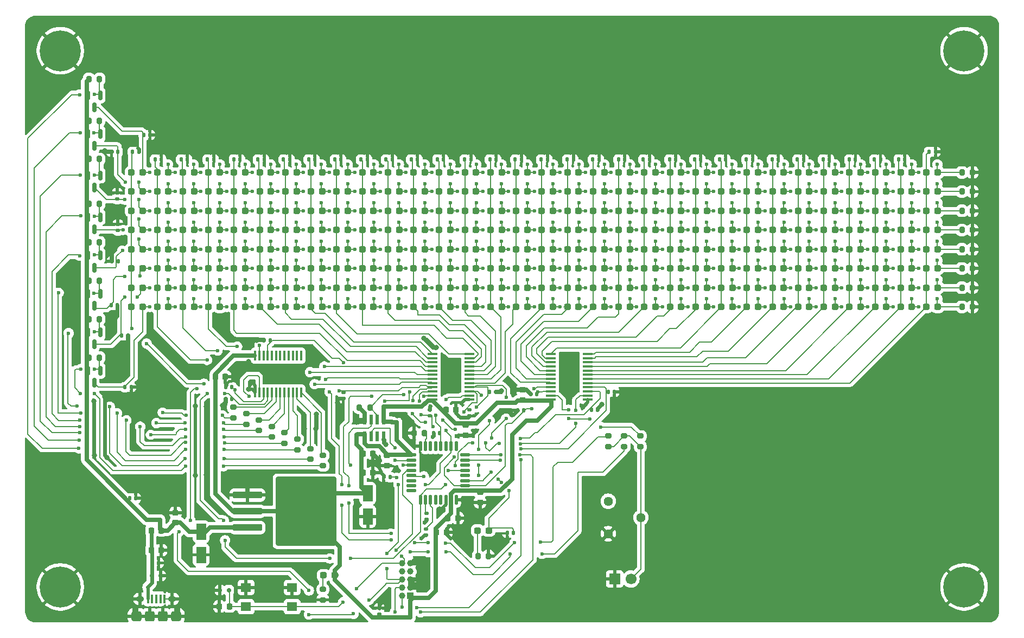
<source format=gtl>
%TF.GenerationSoftware,KiCad,Pcbnew,9.0.2*%
%TF.CreationDate,2025-06-30T11:40:39+01:00*%
%TF.ProjectId,spekky_matrix,7370656b-6b79-45f6-9d61-747269782e6b,v01*%
%TF.SameCoordinates,Original*%
%TF.FileFunction,Copper,L1,Top*%
%TF.FilePolarity,Positive*%
%FSLAX46Y46*%
G04 Gerber Fmt 4.6, Leading zero omitted, Abs format (unit mm)*
G04 Created by KiCad (PCBNEW 9.0.2) date 2025-06-30 11:40:39*
%MOMM*%
%LPD*%
G01*
G04 APERTURE LIST*
G04 Aperture macros list*
%AMRoundRect*
0 Rectangle with rounded corners*
0 $1 Rounding radius*
0 $2 $3 $4 $5 $6 $7 $8 $9 X,Y pos of 4 corners*
0 Add a 4 corners polygon primitive as box body*
4,1,4,$2,$3,$4,$5,$6,$7,$8,$9,$2,$3,0*
0 Add four circle primitives for the rounded corners*
1,1,$1+$1,$2,$3*
1,1,$1+$1,$4,$5*
1,1,$1+$1,$6,$7*
1,1,$1+$1,$8,$9*
0 Add four rect primitives between the rounded corners*
20,1,$1+$1,$2,$3,$4,$5,0*
20,1,$1+$1,$4,$5,$6,$7,0*
20,1,$1+$1,$6,$7,$8,$9,0*
20,1,$1+$1,$8,$9,$2,$3,0*%
G04 Aperture macros list end*
%TA.AperFunction,SMDPad,CuDef*%
%ADD10RoundRect,0.225000X-0.225000X-0.250000X0.225000X-0.250000X0.225000X0.250000X-0.225000X0.250000X0*%
%TD*%
%TA.AperFunction,SMDPad,CuDef*%
%ADD11RoundRect,0.150000X-0.150000X0.587500X-0.150000X-0.587500X0.150000X-0.587500X0.150000X0.587500X0*%
%TD*%
%TA.AperFunction,SMDPad,CuDef*%
%ADD12RoundRect,0.147500X0.147500X0.172500X-0.147500X0.172500X-0.147500X-0.172500X0.147500X-0.172500X0*%
%TD*%
%TA.AperFunction,SMDPad,CuDef*%
%ADD13RoundRect,0.237500X-0.287500X-0.237500X0.287500X-0.237500X0.287500X0.237500X-0.287500X0.237500X0*%
%TD*%
%TA.AperFunction,SMDPad,CuDef*%
%ADD14RoundRect,0.100000X0.100000X-0.675000X0.100000X0.675000X-0.100000X0.675000X-0.100000X-0.675000X0*%
%TD*%
%TA.AperFunction,HeatsinkPad*%
%ADD15R,5.000000X3.200000*%
%TD*%
%TA.AperFunction,SMDPad,CuDef*%
%ADD16RoundRect,0.200000X-0.275000X0.200000X-0.275000X-0.200000X0.275000X-0.200000X0.275000X0.200000X0*%
%TD*%
%TA.AperFunction,SMDPad,CuDef*%
%ADD17RoundRect,0.147500X-0.147500X-0.172500X0.147500X-0.172500X0.147500X0.172500X-0.147500X0.172500X0*%
%TD*%
%TA.AperFunction,ComponentPad*%
%ADD18C,1.440000*%
%TD*%
%TA.AperFunction,SMDPad,CuDef*%
%ADD19RoundRect,0.150000X0.150000X0.200000X-0.150000X0.200000X-0.150000X-0.200000X0.150000X-0.200000X0*%
%TD*%
%TA.AperFunction,SMDPad,CuDef*%
%ADD20RoundRect,0.147500X0.172500X-0.147500X0.172500X0.147500X-0.172500X0.147500X-0.172500X-0.147500X0*%
%TD*%
%TA.AperFunction,SMDPad,CuDef*%
%ADD21RoundRect,0.200000X0.200000X0.275000X-0.200000X0.275000X-0.200000X-0.275000X0.200000X-0.275000X0*%
%TD*%
%TA.AperFunction,SMDPad,CuDef*%
%ADD22RoundRect,0.147500X-0.172500X0.147500X-0.172500X-0.147500X0.172500X-0.147500X0.172500X0.147500X0*%
%TD*%
%TA.AperFunction,SMDPad,CuDef*%
%ADD23RoundRect,0.200000X0.275000X-0.200000X0.275000X0.200000X-0.275000X0.200000X-0.275000X-0.200000X0*%
%TD*%
%TA.AperFunction,SMDPad,CuDef*%
%ADD24RoundRect,0.250000X-0.550000X1.050000X-0.550000X-1.050000X0.550000X-1.050000X0.550000X1.050000X0*%
%TD*%
%TA.AperFunction,SMDPad,CuDef*%
%ADD25RoundRect,0.125000X-0.625000X-0.125000X0.625000X-0.125000X0.625000X0.125000X-0.625000X0.125000X0*%
%TD*%
%TA.AperFunction,SMDPad,CuDef*%
%ADD26RoundRect,0.125000X-0.125000X-0.625000X0.125000X-0.625000X0.125000X0.625000X-0.125000X0.625000X0*%
%TD*%
%TA.AperFunction,SMDPad,CuDef*%
%ADD27RoundRect,0.225000X-0.250000X0.225000X-0.250000X-0.225000X0.250000X-0.225000X0.250000X0.225000X0*%
%TD*%
%TA.AperFunction,SMDPad,CuDef*%
%ADD28RoundRect,0.200000X-0.200000X-0.275000X0.200000X-0.275000X0.200000X0.275000X-0.200000X0.275000X0*%
%TD*%
%TA.AperFunction,SMDPad,CuDef*%
%ADD29R,0.600000X1.600000*%
%TD*%
%TA.AperFunction,SMDPad,CuDef*%
%ADD30RoundRect,0.225000X0.225000X0.250000X-0.225000X0.250000X-0.225000X-0.250000X0.225000X-0.250000X0*%
%TD*%
%TA.AperFunction,ComponentPad*%
%ADD31C,6.400000*%
%TD*%
%TA.AperFunction,SMDPad,CuDef*%
%ADD32RoundRect,0.100000X0.675000X0.100000X-0.675000X0.100000X-0.675000X-0.100000X0.675000X-0.100000X0*%
%TD*%
%TA.AperFunction,HeatsinkPad*%
%ADD33R,3.200000X5.000000*%
%TD*%
%TA.AperFunction,SMDPad,CuDef*%
%ADD34RoundRect,0.150000X-0.150000X-0.200000X0.150000X-0.200000X0.150000X0.200000X-0.150000X0.200000X0*%
%TD*%
%TA.AperFunction,SMDPad,CuDef*%
%ADD35RoundRect,0.225000X0.250000X-0.225000X0.250000X0.225000X-0.250000X0.225000X-0.250000X-0.225000X0*%
%TD*%
%TA.AperFunction,SMDPad,CuDef*%
%ADD36RoundRect,0.218750X-0.218750X-0.256250X0.218750X-0.256250X0.218750X0.256250X-0.218750X0.256250X0*%
%TD*%
%TA.AperFunction,ComponentPad*%
%ADD37R,1.700000X1.700000*%
%TD*%
%TA.AperFunction,ComponentPad*%
%ADD38C,1.700000*%
%TD*%
%TA.AperFunction,SMDPad,CuDef*%
%ADD39R,1.600000X1.400000*%
%TD*%
%TA.AperFunction,SMDPad,CuDef*%
%ADD40RoundRect,0.250000X-2.050000X-0.300000X2.050000X-0.300000X2.050000X0.300000X-2.050000X0.300000X0*%
%TD*%
%TA.AperFunction,SMDPad,CuDef*%
%ADD41RoundRect,0.250002X-4.449998X-5.149998X4.449998X-5.149998X4.449998X5.149998X-4.449998X5.149998X0*%
%TD*%
%TA.AperFunction,SMDPad,CuDef*%
%ADD42RoundRect,0.100000X-0.100000X-0.575000X0.100000X-0.575000X0.100000X0.575000X-0.100000X0.575000X0*%
%TD*%
%TA.AperFunction,HeatsinkPad*%
%ADD43O,0.890000X1.550000*%
%TD*%
%TA.AperFunction,SMDPad,CuDef*%
%ADD44RoundRect,0.250000X-0.475000X-0.525000X0.475000X-0.525000X0.475000X0.525000X-0.475000X0.525000X0*%
%TD*%
%TA.AperFunction,HeatsinkPad*%
%ADD45O,1.250000X0.950000*%
%TD*%
%TA.AperFunction,SMDPad,CuDef*%
%ADD46RoundRect,0.250000X-0.500000X-0.525000X0.500000X-0.525000X0.500000X0.525000X-0.500000X0.525000X0*%
%TD*%
%TA.AperFunction,ComponentPad*%
%ADD47R,1.000000X1.000000*%
%TD*%
%TA.AperFunction,ComponentPad*%
%ADD48C,1.000000*%
%TD*%
%TA.AperFunction,ViaPad*%
%ADD49C,0.800000*%
%TD*%
%TA.AperFunction,ViaPad*%
%ADD50C,0.600000*%
%TD*%
%TA.AperFunction,Conductor*%
%ADD51C,0.600000*%
%TD*%
%TA.AperFunction,Conductor*%
%ADD52C,0.500000*%
%TD*%
%TA.AperFunction,Conductor*%
%ADD53C,0.700000*%
%TD*%
%TA.AperFunction,Conductor*%
%ADD54C,0.200000*%
%TD*%
%TA.AperFunction,Conductor*%
%ADD55C,0.400000*%
%TD*%
%TA.AperFunction,Conductor*%
%ADD56C,0.800000*%
%TD*%
G04 APERTURE END LIST*
D10*
%TO.P,C8,1*%
%TO.N,+3V3*%
X121475000Y-116000000D03*
%TO.P,C8,2*%
%TO.N,GND*%
X123025000Y-116000000D03*
%TD*%
D11*
%TO.P,Q8,1,G*%
%TO.N,Net-(Q8-G)*%
X67250000Y-49982500D03*
%TO.P,Q8,2,S*%
%TO.N,+5V*%
X65350000Y-49982500D03*
%TO.P,Q8,3,D*%
%TO.N,/LED DRIVING/ROW1*%
X66300000Y-51857500D03*
%TD*%
D12*
%TO.P,TP10,1,1*%
%TO.N,/LED DRIVING/ROW2*%
X69967500Y-58800000D03*
%TO.P,TP10,2,2*%
%TO.N,GND*%
X68997500Y-58800000D03*
%TD*%
D13*
%TO.P,D531,1,K*%
%TO.N,/LED DRIVING/COL31*%
X76125000Y-74000000D03*
%TO.P,D531,2,A*%
%TO.N,/LED DRIVING/ROW5*%
X77875000Y-74000000D03*
%TD*%
%TO.P,D205,1,K*%
%TO.N,/LED DRIVING/COL5*%
X180125000Y-65000000D03*
%TO.P,D205,2,A*%
%TO.N,/LED DRIVING/ROW2*%
X181875000Y-65000000D03*
%TD*%
%TO.P,D630,1,K*%
%TO.N,/LED DRIVING/COL30*%
X80125000Y-77000000D03*
%TO.P,D630,2,A*%
%TO.N,/LED DRIVING/ROW6*%
X81875000Y-77000000D03*
%TD*%
%TO.P,D729,1,K*%
%TO.N,/LED DRIVING/COL29*%
X84125000Y-80000000D03*
%TO.P,D729,2,A*%
%TO.N,/LED DRIVING/ROW7*%
X85875000Y-80000000D03*
%TD*%
%TO.P,D831,1,K*%
%TO.N,/LED DRIVING/COL31*%
X76125000Y-83000000D03*
%TO.P,D831,2,A*%
%TO.N,/LED DRIVING/ROW8*%
X77875000Y-83000000D03*
%TD*%
%TO.P,D606,1,K*%
%TO.N,/LED DRIVING/COL6*%
X176125000Y-77000000D03*
%TO.P,D606,2,A*%
%TO.N,/LED DRIVING/ROW6*%
X177875000Y-77000000D03*
%TD*%
%TO.P,D722,1,K*%
%TO.N,/LED DRIVING/COL22*%
X112125000Y-80000000D03*
%TO.P,D722,2,A*%
%TO.N,/LED DRIVING/ROW7*%
X113875000Y-80000000D03*
%TD*%
D12*
%TO.P,TP21,1,1*%
%TO.N,/LED DRIVING/SPI_MOSI*%
X120185000Y-102700000D03*
%TO.P,TP21,2,2*%
%TO.N,GND*%
X119215000Y-102700000D03*
%TD*%
D13*
%TO.P,D108,1,K*%
%TO.N,/LED DRIVING/COL8*%
X168125000Y-62000000D03*
%TO.P,D108,2,A*%
%TO.N,/LED DRIVING/ROW1*%
X169875000Y-62000000D03*
%TD*%
%TO.P,D530,1,K*%
%TO.N,/LED DRIVING/COL30*%
X80125000Y-74000000D03*
%TO.P,D530,2,A*%
%TO.N,/LED DRIVING/ROW5*%
X81875000Y-74000000D03*
%TD*%
D14*
%TO.P,U3,1,GND*%
%TO.N,GND*%
X91425000Y-96375000D03*
%TO.P,U3,2,SDI*%
%TO.N,/LED DRIVING/SDO_CASCADE2*%
X92075000Y-96375000D03*
%TO.P,U3,3,CLK*%
%TO.N,/LED DRIVING/SPI_CLK*%
X92725000Y-96375000D03*
%TO.P,U3,4,LE/DM1*%
%TO.N,/LED DRIVING/GPIO_LE*%
X93375000Y-96375000D03*
%TO.P,U3,5,~{OUT0}*%
%TO.N,/LED DRIVING/~{OUT0}*%
X94025000Y-96375000D03*
%TO.P,U3,6,~{OUT1}*%
%TO.N,/LED DRIVING/~{OUT1}*%
X94675000Y-96375000D03*
%TO.P,U3,7,~{OUT2}*%
%TO.N,/LED DRIVING/~{OUT2}*%
X95325000Y-96375000D03*
%TO.P,U3,8,~{OUT3}*%
%TO.N,/LED DRIVING/~{OUT3}*%
X95975000Y-96375000D03*
%TO.P,U3,9,~{OUT4}*%
%TO.N,/LED DRIVING/~{OUT4}*%
X96625000Y-96375000D03*
%TO.P,U3,10,~{OUT5}*%
%TO.N,/LED DRIVING/~{OUT5}*%
X97275000Y-96375000D03*
%TO.P,U3,11,~{OUT6}*%
%TO.N,/LED DRIVING/~{OUT6}*%
X97925000Y-96375000D03*
%TO.P,U3,12,~{OUT7}*%
%TO.N,/LED DRIVING/~{OUT7}*%
X98575000Y-96375000D03*
%TO.P,U3,13,~{OUT8}*%
%TO.N,unconnected-(U3-~{OUT8}-Pad13)*%
X98575000Y-90625000D03*
%TO.P,U3,14,~{OUT9}*%
%TO.N,unconnected-(U3-~{OUT9}-Pad14)*%
X97925000Y-90625000D03*
%TO.P,U3,15,~{OUT10}*%
%TO.N,unconnected-(U3-~{OUT10}-Pad15)*%
X97275000Y-90625000D03*
%TO.P,U3,16,~{OUT11}*%
%TO.N,unconnected-(U3-~{OUT11}-Pad16)*%
X96625000Y-90625000D03*
%TO.P,U3,17,~{OUT12}*%
%TO.N,unconnected-(U3-~{OUT12}-Pad17)*%
X95975000Y-90625000D03*
%TO.P,U3,18,~{OUT13}*%
%TO.N,unconnected-(U3-~{OUT13}-Pad18)*%
X95325000Y-90625000D03*
%TO.P,U3,19,~{OUT14}*%
%TO.N,unconnected-(U3-~{OUT14}-Pad19)*%
X94675000Y-90625000D03*
%TO.P,U3,20,~{OUT15}*%
%TO.N,unconnected-(U3-~{OUT15}-Pad20)*%
X94025000Y-90625000D03*
%TO.P,U3,21,~{OE/DM2}*%
%TO.N,/LED DRIVING/SPI_OE*%
X93375000Y-90625000D03*
%TO.P,U3,22,SDO*%
%TO.N,unconnected-(U3-SDO-Pad22)*%
X92725000Y-90625000D03*
%TO.P,U3,23,R-EXT*%
%TO.N,/LED DRIVING/REXT3*%
X92075000Y-90625000D03*
%TO.P,U3,24,VDD*%
%TO.N,+3V3*%
X91425000Y-90625000D03*
D15*
%TO.P,U3,25,EPAD*%
%TO.N,GND*%
X95000000Y-93500000D03*
%TD*%
D16*
%TO.P,R6,1*%
%TO.N,/LED DRIVING/~{OUT6}*%
X100000000Y-105175000D03*
%TO.P,R6,2*%
%TO.N,Net-(Q2-G)*%
X100000000Y-106825000D03*
%TD*%
D17*
%TO.P,TP45,1,1*%
%TO.N,/LED DRIVING/COL22*%
X111815000Y-60000000D03*
%TO.P,TP45,2,2*%
%TO.N,GND*%
X112785000Y-60000000D03*
%TD*%
D18*
%TO.P,RV1,1,1*%
%TO.N,GND*%
X146500000Y-118450000D03*
%TO.P,RV1,2,2*%
%TO.N,Net-(JP1-B)*%
X151580000Y-115910000D03*
%TO.P,RV1,3,3*%
%TO.N,unconnected-(RV1-Pad3)*%
X146500000Y-113370000D03*
%TD*%
D13*
%TO.P,D427,1,K*%
%TO.N,/LED DRIVING/COL27*%
X92125000Y-71000000D03*
%TO.P,D427,2,A*%
%TO.N,/LED DRIVING/ROW4*%
X93875000Y-71000000D03*
%TD*%
%TO.P,D301,1,K*%
%TO.N,/LED DRIVING/COL1*%
X196125000Y-68000000D03*
%TO.P,D301,2,A*%
%TO.N,/LED DRIVING/ROW3*%
X197875000Y-68000000D03*
%TD*%
%TO.P,D508,1,K*%
%TO.N,/LED DRIVING/COL8*%
X168125000Y-74000000D03*
%TO.P,D508,2,A*%
%TO.N,/LED DRIVING/ROW5*%
X169875000Y-74000000D03*
%TD*%
D19*
%TO.P,D1,1,K*%
%TO.N,VBUS*%
X75270000Y-125000000D03*
%TO.P,D1,2,A*%
%TO.N,GND*%
X76670000Y-125000000D03*
%TD*%
D10*
%TO.P,C1,1*%
%TO.N,VBUS*%
X75195000Y-121000000D03*
%TO.P,C1,2*%
%TO.N,GND*%
X76745000Y-121000000D03*
%TD*%
D17*
%TO.P,TP29,1,1*%
%TO.N,/LED DRIVING/COL6*%
X176000000Y-60000000D03*
%TO.P,TP29,2,2*%
%TO.N,GND*%
X176970000Y-60000000D03*
%TD*%
D13*
%TO.P,D419,1,K*%
%TO.N,/LED DRIVING/COL19*%
X124125000Y-71000000D03*
%TO.P,D419,2,A*%
%TO.N,/LED DRIVING/ROW4*%
X125875000Y-71000000D03*
%TD*%
%TO.P,D626,1,K*%
%TO.N,/LED DRIVING/COL26*%
X96125000Y-77000000D03*
%TO.P,D626,2,A*%
%TO.N,/LED DRIVING/ROW6*%
X97875000Y-77000000D03*
%TD*%
%TO.P,D114,1,K*%
%TO.N,/LED DRIVING/COL14*%
X144125000Y-62000000D03*
%TO.P,D114,2,A*%
%TO.N,/LED DRIVING/ROW1*%
X145875000Y-62000000D03*
%TD*%
%TO.P,D122,1,K*%
%TO.N,/LED DRIVING/COL22*%
X112125000Y-62000000D03*
%TO.P,D122,2,A*%
%TO.N,/LED DRIVING/ROW1*%
X113875000Y-62000000D03*
%TD*%
%TO.P,D529,1,K*%
%TO.N,/LED DRIVING/COL29*%
X84125000Y-74000000D03*
%TO.P,D529,2,A*%
%TO.N,/LED DRIVING/ROW5*%
X85875000Y-74000000D03*
%TD*%
%TO.P,D232,1,K*%
%TO.N,/LED DRIVING/COL32*%
X72125000Y-65000000D03*
%TO.P,D232,2,A*%
%TO.N,/LED DRIVING/ROW2*%
X73875000Y-65000000D03*
%TD*%
D17*
%TO.P,TP35,1,1*%
%TO.N,/LED DRIVING/COL12*%
X151965000Y-60000000D03*
%TO.P,TP35,2,2*%
%TO.N,GND*%
X152935000Y-60000000D03*
%TD*%
D13*
%TO.P,D316,1,K*%
%TO.N,/LED DRIVING/COL16*%
X136125000Y-68000000D03*
%TO.P,D316,2,A*%
%TO.N,/LED DRIVING/ROW3*%
X137875000Y-68000000D03*
%TD*%
%TO.P,D404,1,K*%
%TO.N,/LED DRIVING/COL4*%
X184125000Y-71000000D03*
%TO.P,D404,2,A*%
%TO.N,/LED DRIVING/ROW4*%
X185875000Y-71000000D03*
%TD*%
D20*
%TO.P,TP3,1,1*%
%TO.N,+3V3*%
X110750000Y-131017500D03*
%TO.P,TP3,2,2*%
%TO.N,GND*%
X110750000Y-130047500D03*
%TD*%
D13*
%TO.P,D132,1,K*%
%TO.N,/LED DRIVING/COL32*%
X72125000Y-62000000D03*
%TO.P,D132,2,A*%
%TO.N,/LED DRIVING/ROW1*%
X73875000Y-62000000D03*
%TD*%
%TO.P,D120,1,K*%
%TO.N,/LED DRIVING/COL20*%
X120125000Y-62000000D03*
%TO.P,D120,2,A*%
%TO.N,/LED DRIVING/ROW1*%
X121875000Y-62000000D03*
%TD*%
%TO.P,D819,1,K*%
%TO.N,/LED DRIVING/COL19*%
X124125000Y-83000000D03*
%TO.P,D819,2,A*%
%TO.N,/LED DRIVING/ROW8*%
X125875000Y-83000000D03*
%TD*%
D11*
%TO.P,Q5,1,G*%
%TO.N,Net-(Q5-G)*%
X67250000Y-68982500D03*
%TO.P,Q5,2,S*%
%TO.N,+5V*%
X65350000Y-68982500D03*
%TO.P,Q5,3,D*%
%TO.N,/LED DRIVING/ROW4*%
X66300000Y-70857500D03*
%TD*%
D16*
%TO.P,R8,1*%
%TO.N,/LED DRIVING/~{OUT4}*%
X96000000Y-102675000D03*
%TO.P,R8,2*%
%TO.N,Net-(Q4-G)*%
X96000000Y-104325000D03*
%TD*%
D12*
%TO.P,TP15,1,1*%
%TO.N,/LED DRIVING/SPI_OE*%
X133335000Y-99150000D03*
%TO.P,TP15,2,2*%
%TO.N,GND*%
X132365000Y-99150000D03*
%TD*%
D13*
%TO.P,D106,1,K*%
%TO.N,/LED DRIVING/COL6*%
X176125000Y-62000000D03*
%TO.P,D106,2,A*%
%TO.N,/LED DRIVING/ROW1*%
X177875000Y-62000000D03*
%TD*%
%TO.P,D203,1,K*%
%TO.N,/LED DRIVING/COL3*%
X188125000Y-65000000D03*
%TO.P,D203,2,A*%
%TO.N,/LED DRIVING/ROW2*%
X189875000Y-65000000D03*
%TD*%
%TO.P,D412,1,K*%
%TO.N,/LED DRIVING/COL12*%
X152125000Y-71000000D03*
%TO.P,D412,2,A*%
%TO.N,/LED DRIVING/ROW4*%
X153875000Y-71000000D03*
%TD*%
%TO.P,D224,1,K*%
%TO.N,/LED DRIVING/COL24*%
X104125000Y-65000000D03*
%TO.P,D224,2,A*%
%TO.N,/LED DRIVING/ROW2*%
X105875000Y-65000000D03*
%TD*%
%TO.P,D121,1,K*%
%TO.N,/LED DRIVING/COL21*%
X116125000Y-62000000D03*
%TO.P,D121,2,A*%
%TO.N,/LED DRIVING/ROW1*%
X117875000Y-62000000D03*
%TD*%
%TO.P,D818,1,K*%
%TO.N,/LED DRIVING/COL18*%
X128125000Y-83000000D03*
%TO.P,D818,2,A*%
%TO.N,/LED DRIVING/ROW8*%
X129875000Y-83000000D03*
%TD*%
%TO.P,D825,1,K*%
%TO.N,/LED DRIVING/COL25*%
X100125000Y-83000000D03*
%TO.P,D825,2,A*%
%TO.N,/LED DRIVING/ROW8*%
X101875000Y-83000000D03*
%TD*%
D17*
%TO.P,TP4,1,1*%
%TO.N,/LED DRIVING/ROW8*%
X71082500Y-95550000D03*
%TO.P,TP4,2,2*%
%TO.N,GND*%
X72052500Y-95550000D03*
%TD*%
D13*
%TO.P,D513,1,K*%
%TO.N,/LED DRIVING/COL13*%
X148125000Y-74000000D03*
%TO.P,D513,2,A*%
%TO.N,/LED DRIVING/ROW5*%
X149875000Y-74000000D03*
%TD*%
%TO.P,D817,1,K*%
%TO.N,/LED DRIVING/COL17*%
X132125000Y-83000000D03*
%TO.P,D817,2,A*%
%TO.N,/LED DRIVING/ROW8*%
X133875000Y-83000000D03*
%TD*%
D21*
%TO.P,R20,1*%
%TO.N,Net-(Q8-G)*%
X67125000Y-47420000D03*
%TO.P,R20,2*%
%TO.N,+5V*%
X65475000Y-47420000D03*
%TD*%
D17*
%TO.P,TP49,1,1*%
%TO.N,/LED DRIVING/COL26*%
X95832500Y-60000000D03*
%TO.P,TP49,2,2*%
%TO.N,GND*%
X96802500Y-60000000D03*
%TD*%
%TO.P,TP36,1,1*%
%TO.N,/LED DRIVING/COL13*%
X148080000Y-60000000D03*
%TO.P,TP36,2,2*%
%TO.N,GND*%
X149050000Y-60000000D03*
%TD*%
D13*
%TO.P,D709,1,K*%
%TO.N,/LED DRIVING/COL9*%
X164125000Y-80000000D03*
%TO.P,D709,2,A*%
%TO.N,/LED DRIVING/ROW7*%
X165875000Y-80000000D03*
%TD*%
D16*
%TO.P,R11,1*%
%TO.N,/LED DRIVING/~{OUT1}*%
X90000000Y-99675000D03*
%TO.P,R11,2*%
%TO.N,Net-(Q7-G)*%
X90000000Y-101325000D03*
%TD*%
D13*
%TO.P,D807,1,K*%
%TO.N,/LED DRIVING/COL7*%
X172125000Y-83000000D03*
%TO.P,D807,2,A*%
%TO.N,/LED DRIVING/ROW8*%
X173875000Y-83000000D03*
%TD*%
%TO.P,D331,1,K*%
%TO.N,/LED DRIVING/COL31*%
X76125000Y-68000000D03*
%TO.P,D331,2,A*%
%TO.N,/LED DRIVING/ROW3*%
X77875000Y-68000000D03*
%TD*%
D22*
%TO.P,TP59,1,1*%
%TO.N,Net-(U2-PA6)*%
X118050000Y-117690000D03*
%TO.P,TP59,2,2*%
%TO.N,GND*%
X118050000Y-118660000D03*
%TD*%
D13*
%TO.P,D507,1,K*%
%TO.N,/LED DRIVING/COL7*%
X172125000Y-74000000D03*
%TO.P,D507,2,A*%
%TO.N,/LED DRIVING/ROW5*%
X173875000Y-74000000D03*
%TD*%
%TO.P,D826,1,K*%
%TO.N,/LED DRIVING/COL26*%
X96125000Y-83000000D03*
%TO.P,D826,2,A*%
%TO.N,/LED DRIVING/ROW8*%
X97875000Y-83000000D03*
%TD*%
%TO.P,D617,1,K*%
%TO.N,/LED DRIVING/COL17*%
X132125000Y-77000000D03*
%TO.P,D617,2,A*%
%TO.N,/LED DRIVING/ROW6*%
X133875000Y-77000000D03*
%TD*%
D23*
%TO.P,R29,1*%
%TO.N,Net-(JP1-B)*%
X146500000Y-104825000D03*
%TO.P,R29,2*%
%TO.N,/LED DRIVING/REXT1*%
X146500000Y-103175000D03*
%TD*%
D13*
%TO.P,D727,1,K*%
%TO.N,/LED DRIVING/COL27*%
X92125000Y-80000000D03*
%TO.P,D727,2,A*%
%TO.N,/LED DRIVING/ROW7*%
X93875000Y-80000000D03*
%TD*%
D10*
%TO.P,C9,1*%
%TO.N,+3V3*%
X119695000Y-118250000D03*
%TO.P,C9,2*%
%TO.N,GND*%
X121245000Y-118250000D03*
%TD*%
D13*
%TO.P,D525,1,K*%
%TO.N,/LED DRIVING/COL25*%
X100125000Y-74000000D03*
%TO.P,D525,2,A*%
%TO.N,/LED DRIVING/ROW5*%
X101875000Y-74000000D03*
%TD*%
D24*
%TO.P,C3,1*%
%TO.N,+5V*%
X82970000Y-118130000D03*
%TO.P,C3,2*%
%TO.N,GND*%
X82970000Y-121730000D03*
%TD*%
D13*
%TO.P,D521,1,K*%
%TO.N,/LED DRIVING/COL21*%
X116125000Y-74000000D03*
%TO.P,D521,2,A*%
%TO.N,/LED DRIVING/ROW5*%
X117875000Y-74000000D03*
%TD*%
%TO.P,D118,1,K*%
%TO.N,/LED DRIVING/COL18*%
X128125000Y-62000000D03*
%TO.P,D118,2,A*%
%TO.N,/LED DRIVING/ROW1*%
X129875000Y-62000000D03*
%TD*%
D12*
%TO.P,TP56,1,1*%
%TO.N,/STM32 MCU/GPIO_DEBUG1*%
X131692500Y-118275000D03*
%TO.P,TP56,2,2*%
%TO.N,GND*%
X130722500Y-118275000D03*
%TD*%
D25*
%TO.P,U2,1,VDD*%
%TO.N,+3V3*%
X115795000Y-106130000D03*
%TO.P,U2,2,PF0*%
%TO.N,/I2S MIC/I2S_WS*%
X115795000Y-106930000D03*
%TO.P,U2,3,PF1*%
%TO.N,/I2S MIC/I2S_SCK*%
X115795000Y-107730000D03*
%TO.P,U2,4,PG10*%
%TO.N,/STM32 MCU/NRST*%
X115795000Y-108530000D03*
%TO.P,U2,5,PA0*%
%TO.N,Net-(U2-PA0)*%
X115795000Y-109330000D03*
%TO.P,U2,6,PA1*%
%TO.N,unconnected-(U2-PA1-Pad6)*%
X115795000Y-110130000D03*
%TO.P,U2,7,PA2*%
%TO.N,unconnected-(U2-PA2-Pad7)*%
X115795000Y-110930000D03*
%TO.P,U2,8,PA3*%
%TO.N,unconnected-(U2-PA3-Pad8)*%
X115795000Y-111730000D03*
D26*
%TO.P,U2,9,PA4*%
%TO.N,/LED DRIVING/GPIO_LE*%
X117170000Y-113105000D03*
%TO.P,U2,10,PA5*%
%TO.N,Net-(U2-PA5)*%
X117970000Y-113105000D03*
%TO.P,U2,11,PA6*%
%TO.N,Net-(U2-PA6)*%
X118770000Y-113105000D03*
%TO.P,U2,12,PA7*%
%TO.N,unconnected-(U2-PA7-Pad12)*%
X119570000Y-113105000D03*
%TO.P,U2,13,PB0*%
%TO.N,unconnected-(U2-PB0-Pad13)*%
X120370000Y-113105000D03*
%TO.P,U2,14,VSSA*%
%TO.N,GND*%
X121170000Y-113105000D03*
%TO.P,U2,15,VDDA*%
%TO.N,+3V3*%
X121970000Y-113105000D03*
%TO.P,U2,16,VSS*%
%TO.N,GND*%
X122770000Y-113105000D03*
D25*
%TO.P,U2,17,VDD*%
%TO.N,+3V3*%
X124145000Y-111730000D03*
%TO.P,U2,18,PA8*%
%TO.N,/LED DRIVING/SPI_OE*%
X124145000Y-110930000D03*
%TO.P,U2,19,PA9*%
%TO.N,/STM32 MCU/GPIO_DEBUG1*%
X124145000Y-110130000D03*
%TO.P,U2,20,PA10*%
%TO.N,unconnected-(U2-PA10-Pad20)*%
X124145000Y-109330000D03*
%TO.P,U2,21,PA11*%
%TO.N,/I2S MIC/I2S_SD*%
X124145000Y-108530000D03*
%TO.P,U2,22,PA12*%
%TO.N,unconnected-(U2-PA12-Pad22)*%
X124145000Y-107730000D03*
%TO.P,U2,23,PA13*%
%TO.N,/STM32 MCU/SWD_SWDIO*%
X124145000Y-106930000D03*
%TO.P,U2,24,PA14*%
%TO.N,/STM32 MCU/SWD_SWCLK*%
X124145000Y-106130000D03*
D26*
%TO.P,U2,25,PA15*%
%TO.N,unconnected-(U2-PA15-Pad25)*%
X122770000Y-104755000D03*
%TO.P,U2,26,PB3*%
%TO.N,/LED DRIVING/SPI_CLK*%
X121970000Y-104755000D03*
%TO.P,U2,27,PB4*%
%TO.N,unconnected-(U2-PB4-Pad27)*%
X121170000Y-104755000D03*
%TO.P,U2,28,PB5*%
%TO.N,/LED DRIVING/SPI_MOSI*%
X120370000Y-104755000D03*
%TO.P,U2,29,PB6*%
%TO.N,unconnected-(U2-PB6-Pad29)*%
X119570000Y-104755000D03*
%TO.P,U2,30,PB7*%
%TO.N,unconnected-(U2-PB7-Pad30)*%
X118770000Y-104755000D03*
%TO.P,U2,31,PB8*%
%TO.N,Net-(U2-PB8)*%
X117970000Y-104755000D03*
%TO.P,U2,32,VSS*%
%TO.N,GND*%
X117170000Y-104755000D03*
%TD*%
D21*
%TO.P,R14,1*%
%TO.N,Net-(Q2-G)*%
X67125000Y-84920000D03*
%TO.P,R14,2*%
%TO.N,+5V*%
X65475000Y-84920000D03*
%TD*%
D13*
%TO.P,D105,1,K*%
%TO.N,/LED DRIVING/COL5*%
X180125000Y-62000000D03*
%TO.P,D105,2,A*%
%TO.N,/LED DRIVING/ROW1*%
X181875000Y-62000000D03*
%TD*%
%TO.P,D208,1,K*%
%TO.N,/LED DRIVING/COL8*%
X168125000Y-65000000D03*
%TO.P,D208,2,A*%
%TO.N,/LED DRIVING/ROW2*%
X169875000Y-65000000D03*
%TD*%
%TO.P,D806,1,K*%
%TO.N,/LED DRIVING/COL6*%
X176125000Y-83000000D03*
%TO.P,D806,2,A*%
%TO.N,/LED DRIVING/ROW8*%
X177875000Y-83000000D03*
%TD*%
D27*
%TO.P,C10,1*%
%TO.N,+3V3*%
X124250000Y-101475000D03*
%TO.P,C10,2*%
%TO.N,GND*%
X124250000Y-103025000D03*
%TD*%
D13*
%TO.P,D704,1,K*%
%TO.N,/LED DRIVING/COL4*%
X184125000Y-80000000D03*
%TO.P,D704,2,A*%
%TO.N,/LED DRIVING/ROW7*%
X185875000Y-80000000D03*
%TD*%
%TO.P,D425,1,K*%
%TO.N,/LED DRIVING/COL25*%
X100125000Y-71000000D03*
%TO.P,D425,2,A*%
%TO.N,/LED DRIVING/ROW4*%
X101875000Y-71000000D03*
%TD*%
D17*
%TO.P,TP2,1,1*%
%TO.N,+5V*%
X71815000Y-112900000D03*
%TO.P,TP2,2,2*%
%TO.N,GND*%
X72785000Y-112900000D03*
%TD*%
D21*
%TO.P,R28,1*%
%TO.N,GND*%
X203325000Y-62000000D03*
%TO.P,R28,2*%
%TO.N,/LED DRIVING/ROW1*%
X201675000Y-62000000D03*
%TD*%
D10*
%TO.P,C13,1*%
%TO.N,+3V3*%
X85195000Y-93930000D03*
%TO.P,C13,2*%
%TO.N,GND*%
X86745000Y-93930000D03*
%TD*%
D13*
%TO.P,D619,1,K*%
%TO.N,/LED DRIVING/COL19*%
X124125000Y-77000000D03*
%TO.P,D619,2,A*%
%TO.N,/LED DRIVING/ROW6*%
X125875000Y-77000000D03*
%TD*%
%TO.P,D715,1,K*%
%TO.N,/LED DRIVING/COL15*%
X140125000Y-80000000D03*
%TO.P,D715,2,A*%
%TO.N,/LED DRIVING/ROW7*%
X141875000Y-80000000D03*
%TD*%
%TO.P,D726,1,K*%
%TO.N,/LED DRIVING/COL26*%
X96125000Y-80000000D03*
%TO.P,D726,2,A*%
%TO.N,/LED DRIVING/ROW7*%
X97875000Y-80000000D03*
%TD*%
%TO.P,D229,1,K*%
%TO.N,/LED DRIVING/COL29*%
X84125000Y-65000000D03*
%TO.P,D229,2,A*%
%TO.N,/LED DRIVING/ROW2*%
X85875000Y-65000000D03*
%TD*%
%TO.P,D512,1,K*%
%TO.N,/LED DRIVING/COL12*%
X152125000Y-74000000D03*
%TO.P,D512,2,A*%
%TO.N,/LED DRIVING/ROW5*%
X153875000Y-74000000D03*
%TD*%
D28*
%TO.P,R4,1*%
%TO.N,Net-(D4-K)*%
X126145000Y-121930000D03*
%TO.P,R4,2*%
%TO.N,GND*%
X127795000Y-121930000D03*
%TD*%
D13*
%TO.P,D407,1,K*%
%TO.N,/LED DRIVING/COL7*%
X172125000Y-71000000D03*
%TO.P,D407,2,A*%
%TO.N,/LED DRIVING/ROW4*%
X173875000Y-71000000D03*
%TD*%
%TO.P,D813,1,K*%
%TO.N,/LED DRIVING/COL13*%
X148125000Y-83000000D03*
%TO.P,D813,2,A*%
%TO.N,/LED DRIVING/ROW8*%
X149875000Y-83000000D03*
%TD*%
%TO.P,D119,1,K*%
%TO.N,/LED DRIVING/COL19*%
X124125000Y-62000000D03*
%TO.P,D119,2,A*%
%TO.N,/LED DRIVING/ROW1*%
X125875000Y-62000000D03*
%TD*%
%TO.P,D322,1,K*%
%TO.N,/LED DRIVING/COL22*%
X112125000Y-68000000D03*
%TO.P,D322,2,A*%
%TO.N,/LED DRIVING/ROW3*%
X113875000Y-68000000D03*
%TD*%
%TO.P,D428,1,K*%
%TO.N,/LED DRIVING/COL28*%
X88125000Y-71000000D03*
%TO.P,D428,2,A*%
%TO.N,/LED DRIVING/ROW4*%
X89875000Y-71000000D03*
%TD*%
D16*
%TO.P,R31,1*%
%TO.N,/LED DRIVING/REXT2*%
X151500000Y-103175000D03*
%TO.P,R31,2*%
%TO.N,Net-(JP1-B)*%
X151500000Y-104825000D03*
%TD*%
D13*
%TO.P,D228,1,K*%
%TO.N,/LED DRIVING/COL28*%
X88125000Y-65000000D03*
%TO.P,D228,2,A*%
%TO.N,/LED DRIVING/ROW2*%
X89875000Y-65000000D03*
%TD*%
D21*
%TO.P,R25,1*%
%TO.N,GND*%
X203325000Y-71000000D03*
%TO.P,R25,2*%
%TO.N,/LED DRIVING/ROW4*%
X201675000Y-71000000D03*
%TD*%
D22*
%TO.P,TP18,1,1*%
%TO.N,/LED DRIVING/SPI_OE*%
X105200000Y-96332499D03*
%TO.P,TP18,2,2*%
%TO.N,GND*%
X105200000Y-97302499D03*
%TD*%
D13*
%TO.P,D113,1,K*%
%TO.N,/LED DRIVING/COL13*%
X148125000Y-62000000D03*
%TO.P,D113,2,A*%
%TO.N,/LED DRIVING/ROW1*%
X149875000Y-62000000D03*
%TD*%
%TO.P,D328,1,K*%
%TO.N,/LED DRIVING/COL28*%
X88125000Y-68000000D03*
%TO.P,D328,2,A*%
%TO.N,/LED DRIVING/ROW3*%
X89875000Y-68000000D03*
%TD*%
%TO.P,D519,1,K*%
%TO.N,/LED DRIVING/COL19*%
X124125000Y-74000000D03*
%TO.P,D519,2,A*%
%TO.N,/LED DRIVING/ROW5*%
X125875000Y-74000000D03*
%TD*%
D17*
%TO.P,TP51,1,1*%
%TO.N,/LED DRIVING/COL28*%
X88080000Y-60000000D03*
%TO.P,TP51,2,2*%
%TO.N,GND*%
X89050000Y-60000000D03*
%TD*%
D13*
%TO.P,D416,1,K*%
%TO.N,/LED DRIVING/COL16*%
X136125000Y-71000000D03*
%TO.P,D416,2,A*%
%TO.N,/LED DRIVING/ROW4*%
X137875000Y-71000000D03*
%TD*%
%TO.P,D625,1,K*%
%TO.N,/LED DRIVING/COL25*%
X100125000Y-77000000D03*
%TO.P,D625,2,A*%
%TO.N,/LED DRIVING/ROW6*%
X101875000Y-77000000D03*
%TD*%
%TO.P,D710,1,K*%
%TO.N,/LED DRIVING/COL10*%
X160125000Y-80000000D03*
%TO.P,D710,2,A*%
%TO.N,/LED DRIVING/ROW7*%
X161875000Y-80000000D03*
%TD*%
%TO.P,D812,1,K*%
%TO.N,/LED DRIVING/COL12*%
X152125000Y-83000000D03*
%TO.P,D812,2,A*%
%TO.N,/LED DRIVING/ROW8*%
X153875000Y-83000000D03*
%TD*%
%TO.P,D510,1,K*%
%TO.N,/LED DRIVING/COL10*%
X160125000Y-74000000D03*
%TO.P,D510,2,A*%
%TO.N,/LED DRIVING/ROW5*%
X161875000Y-74000000D03*
%TD*%
%TO.P,D429,1,K*%
%TO.N,/LED DRIVING/COL29*%
X84125000Y-71000000D03*
%TO.P,D429,2,A*%
%TO.N,/LED DRIVING/ROW4*%
X85875000Y-71000000D03*
%TD*%
%TO.P,D627,1,K*%
%TO.N,/LED DRIVING/COL27*%
X92125000Y-77000000D03*
%TO.P,D627,2,A*%
%TO.N,/LED DRIVING/ROW6*%
X93875000Y-77000000D03*
%TD*%
%TO.P,D805,1,K*%
%TO.N,/LED DRIVING/COL5*%
X180125000Y-83000000D03*
%TO.P,D805,2,A*%
%TO.N,/LED DRIVING/ROW8*%
X181875000Y-83000000D03*
%TD*%
D11*
%TO.P,Q3,1,G*%
%TO.N,Net-(Q3-G)*%
X67250000Y-80982500D03*
%TO.P,Q3,2,S*%
%TO.N,+5V*%
X65350000Y-80982500D03*
%TO.P,Q3,3,D*%
%TO.N,/LED DRIVING/ROW6*%
X66300000Y-82857500D03*
%TD*%
D21*
%TO.P,R19,1*%
%TO.N,Net-(Q7-G)*%
X67125000Y-53920000D03*
%TO.P,R19,2*%
%TO.N,+5V*%
X65475000Y-53920000D03*
%TD*%
D13*
%TO.P,D620,1,K*%
%TO.N,/LED DRIVING/COL20*%
X120125000Y-77000000D03*
%TO.P,D620,2,A*%
%TO.N,/LED DRIVING/ROW6*%
X121875000Y-77000000D03*
%TD*%
D17*
%TO.P,TP34,1,1*%
%TO.N,/LED DRIVING/COL11*%
X156040000Y-60000000D03*
%TO.P,TP34,2,2*%
%TO.N,GND*%
X157010000Y-60000000D03*
%TD*%
D13*
%TO.P,D732,1,K*%
%TO.N,/LED DRIVING/COL32*%
X72125000Y-80000000D03*
%TO.P,D732,2,A*%
%TO.N,/LED DRIVING/ROW7*%
X73875000Y-80000000D03*
%TD*%
D21*
%TO.P,R15,1*%
%TO.N,Net-(Q3-G)*%
X67125000Y-78920000D03*
%TO.P,R15,2*%
%TO.N,+5V*%
X65475000Y-78920000D03*
%TD*%
D13*
%TO.P,D420,1,K*%
%TO.N,/LED DRIVING/COL20*%
X120125000Y-71000000D03*
%TO.P,D420,2,A*%
%TO.N,/LED DRIVING/ROW4*%
X121875000Y-71000000D03*
%TD*%
D17*
%TO.P,TP50,1,1*%
%TO.N,/LED DRIVING/COL27*%
X91830000Y-60000000D03*
%TO.P,TP50,2,2*%
%TO.N,GND*%
X92800000Y-60000000D03*
%TD*%
%TO.P,TP52,1,1*%
%TO.N,/LED DRIVING/COL29*%
X83965000Y-60000000D03*
%TO.P,TP52,2,2*%
%TO.N,GND*%
X84935000Y-60000000D03*
%TD*%
%TO.P,TP55,1,1*%
%TO.N,/LED DRIVING/COL32*%
X72282500Y-58800000D03*
%TO.P,TP55,2,2*%
%TO.N,GND*%
X73252500Y-58800000D03*
%TD*%
D13*
%TO.P,D602,1,K*%
%TO.N,/LED DRIVING/COL2*%
X192125000Y-77000000D03*
%TO.P,D602,2,A*%
%TO.N,/LED DRIVING/ROW6*%
X193875000Y-77000000D03*
%TD*%
%TO.P,D303,1,K*%
%TO.N,/LED DRIVING/COL3*%
X188125000Y-68000000D03*
%TO.P,D303,2,A*%
%TO.N,/LED DRIVING/ROW3*%
X189875000Y-68000000D03*
%TD*%
%TO.P,D430,1,K*%
%TO.N,/LED DRIVING/COL30*%
X80125000Y-71000000D03*
%TO.P,D430,2,A*%
%TO.N,/LED DRIVING/ROW4*%
X81875000Y-71000000D03*
%TD*%
%TO.P,D604,1,K*%
%TO.N,/LED DRIVING/COL4*%
X184125000Y-77000000D03*
%TO.P,D604,2,A*%
%TO.N,/LED DRIVING/ROW6*%
X185875000Y-77000000D03*
%TD*%
%TO.P,D327,1,K*%
%TO.N,/LED DRIVING/COL27*%
X92125000Y-68000000D03*
%TO.P,D327,2,A*%
%TO.N,/LED DRIVING/ROW3*%
X93875000Y-68000000D03*
%TD*%
%TO.P,D716,1,K*%
%TO.N,/LED DRIVING/COL16*%
X136125000Y-80000000D03*
%TO.P,D716,2,A*%
%TO.N,/LED DRIVING/ROW7*%
X137875000Y-80000000D03*
%TD*%
D16*
%TO.P,R1,1*%
%TO.N,/POWER SHEET/3V3_PWR_LED_K*%
X101970000Y-127105000D03*
%TO.P,R1,2*%
%TO.N,GND*%
X101970000Y-128755000D03*
%TD*%
D13*
%TO.P,D220,1,K*%
%TO.N,/LED DRIVING/COL20*%
X120125000Y-65000000D03*
%TO.P,D220,2,A*%
%TO.N,/LED DRIVING/ROW2*%
X121875000Y-65000000D03*
%TD*%
D21*
%TO.P,R13,1*%
%TO.N,Net-(Q1-G)*%
X67125000Y-90920000D03*
%TO.P,R13,2*%
%TO.N,+5V*%
X65475000Y-90920000D03*
%TD*%
D13*
%TO.P,D126,1,K*%
%TO.N,/LED DRIVING/COL26*%
X96125000Y-62000000D03*
%TO.P,D126,2,A*%
%TO.N,/LED DRIVING/ROW1*%
X97875000Y-62000000D03*
%TD*%
D17*
%TO.P,TP53,1,1*%
%TO.N,/LED DRIVING/COL30*%
X79832500Y-60000000D03*
%TO.P,TP53,2,2*%
%TO.N,GND*%
X80802500Y-60000000D03*
%TD*%
D13*
%TO.P,D315,1,K*%
%TO.N,/LED DRIVING/COL15*%
X140125000Y-68000000D03*
%TO.P,D315,2,A*%
%TO.N,/LED DRIVING/ROW3*%
X141875000Y-68000000D03*
%TD*%
%TO.P,D215,1,K*%
%TO.N,/LED DRIVING/COL15*%
X140125000Y-65000000D03*
%TO.P,D215,2,A*%
%TO.N,/LED DRIVING/ROW2*%
X141875000Y-65000000D03*
%TD*%
D12*
%TO.P,TP12,1,1*%
%TO.N,/LED DRIVING/SPI_OE*%
X93735000Y-88200000D03*
%TO.P,TP12,2,2*%
%TO.N,GND*%
X92765000Y-88200000D03*
%TD*%
D17*
%TO.P,TP24,1,1*%
%TO.N,/LED DRIVING/COL1*%
X196565000Y-58800000D03*
%TO.P,TP24,2,2*%
%TO.N,GND*%
X197535000Y-58800000D03*
%TD*%
D13*
%TO.P,D306,1,K*%
%TO.N,/LED DRIVING/COL6*%
X176125000Y-68000000D03*
%TO.P,D306,2,A*%
%TO.N,/LED DRIVING/ROW3*%
X177875000Y-68000000D03*
%TD*%
%TO.P,D509,1,K*%
%TO.N,/LED DRIVING/COL9*%
X164125000Y-74000000D03*
%TO.P,D509,2,A*%
%TO.N,/LED DRIVING/ROW5*%
X165875000Y-74000000D03*
%TD*%
%TO.P,D426,1,K*%
%TO.N,/LED DRIVING/COL26*%
X96125000Y-71000000D03*
%TO.P,D426,2,A*%
%TO.N,/LED DRIVING/ROW4*%
X97875000Y-71000000D03*
%TD*%
%TO.P,D110,1,K*%
%TO.N,/LED DRIVING/COL10*%
X160125000Y-62000000D03*
%TO.P,D110,2,A*%
%TO.N,/LED DRIVING/ROW1*%
X161875000Y-62000000D03*
%TD*%
%TO.P,D214,1,K*%
%TO.N,/LED DRIVING/COL14*%
X144125000Y-65000000D03*
%TO.P,D214,2,A*%
%TO.N,/LED DRIVING/ROW2*%
X145875000Y-65000000D03*
%TD*%
D16*
%TO.P,R7,1*%
%TO.N,/LED DRIVING/~{OUT5}*%
X98000000Y-103675000D03*
%TO.P,R7,2*%
%TO.N,Net-(Q3-G)*%
X98000000Y-105325000D03*
%TD*%
D17*
%TO.P,TP27,1,1*%
%TO.N,/LED DRIVING/COL4*%
X184100000Y-60000000D03*
%TO.P,TP27,2,2*%
%TO.N,GND*%
X185070000Y-60000000D03*
%TD*%
D29*
%TO.P,MK1,1,GND*%
%TO.N,GND*%
X111470000Y-103230000D03*
%TO.P,MK1,2,NC*%
%TO.N,unconnected-(MK1-NC-Pad2)*%
X110470000Y-103230000D03*
%TO.P,MK1,3,WS*%
%TO.N,/I2S MIC/I2S_WS*%
X109470000Y-103230000D03*
%TO.P,MK1,4,CHIPEN*%
%TO.N,+3V3*%
X108470000Y-103230000D03*
%TO.P,MK1,5,SEL*%
%TO.N,GND*%
X108470000Y-100630000D03*
%TO.P,MK1,6,SCK*%
%TO.N,/I2S MIC/I2S_SCK*%
X109470000Y-100630000D03*
%TO.P,MK1,7,SD*%
%TO.N,/I2S MIC/I2S_SD*%
X110470000Y-100630000D03*
%TO.P,MK1,8,Vdd*%
%TO.N,+3V3*%
X111470000Y-100630000D03*
%TD*%
D17*
%TO.P,TP19,1,1*%
%TO.N,/LED DRIVING/GPIO_LE*%
X127982500Y-96300000D03*
%TO.P,TP19,2,2*%
%TO.N,GND*%
X128952500Y-96300000D03*
%TD*%
D13*
%TO.P,D622,1,K*%
%TO.N,/LED DRIVING/COL22*%
X112125000Y-77000000D03*
%TO.P,D622,2,A*%
%TO.N,/LED DRIVING/ROW6*%
X113875000Y-77000000D03*
%TD*%
D17*
%TO.P,TP41,1,1*%
%TO.N,/LED DRIVING/COL18*%
X128030000Y-60000000D03*
%TO.P,TP41,2,2*%
%TO.N,GND*%
X129000000Y-60000000D03*
%TD*%
D16*
%TO.P,R5,1*%
%TO.N,/LED DRIVING/~{OUT7}*%
X102000000Y-106175000D03*
%TO.P,R5,2*%
%TO.N,Net-(Q1-G)*%
X102000000Y-107825000D03*
%TD*%
D13*
%TO.P,D423,1,K*%
%TO.N,/LED DRIVING/COL23*%
X108125000Y-71000000D03*
%TO.P,D423,2,A*%
%TO.N,/LED DRIVING/ROW4*%
X109875000Y-71000000D03*
%TD*%
%TO.P,D824,1,K*%
%TO.N,/LED DRIVING/COL24*%
X104125000Y-83000000D03*
%TO.P,D824,2,A*%
%TO.N,/LED DRIVING/ROW8*%
X105875000Y-83000000D03*
%TD*%
%TO.P,D320,1,K*%
%TO.N,/LED DRIVING/COL20*%
X120125000Y-68000000D03*
%TO.P,D320,2,A*%
%TO.N,/LED DRIVING/ROW3*%
X121875000Y-68000000D03*
%TD*%
%TO.P,D2,1,K*%
%TO.N,/POWER SHEET/3V3_PWR_LED_K*%
X102095000Y-124930000D03*
%TO.P,D2,2,A*%
%TO.N,+3V3*%
X103845000Y-124930000D03*
%TD*%
D30*
%TO.P,C5,1*%
%TO.N,GND*%
X109745000Y-108930000D03*
%TO.P,C5,2*%
%TO.N,+3V3*%
X108195000Y-108930000D03*
%TD*%
D13*
%TO.P,D827,1,K*%
%TO.N,/LED DRIVING/COL27*%
X92125000Y-83000000D03*
%TO.P,D827,2,A*%
%TO.N,/LED DRIVING/ROW8*%
X93875000Y-83000000D03*
%TD*%
%TO.P,D123,1,K*%
%TO.N,/LED DRIVING/COL23*%
X108125000Y-62000000D03*
%TO.P,D123,2,A*%
%TO.N,/LED DRIVING/ROW1*%
X109875000Y-62000000D03*
%TD*%
%TO.P,D305,1,K*%
%TO.N,/LED DRIVING/COL5*%
X180125000Y-68000000D03*
%TO.P,D305,2,A*%
%TO.N,/LED DRIVING/ROW3*%
X181875000Y-68000000D03*
%TD*%
D21*
%TO.P,R21,1*%
%TO.N,GND*%
X203325000Y-83000000D03*
%TO.P,R21,2*%
%TO.N,/LED DRIVING/ROW8*%
X201675000Y-83000000D03*
%TD*%
D16*
%TO.P,R10,1*%
%TO.N,/LED DRIVING/~{OUT2}*%
X92000000Y-100675000D03*
%TO.P,R10,2*%
%TO.N,Net-(Q6-G)*%
X92000000Y-102325000D03*
%TD*%
D13*
%TO.P,D717,1,K*%
%TO.N,/LED DRIVING/COL17*%
X132125000Y-80000000D03*
%TO.P,D717,2,A*%
%TO.N,/LED DRIVING/ROW7*%
X133875000Y-80000000D03*
%TD*%
%TO.P,D402,1,K*%
%TO.N,/LED DRIVING/COL2*%
X192125000Y-71000000D03*
%TO.P,D402,2,A*%
%TO.N,/LED DRIVING/ROW4*%
X193875000Y-71000000D03*
%TD*%
%TO.P,D418,1,K*%
%TO.N,/LED DRIVING/COL18*%
X128125000Y-71000000D03*
%TO.P,D418,2,A*%
%TO.N,/LED DRIVING/ROW4*%
X129875000Y-71000000D03*
%TD*%
%TO.P,D631,1,K*%
%TO.N,/LED DRIVING/COL31*%
X76125000Y-77000000D03*
%TO.P,D631,2,A*%
%TO.N,/LED DRIVING/ROW6*%
X77875000Y-77000000D03*
%TD*%
%TO.P,D532,1,K*%
%TO.N,/LED DRIVING/COL32*%
X72125000Y-74000000D03*
%TO.P,D532,2,A*%
%TO.N,/LED DRIVING/ROW5*%
X73875000Y-74000000D03*
%TD*%
%TO.P,D421,1,K*%
%TO.N,/LED DRIVING/COL21*%
X116125000Y-71000000D03*
%TO.P,D421,2,A*%
%TO.N,/LED DRIVING/ROW4*%
X117875000Y-71000000D03*
%TD*%
%TO.P,D411,1,K*%
%TO.N,/LED DRIVING/COL11*%
X156125000Y-71000000D03*
%TO.P,D411,2,A*%
%TO.N,/LED DRIVING/ROW4*%
X157875000Y-71000000D03*
%TD*%
%TO.P,D230,1,K*%
%TO.N,/LED DRIVING/COL30*%
X80125000Y-65000000D03*
%TO.P,D230,2,A*%
%TO.N,/LED DRIVING/ROW2*%
X81875000Y-65000000D03*
%TD*%
%TO.P,D401,1,K*%
%TO.N,/LED DRIVING/COL1*%
X196125000Y-71000000D03*
%TO.P,D401,2,A*%
%TO.N,/LED DRIVING/ROW4*%
X197875000Y-71000000D03*
%TD*%
D31*
%TO.P,H1,1,1*%
%TO.N,GND*%
X61000000Y-43000000D03*
%TD*%
D13*
%TO.P,D814,1,K*%
%TO.N,/LED DRIVING/COL14*%
X144125000Y-83000000D03*
%TO.P,D814,2,A*%
%TO.N,/LED DRIVING/ROW8*%
X145875000Y-83000000D03*
%TD*%
D31*
%TO.P,H2,1,1*%
%TO.N,GND*%
X202000000Y-43000000D03*
%TD*%
D13*
%TO.P,D116,1,K*%
%TO.N,/LED DRIVING/COL16*%
X136125000Y-62000000D03*
%TO.P,D116,2,A*%
%TO.N,/LED DRIVING/ROW1*%
X137875000Y-62000000D03*
%TD*%
%TO.P,D725,1,K*%
%TO.N,/LED DRIVING/COL25*%
X100125000Y-80000000D03*
%TO.P,D725,2,A*%
%TO.N,/LED DRIVING/ROW7*%
X101875000Y-80000000D03*
%TD*%
D17*
%TO.P,TP44,1,1*%
%TO.N,/LED DRIVING/COL21*%
X115750000Y-60000000D03*
%TO.P,TP44,2,2*%
%TO.N,GND*%
X116720000Y-60000000D03*
%TD*%
D21*
%TO.P,R27,1*%
%TO.N,GND*%
X203325000Y-65000000D03*
%TO.P,R27,2*%
%TO.N,/LED DRIVING/ROW2*%
X201675000Y-65000000D03*
%TD*%
D22*
%TO.P,TP58,1,1*%
%TO.N,Net-(U2-PA5)*%
X118175000Y-115215000D03*
%TO.P,TP58,2,2*%
%TO.N,GND*%
X118175000Y-116185000D03*
%TD*%
D13*
%TO.P,D802,1,K*%
%TO.N,/LED DRIVING/COL2*%
X192125000Y-83000000D03*
%TO.P,D802,2,A*%
%TO.N,/LED DRIVING/ROW8*%
X193875000Y-83000000D03*
%TD*%
%TO.P,D811,1,K*%
%TO.N,/LED DRIVING/COL11*%
X156125000Y-83000000D03*
%TO.P,D811,2,A*%
%TO.N,/LED DRIVING/ROW8*%
X157875000Y-83000000D03*
%TD*%
%TO.P,D125,1,K*%
%TO.N,/LED DRIVING/COL25*%
X100125000Y-62000000D03*
%TO.P,D125,2,A*%
%TO.N,/LED DRIVING/ROW1*%
X101875000Y-62000000D03*
%TD*%
D17*
%TO.P,TP33,1,1*%
%TO.N,/LED DRIVING/COL10*%
X159930000Y-60000000D03*
%TO.P,TP33,2,2*%
%TO.N,GND*%
X160900000Y-60000000D03*
%TD*%
D11*
%TO.P,Q1,1,G*%
%TO.N,Net-(Q1-G)*%
X67250000Y-92982500D03*
%TO.P,Q1,2,S*%
%TO.N,+5V*%
X65350000Y-92982500D03*
%TO.P,Q1,3,D*%
%TO.N,/LED DRIVING/ROW8*%
X66300000Y-94857500D03*
%TD*%
D17*
%TO.P,TP17,1,1*%
%TO.N,/LED DRIVING/SPI_CLK*%
X143865000Y-99100000D03*
%TO.P,TP17,2,2*%
%TO.N,GND*%
X144835000Y-99100000D03*
%TD*%
D13*
%TO.P,D609,1,K*%
%TO.N,/LED DRIVING/COL9*%
X164125000Y-77000000D03*
%TO.P,D609,2,A*%
%TO.N,/LED DRIVING/ROW6*%
X165875000Y-77000000D03*
%TD*%
D17*
%TO.P,TP47,1,1*%
%TO.N,/LED DRIVING/COL24*%
X103832500Y-60000000D03*
%TO.P,TP47,2,2*%
%TO.N,GND*%
X104802500Y-60000000D03*
%TD*%
D32*
%TO.P,U5,1,GND*%
%TO.N,GND*%
X124845000Y-97505000D03*
%TO.P,U5,2,SDI*%
%TO.N,/LED DRIVING/SPI_MOSI*%
X124845000Y-96855000D03*
%TO.P,U5,3,CLK*%
%TO.N,/LED DRIVING/SPI_CLK*%
X124845000Y-96205000D03*
%TO.P,U5,4,LE/DM1*%
%TO.N,/LED DRIVING/GPIO_LE*%
X124845000Y-95555000D03*
%TO.P,U5,5,~{OUT0}*%
%TO.N,/LED DRIVING/COL17*%
X124845000Y-94905000D03*
%TO.P,U5,6,~{OUT1}*%
%TO.N,/LED DRIVING/COL18*%
X124845000Y-94255000D03*
%TO.P,U5,7,~{OUT2}*%
%TO.N,/LED DRIVING/COL19*%
X124845000Y-93605000D03*
%TO.P,U5,8,~{OUT3}*%
%TO.N,/LED DRIVING/COL20*%
X124845000Y-92955000D03*
%TO.P,U5,9,~{OUT4}*%
%TO.N,/LED DRIVING/COL21*%
X124845000Y-92305000D03*
%TO.P,U5,10,~{OUT5}*%
%TO.N,/LED DRIVING/COL22*%
X124845000Y-91655000D03*
%TO.P,U5,11,~{OUT6}*%
%TO.N,/LED DRIVING/COL23*%
X124845000Y-91005000D03*
%TO.P,U5,12,~{OUT7}*%
%TO.N,/LED DRIVING/COL24*%
X124845000Y-90355000D03*
%TO.P,U5,13,~{OUT8}*%
%TO.N,/LED DRIVING/COL25*%
X119095000Y-90355000D03*
%TO.P,U5,14,~{OUT9}*%
%TO.N,/LED DRIVING/COL26*%
X119095000Y-91005000D03*
%TO.P,U5,15,~{OUT10}*%
%TO.N,/LED DRIVING/COL27*%
X119095000Y-91655000D03*
%TO.P,U5,16,~{OUT11}*%
%TO.N,/LED DRIVING/COL28*%
X119095000Y-92305000D03*
%TO.P,U5,17,~{OUT12}*%
%TO.N,/LED DRIVING/COL29*%
X119095000Y-92955000D03*
%TO.P,U5,18,~{OUT13}*%
%TO.N,/LED DRIVING/COL30*%
X119095000Y-93605000D03*
%TO.P,U5,19,~{OUT14}*%
%TO.N,/LED DRIVING/COL31*%
X119095000Y-94255000D03*
%TO.P,U5,20,~{OUT15}*%
%TO.N,/LED DRIVING/COL32*%
X119095000Y-94905000D03*
%TO.P,U5,21,~{OE/DM2}*%
%TO.N,/LED DRIVING/SPI_OE*%
X119095000Y-95555000D03*
%TO.P,U5,22,SDO*%
%TO.N,/LED DRIVING/SDO_CASCADE1*%
X119095000Y-96205000D03*
%TO.P,U5,23,R-EXT*%
%TO.N,/LED DRIVING/REXT1*%
X119095000Y-96855000D03*
%TO.P,U5,24,VDD*%
%TO.N,+3V3*%
X119095000Y-97505000D03*
D33*
%TO.P,U5,25,EPAD*%
%TO.N,GND*%
X121970000Y-93930000D03*
%TD*%
D12*
%TO.P,TP23,1,1*%
%TO.N,/LED DRIVING/SDO_CASCADE2*%
X135367500Y-96650000D03*
%TO.P,TP23,2,2*%
%TO.N,GND*%
X134397500Y-96650000D03*
%TD*%
D13*
%TO.P,D707,1,K*%
%TO.N,/LED DRIVING/COL7*%
X172125000Y-80000000D03*
%TO.P,D707,2,A*%
%TO.N,/LED DRIVING/ROW7*%
X173875000Y-80000000D03*
%TD*%
%TO.P,D527,1,K*%
%TO.N,/LED DRIVING/COL27*%
X92125000Y-74000000D03*
%TO.P,D527,2,A*%
%TO.N,/LED DRIVING/ROW5*%
X93875000Y-74000000D03*
%TD*%
D17*
%TO.P,TP42,1,1*%
%TO.N,/LED DRIVING/COL19*%
X124082500Y-60000000D03*
%TO.P,TP42,2,2*%
%TO.N,GND*%
X125052500Y-60000000D03*
%TD*%
D13*
%TO.P,D616,1,K*%
%TO.N,/LED DRIVING/COL16*%
X136125000Y-77000000D03*
%TO.P,D616,2,A*%
%TO.N,/LED DRIVING/ROW6*%
X137875000Y-77000000D03*
%TD*%
D21*
%TO.P,R22,1*%
%TO.N,GND*%
X203325000Y-80000000D03*
%TO.P,R22,2*%
%TO.N,/LED DRIVING/ROW7*%
X201675000Y-80000000D03*
%TD*%
D12*
%TO.P,TP13,1,1*%
%TO.N,/LED DRIVING/GPIO_LE*%
X87767500Y-97400000D03*
%TO.P,TP13,2,2*%
%TO.N,GND*%
X86797500Y-97400000D03*
%TD*%
D13*
%TO.P,D112,1,K*%
%TO.N,/LED DRIVING/COL12*%
X152125000Y-62000000D03*
%TO.P,D112,2,A*%
%TO.N,/LED DRIVING/ROW1*%
X153875000Y-62000000D03*
%TD*%
%TO.P,D603,1,K*%
%TO.N,/LED DRIVING/COL3*%
X188125000Y-77000000D03*
%TO.P,D603,2,A*%
%TO.N,/LED DRIVING/ROW6*%
X189875000Y-77000000D03*
%TD*%
D34*
%TO.P,D3,1,K*%
%TO.N,/STM32 MCU/NRST*%
X87300000Y-127250000D03*
%TO.P,D3,2,A*%
%TO.N,GND*%
X85900000Y-127250000D03*
%TD*%
D13*
%TO.P,D832,1,K*%
%TO.N,/LED DRIVING/COL32*%
X72125000Y-83000000D03*
%TO.P,D832,2,A*%
%TO.N,/LED DRIVING/ROW8*%
X73875000Y-83000000D03*
%TD*%
%TO.P,D828,1,K*%
%TO.N,/LED DRIVING/COL28*%
X88125000Y-83000000D03*
%TO.P,D828,2,A*%
%TO.N,/LED DRIVING/ROW8*%
X89875000Y-83000000D03*
%TD*%
D21*
%TO.P,R24,1*%
%TO.N,GND*%
X203325000Y-74000000D03*
%TO.P,R24,2*%
%TO.N,/LED DRIVING/ROW5*%
X201675000Y-74000000D03*
%TD*%
D31*
%TO.P,H4,1,1*%
%TO.N,GND*%
X61000000Y-126750000D03*
%TD*%
D13*
%TO.P,D523,1,K*%
%TO.N,/LED DRIVING/COL23*%
X108125000Y-74000000D03*
%TO.P,D523,2,A*%
%TO.N,/LED DRIVING/ROW5*%
X109875000Y-74000000D03*
%TD*%
%TO.P,D708,1,K*%
%TO.N,/LED DRIVING/COL8*%
X168125000Y-80000000D03*
%TO.P,D708,2,A*%
%TO.N,/LED DRIVING/ROW7*%
X169875000Y-80000000D03*
%TD*%
%TO.P,D821,1,K*%
%TO.N,/LED DRIVING/COL21*%
X116125000Y-83000000D03*
%TO.P,D821,2,A*%
%TO.N,/LED DRIVING/ROW8*%
X117875000Y-83000000D03*
%TD*%
%TO.P,D131,1,K*%
%TO.N,/LED DRIVING/COL31*%
X76125000Y-62000000D03*
%TO.P,D131,2,A*%
%TO.N,/LED DRIVING/ROW1*%
X77875000Y-62000000D03*
%TD*%
%TO.P,D422,1,K*%
%TO.N,/LED DRIVING/COL22*%
X112125000Y-71000000D03*
%TO.P,D422,2,A*%
%TO.N,/LED DRIVING/ROW4*%
X113875000Y-71000000D03*
%TD*%
%TO.P,D731,1,K*%
%TO.N,/LED DRIVING/COL31*%
X76125000Y-80000000D03*
%TO.P,D731,2,A*%
%TO.N,/LED DRIVING/ROW7*%
X77875000Y-80000000D03*
%TD*%
%TO.P,D613,1,K*%
%TO.N,/LED DRIVING/COL13*%
X148125000Y-77000000D03*
%TO.P,D613,2,A*%
%TO.N,/LED DRIVING/ROW6*%
X149875000Y-77000000D03*
%TD*%
%TO.P,D219,1,K*%
%TO.N,/LED DRIVING/COL19*%
X124125000Y-65000000D03*
%TO.P,D219,2,A*%
%TO.N,/LED DRIVING/ROW2*%
X125875000Y-65000000D03*
%TD*%
D17*
%TO.P,TP28,1,1*%
%TO.N,/LED DRIVING/COL5*%
X180000000Y-60000000D03*
%TO.P,TP28,2,2*%
%TO.N,GND*%
X180970000Y-60000000D03*
%TD*%
D13*
%TO.P,D330,1,K*%
%TO.N,/LED DRIVING/COL30*%
X80125000Y-68000000D03*
%TO.P,D330,2,A*%
%TO.N,/LED DRIVING/ROW3*%
X81875000Y-68000000D03*
%TD*%
%TO.P,D130,1,K*%
%TO.N,/LED DRIVING/COL30*%
X80125000Y-62000000D03*
%TO.P,D130,2,A*%
%TO.N,/LED DRIVING/ROW1*%
X81875000Y-62000000D03*
%TD*%
D17*
%TO.P,TP38,1,1*%
%TO.N,/LED DRIVING/COL15*%
X140080000Y-60000000D03*
%TO.P,TP38,2,2*%
%TO.N,GND*%
X141050000Y-60000000D03*
%TD*%
D13*
%TO.P,D417,1,K*%
%TO.N,/LED DRIVING/COL17*%
X132125000Y-71000000D03*
%TO.P,D417,2,A*%
%TO.N,/LED DRIVING/ROW4*%
X133875000Y-71000000D03*
%TD*%
%TO.P,D223,1,K*%
%TO.N,/LED DRIVING/COL23*%
X108125000Y-65000000D03*
%TO.P,D223,2,A*%
%TO.N,/LED DRIVING/ROW2*%
X109875000Y-65000000D03*
%TD*%
%TO.P,D415,1,K*%
%TO.N,/LED DRIVING/COL15*%
X140125000Y-71000000D03*
%TO.P,D415,2,A*%
%TO.N,/LED DRIVING/ROW4*%
X141875000Y-71000000D03*
%TD*%
%TO.P,D329,1,K*%
%TO.N,/LED DRIVING/COL29*%
X84125000Y-68000000D03*
%TO.P,D329,2,A*%
%TO.N,/LED DRIVING/ROW3*%
X85875000Y-68000000D03*
%TD*%
%TO.P,D607,1,K*%
%TO.N,/LED DRIVING/COL7*%
X172125000Y-77000000D03*
%TO.P,D607,2,A*%
%TO.N,/LED DRIVING/ROW6*%
X173875000Y-77000000D03*
%TD*%
%TO.P,D431,1,K*%
%TO.N,/LED DRIVING/COL31*%
X76125000Y-71000000D03*
%TO.P,D431,2,A*%
%TO.N,/LED DRIVING/ROW4*%
X77875000Y-71000000D03*
%TD*%
D20*
%TO.P,TP22,1,1*%
%TO.N,/LED DRIVING/SDO_CASCADE1*%
X118650000Y-100017500D03*
%TO.P,TP22,2,2*%
%TO.N,GND*%
X118650000Y-99047500D03*
%TD*%
D17*
%TO.P,TP26,1,1*%
%TO.N,/LED DRIVING/COL3*%
X188000000Y-60000000D03*
%TO.P,TP26,2,2*%
%TO.N,GND*%
X188970000Y-60000000D03*
%TD*%
D35*
%TO.P,C2,1*%
%TO.N,+5V*%
X78970000Y-116705000D03*
%TO.P,C2,2*%
%TO.N,GND*%
X78970000Y-115155000D03*
%TD*%
D13*
%TO.P,D128,1,K*%
%TO.N,/LED DRIVING/COL28*%
X88125000Y-62000000D03*
%TO.P,D128,2,A*%
%TO.N,/LED DRIVING/ROW1*%
X89875000Y-62000000D03*
%TD*%
%TO.P,D204,1,K*%
%TO.N,/LED DRIVING/COL4*%
X184125000Y-65000000D03*
%TO.P,D204,2,A*%
%TO.N,/LED DRIVING/ROW2*%
X185875000Y-65000000D03*
%TD*%
%TO.P,D209,1,K*%
%TO.N,/LED DRIVING/COL9*%
X164125000Y-65000000D03*
%TO.P,D209,2,A*%
%TO.N,/LED DRIVING/ROW2*%
X165875000Y-65000000D03*
%TD*%
%TO.P,D210,1,K*%
%TO.N,/LED DRIVING/COL10*%
X160125000Y-65000000D03*
%TO.P,D210,2,A*%
%TO.N,/LED DRIVING/ROW2*%
X161875000Y-65000000D03*
%TD*%
%TO.P,D501,1,K*%
%TO.N,/LED DRIVING/COL1*%
X196125000Y-74000000D03*
%TO.P,D501,2,A*%
%TO.N,/LED DRIVING/ROW5*%
X197875000Y-74000000D03*
%TD*%
%TO.P,D804,1,K*%
%TO.N,/LED DRIVING/COL4*%
X184125000Y-83000000D03*
%TO.P,D804,2,A*%
%TO.N,/LED DRIVING/ROW8*%
X185875000Y-83000000D03*
%TD*%
%TO.P,D323,1,K*%
%TO.N,/LED DRIVING/COL23*%
X108125000Y-68000000D03*
%TO.P,D323,2,A*%
%TO.N,/LED DRIVING/ROW3*%
X109875000Y-68000000D03*
%TD*%
D12*
%TO.P,TP57,1,1*%
%TO.N,Net-(U2-PA0)*%
X112450000Y-109600000D03*
%TO.P,TP57,2,2*%
%TO.N,GND*%
X111480000Y-109600000D03*
%TD*%
D13*
%TO.P,D624,1,K*%
%TO.N,/LED DRIVING/COL24*%
X104125000Y-77000000D03*
%TO.P,D624,2,A*%
%TO.N,/LED DRIVING/ROW6*%
X105875000Y-77000000D03*
%TD*%
D28*
%TO.P,R2,1*%
%TO.N,GND*%
X107675000Y-98750000D03*
%TO.P,R2,2*%
%TO.N,/I2S MIC/I2S_SD*%
X109325000Y-98750000D03*
%TD*%
D36*
%TO.P,FB1,1*%
%TO.N,VBUS*%
X75182500Y-117930000D03*
%TO.P,FB1,2*%
%TO.N,+5V*%
X76757500Y-117930000D03*
%TD*%
D13*
%TO.P,D326,1,K*%
%TO.N,/LED DRIVING/COL26*%
X96125000Y-68000000D03*
%TO.P,D326,2,A*%
%TO.N,/LED DRIVING/ROW3*%
X97875000Y-68000000D03*
%TD*%
%TO.P,D410,1,K*%
%TO.N,/LED DRIVING/COL10*%
X160125000Y-71000000D03*
%TO.P,D410,2,A*%
%TO.N,/LED DRIVING/ROW4*%
X161875000Y-71000000D03*
%TD*%
%TO.P,D718,1,K*%
%TO.N,/LED DRIVING/COL18*%
X128125000Y-80000000D03*
%TO.P,D718,2,A*%
%TO.N,/LED DRIVING/ROW7*%
X129875000Y-80000000D03*
%TD*%
%TO.P,D218,1,K*%
%TO.N,/LED DRIVING/COL18*%
X128125000Y-65000000D03*
%TO.P,D218,2,A*%
%TO.N,/LED DRIVING/ROW2*%
X129875000Y-65000000D03*
%TD*%
D11*
%TO.P,Q4,1,G*%
%TO.N,Net-(Q4-G)*%
X67250000Y-74982500D03*
%TO.P,Q4,2,S*%
%TO.N,+5V*%
X65350000Y-74982500D03*
%TO.P,Q4,3,D*%
%TO.N,/LED DRIVING/ROW5*%
X66300000Y-76857500D03*
%TD*%
D17*
%TO.P,TP11,1,1*%
%TO.N,/LED DRIVING/ROW1*%
X74015000Y-56150000D03*
%TO.P,TP11,2,2*%
%TO.N,GND*%
X74985000Y-56150000D03*
%TD*%
D13*
%TO.P,D414,1,K*%
%TO.N,/LED DRIVING/COL14*%
X144125000Y-71000000D03*
%TO.P,D414,2,A*%
%TO.N,/LED DRIVING/ROW4*%
X145875000Y-71000000D03*
%TD*%
%TO.P,D207,1,K*%
%TO.N,/LED DRIVING/COL7*%
X172125000Y-65000000D03*
%TO.P,D207,2,A*%
%TO.N,/LED DRIVING/ROW2*%
X173875000Y-65000000D03*
%TD*%
%TO.P,D705,1,K*%
%TO.N,/LED DRIVING/COL5*%
X180125000Y-80000000D03*
%TO.P,D705,2,A*%
%TO.N,/LED DRIVING/ROW7*%
X181875000Y-80000000D03*
%TD*%
D17*
%TO.P,TP6,1,1*%
%TO.N,/LED DRIVING/ROW6*%
X68915000Y-82700000D03*
%TO.P,TP6,2,2*%
%TO.N,GND*%
X69885000Y-82700000D03*
%TD*%
D13*
%TO.P,D104,1,K*%
%TO.N,/LED DRIVING/COL4*%
X184125000Y-62000000D03*
%TO.P,D104,2,A*%
%TO.N,/LED DRIVING/ROW1*%
X185875000Y-62000000D03*
%TD*%
%TO.P,D432,1,K*%
%TO.N,/LED DRIVING/COL32*%
X72125000Y-71000000D03*
%TO.P,D432,2,A*%
%TO.N,/LED DRIVING/ROW4*%
X73875000Y-71000000D03*
%TD*%
%TO.P,D227,1,K*%
%TO.N,/LED DRIVING/COL27*%
X92125000Y-65000000D03*
%TO.P,D227,2,A*%
%TO.N,/LED DRIVING/ROW2*%
X93875000Y-65000000D03*
%TD*%
%TO.P,D601,1,K*%
%TO.N,/LED DRIVING/COL1*%
X196125000Y-77000000D03*
%TO.P,D601,2,A*%
%TO.N,/LED DRIVING/ROW6*%
X197875000Y-77000000D03*
%TD*%
%TO.P,D803,1,K*%
%TO.N,/LED DRIVING/COL3*%
X188125000Y-83000000D03*
%TO.P,D803,2,A*%
%TO.N,/LED DRIVING/ROW8*%
X189875000Y-83000000D03*
%TD*%
D35*
%TO.P,C14,1*%
%TO.N,+3V3*%
X133150000Y-97525000D03*
%TO.P,C14,2*%
%TO.N,GND*%
X133150000Y-95975000D03*
%TD*%
D10*
%TO.P,C15,1*%
%TO.N,+3V3*%
X121195000Y-99100000D03*
%TO.P,C15,2*%
%TO.N,GND*%
X122745000Y-99100000D03*
%TD*%
D13*
%TO.P,D405,1,K*%
%TO.N,/LED DRIVING/COL5*%
X180125000Y-71000000D03*
%TO.P,D405,2,A*%
%TO.N,/LED DRIVING/ROW4*%
X181875000Y-71000000D03*
%TD*%
%TO.P,D502,1,K*%
%TO.N,/LED DRIVING/COL2*%
X192125000Y-74000000D03*
%TO.P,D502,2,A*%
%TO.N,/LED DRIVING/ROW5*%
X193875000Y-74000000D03*
%TD*%
%TO.P,D605,1,K*%
%TO.N,/LED DRIVING/COL5*%
X180125000Y-77000000D03*
%TO.P,D605,2,A*%
%TO.N,/LED DRIVING/ROW6*%
X181875000Y-77000000D03*
%TD*%
%TO.P,D109,1,K*%
%TO.N,/LED DRIVING/COL9*%
X164125000Y-62000000D03*
%TO.P,D109,2,A*%
%TO.N,/LED DRIVING/ROW1*%
X165875000Y-62000000D03*
%TD*%
D16*
%TO.P,R9,1*%
%TO.N,/LED DRIVING/~{OUT3}*%
X94000000Y-101675000D03*
%TO.P,R9,2*%
%TO.N,Net-(Q5-G)*%
X94000000Y-103325000D03*
%TD*%
D13*
%TO.P,D608,1,K*%
%TO.N,/LED DRIVING/COL8*%
X168125000Y-77000000D03*
%TO.P,D608,2,A*%
%TO.N,/LED DRIVING/ROW6*%
X169875000Y-77000000D03*
%TD*%
D17*
%TO.P,TP1,1,1*%
%TO.N,VBUS*%
X75365000Y-123000000D03*
%TO.P,TP1,2,2*%
%TO.N,GND*%
X76335000Y-123000000D03*
%TD*%
D20*
%TO.P,TP8,1,1*%
%TO.N,/LED DRIVING/ROW4*%
X70000000Y-71067500D03*
%TO.P,TP8,2,2*%
%TO.N,GND*%
X70000000Y-70097500D03*
%TD*%
D13*
%TO.P,D801,1,K*%
%TO.N,/LED DRIVING/COL1*%
X196125000Y-83000000D03*
%TO.P,D801,2,A*%
%TO.N,/LED DRIVING/ROW8*%
X197875000Y-83000000D03*
%TD*%
D37*
%TO.P,JP1,1,A*%
%TO.N,GND*%
X147500000Y-125500000D03*
D38*
%TO.P,JP1,2,B*%
%TO.N,Net-(JP1-B)*%
X150040000Y-125500000D03*
%TD*%
D17*
%TO.P,TP31,1,1*%
%TO.N,/LED DRIVING/COL8*%
X168040000Y-60000000D03*
%TO.P,TP31,2,2*%
%TO.N,GND*%
X169010000Y-60000000D03*
%TD*%
D13*
%TO.P,D829,1,K*%
%TO.N,/LED DRIVING/COL29*%
X84125000Y-83000000D03*
%TO.P,D829,2,A*%
%TO.N,/LED DRIVING/ROW8*%
X85875000Y-83000000D03*
%TD*%
%TO.P,D4,1,K*%
%TO.N,Net-(D4-K)*%
X126095000Y-117930000D03*
%TO.P,D4,2,A*%
%TO.N,/STM32 MCU/GPIO_DEBUG1*%
X127845000Y-117930000D03*
%TD*%
%TO.P,D231,1,K*%
%TO.N,/LED DRIVING/COL31*%
X76125000Y-65000000D03*
%TO.P,D231,2,A*%
%TO.N,/LED DRIVING/ROW2*%
X77875000Y-65000000D03*
%TD*%
%TO.P,D628,1,K*%
%TO.N,/LED DRIVING/COL28*%
X88125000Y-77000000D03*
%TO.P,D628,2,A*%
%TO.N,/LED DRIVING/ROW6*%
X89875000Y-77000000D03*
%TD*%
%TO.P,D212,1,K*%
%TO.N,/LED DRIVING/COL12*%
X152125000Y-65000000D03*
%TO.P,D212,2,A*%
%TO.N,/LED DRIVING/ROW2*%
X153875000Y-65000000D03*
%TD*%
D39*
%TO.P,SW1,1,1*%
%TO.N,GND*%
X89970000Y-126830000D03*
X97170000Y-126830000D03*
%TO.P,SW1,2,2*%
%TO.N,/STM32 MCU/NRST*%
X89970000Y-129830000D03*
X97170000Y-129830000D03*
%TD*%
D11*
%TO.P,Q2,1,G*%
%TO.N,Net-(Q2-G)*%
X67250000Y-86982500D03*
%TO.P,Q2,2,S*%
%TO.N,+5V*%
X65350000Y-86982500D03*
%TO.P,Q2,3,D*%
%TO.N,/LED DRIVING/ROW7*%
X66300000Y-88857500D03*
%TD*%
D13*
%TO.P,D611,1,K*%
%TO.N,/LED DRIVING/COL11*%
X156125000Y-77000000D03*
%TO.P,D611,2,A*%
%TO.N,/LED DRIVING/ROW6*%
X157875000Y-77000000D03*
%TD*%
%TO.P,D424,1,K*%
%TO.N,/LED DRIVING/COL24*%
X104125000Y-71000000D03*
%TO.P,D424,2,A*%
%TO.N,/LED DRIVING/ROW4*%
X105875000Y-71000000D03*
%TD*%
%TO.P,D312,1,K*%
%TO.N,/LED DRIVING/COL12*%
X152125000Y-68000000D03*
%TO.P,D312,2,A*%
%TO.N,/LED DRIVING/ROW3*%
X153875000Y-68000000D03*
%TD*%
D17*
%TO.P,TP16,1,1*%
%TO.N,/LED DRIVING/GPIO_LE*%
X146465000Y-96250000D03*
%TO.P,TP16,2,2*%
%TO.N,GND*%
X147435000Y-96250000D03*
%TD*%
D13*
%TO.P,D314,1,K*%
%TO.N,/LED DRIVING/COL14*%
X144125000Y-68000000D03*
%TO.P,D314,2,A*%
%TO.N,/LED DRIVING/ROW3*%
X145875000Y-68000000D03*
%TD*%
D17*
%TO.P,TP43,1,1*%
%TO.N,/LED DRIVING/COL20*%
X119832500Y-60000000D03*
%TO.P,TP43,2,2*%
%TO.N,GND*%
X120802500Y-60000000D03*
%TD*%
D13*
%TO.P,D610,1,K*%
%TO.N,/LED DRIVING/COL10*%
X160125000Y-77000000D03*
%TO.P,D610,2,A*%
%TO.N,/LED DRIVING/ROW6*%
X161875000Y-77000000D03*
%TD*%
D40*
%TO.P,U1,1,GND*%
%TO.N,GND*%
X90195000Y-112390000D03*
%TO.P,U1,2,VO*%
%TO.N,+3V3*%
X90195000Y-114930000D03*
D41*
X99345000Y-114930000D03*
D40*
%TO.P,U1,3,VI*%
%TO.N,+5V*%
X90195000Y-117470000D03*
%TD*%
D22*
%TO.P,TP20,1,1*%
%TO.N,/LED DRIVING/SPI_CLK*%
X124850000Y-99065000D03*
%TO.P,TP20,2,2*%
%TO.N,GND*%
X124850000Y-100035000D03*
%TD*%
D13*
%TO.P,D528,1,K*%
%TO.N,/LED DRIVING/COL28*%
X88125000Y-74000000D03*
%TO.P,D528,2,A*%
%TO.N,/LED DRIVING/ROW5*%
X89875000Y-74000000D03*
%TD*%
D17*
%TO.P,TP32,1,1*%
%TO.N,/LED DRIVING/COL9*%
X163832500Y-60000000D03*
%TO.P,TP32,2,2*%
%TO.N,GND*%
X164802500Y-60000000D03*
%TD*%
D13*
%TO.P,D723,1,K*%
%TO.N,/LED DRIVING/COL23*%
X108125000Y-80000000D03*
%TO.P,D723,2,A*%
%TO.N,/LED DRIVING/ROW7*%
X109875000Y-80000000D03*
%TD*%
%TO.P,D511,1,K*%
%TO.N,/LED DRIVING/COL11*%
X156125000Y-74000000D03*
%TO.P,D511,2,A*%
%TO.N,/LED DRIVING/ROW5*%
X157875000Y-74000000D03*
%TD*%
%TO.P,D612,1,K*%
%TO.N,/LED DRIVING/COL12*%
X152125000Y-77000000D03*
%TO.P,D612,2,A*%
%TO.N,/LED DRIVING/ROW6*%
X153875000Y-77000000D03*
%TD*%
%TO.P,D216,1,K*%
%TO.N,/LED DRIVING/COL16*%
X136125000Y-65000000D03*
%TO.P,D216,2,A*%
%TO.N,/LED DRIVING/ROW2*%
X137875000Y-65000000D03*
%TD*%
%TO.P,D206,1,K*%
%TO.N,/LED DRIVING/COL6*%
X176125000Y-65000000D03*
%TO.P,D206,2,A*%
%TO.N,/LED DRIVING/ROW2*%
X177875000Y-65000000D03*
%TD*%
%TO.P,D524,1,K*%
%TO.N,/LED DRIVING/COL24*%
X104125000Y-74000000D03*
%TO.P,D524,2,A*%
%TO.N,/LED DRIVING/ROW5*%
X105875000Y-74000000D03*
%TD*%
%TO.P,D815,1,K*%
%TO.N,/LED DRIVING/COL15*%
X140125000Y-83000000D03*
%TO.P,D815,2,A*%
%TO.N,/LED DRIVING/ROW8*%
X141875000Y-83000000D03*
%TD*%
%TO.P,D201,1,K*%
%TO.N,/LED DRIVING/COL1*%
X196125000Y-65000000D03*
%TO.P,D201,2,A*%
%TO.N,/LED DRIVING/ROW2*%
X197875000Y-65000000D03*
%TD*%
%TO.P,D318,1,K*%
%TO.N,/LED DRIVING/COL18*%
X128125000Y-68000000D03*
%TO.P,D318,2,A*%
%TO.N,/LED DRIVING/ROW3*%
X129875000Y-68000000D03*
%TD*%
D27*
%TO.P,C12,1*%
%TO.N,+3V3*%
X112000000Y-106225000D03*
%TO.P,C12,2*%
%TO.N,GND*%
X112000000Y-107775000D03*
%TD*%
D13*
%TO.P,D505,1,K*%
%TO.N,/LED DRIVING/COL5*%
X180125000Y-74000000D03*
%TO.P,D505,2,A*%
%TO.N,/LED DRIVING/ROW5*%
X181875000Y-74000000D03*
%TD*%
%TO.P,D714,1,K*%
%TO.N,/LED DRIVING/COL14*%
X144125000Y-80000000D03*
%TO.P,D714,2,A*%
%TO.N,/LED DRIVING/ROW7*%
X145875000Y-80000000D03*
%TD*%
%TO.P,D830,1,K*%
%TO.N,/LED DRIVING/COL30*%
X80125000Y-83000000D03*
%TO.P,D830,2,A*%
%TO.N,/LED DRIVING/ROW8*%
X81875000Y-83000000D03*
%TD*%
D27*
%TO.P,C11,1*%
%TO.N,+3V3*%
X126500000Y-111975000D03*
%TO.P,C11,2*%
%TO.N,GND*%
X126500000Y-113525000D03*
%TD*%
D13*
%TO.P,D107,1,K*%
%TO.N,/LED DRIVING/COL7*%
X172125000Y-62000000D03*
%TO.P,D107,2,A*%
%TO.N,/LED DRIVING/ROW1*%
X173875000Y-62000000D03*
%TD*%
%TO.P,D310,1,K*%
%TO.N,/LED DRIVING/COL10*%
X160125000Y-68000000D03*
%TO.P,D310,2,A*%
%TO.N,/LED DRIVING/ROW3*%
X161875000Y-68000000D03*
%TD*%
%TO.P,D730,1,K*%
%TO.N,/LED DRIVING/COL30*%
X80125000Y-80000000D03*
%TO.P,D730,2,A*%
%TO.N,/LED DRIVING/ROW7*%
X81875000Y-80000000D03*
%TD*%
%TO.P,D623,1,K*%
%TO.N,/LED DRIVING/COL23*%
X108125000Y-77000000D03*
%TO.P,D623,2,A*%
%TO.N,/LED DRIVING/ROW6*%
X109875000Y-77000000D03*
%TD*%
D21*
%TO.P,R16,1*%
%TO.N,Net-(Q4-G)*%
X67125000Y-72920000D03*
%TO.P,R16,2*%
%TO.N,+5V*%
X65475000Y-72920000D03*
%TD*%
D13*
%TO.P,D319,1,K*%
%TO.N,/LED DRIVING/COL19*%
X124125000Y-68000000D03*
%TO.P,D319,2,A*%
%TO.N,/LED DRIVING/ROW3*%
X125875000Y-68000000D03*
%TD*%
%TO.P,D102,1,K*%
%TO.N,/LED DRIVING/COL2*%
X192125000Y-62000000D03*
%TO.P,D102,2,A*%
%TO.N,/LED DRIVING/ROW1*%
X193875000Y-62000000D03*
%TD*%
%TO.P,D409,1,K*%
%TO.N,/LED DRIVING/COL9*%
X164125000Y-71000000D03*
%TO.P,D409,2,A*%
%TO.N,/LED DRIVING/ROW4*%
X165875000Y-71000000D03*
%TD*%
D31*
%TO.P,H3,1,1*%
%TO.N,GND*%
X202000000Y-126750000D03*
%TD*%
D13*
%TO.P,D211,1,K*%
%TO.N,/LED DRIVING/COL11*%
X156125000Y-65000000D03*
%TO.P,D211,2,A*%
%TO.N,/LED DRIVING/ROW2*%
X157875000Y-65000000D03*
%TD*%
%TO.P,D522,1,K*%
%TO.N,/LED DRIVING/COL22*%
X112125000Y-74000000D03*
%TO.P,D522,2,A*%
%TO.N,/LED DRIVING/ROW5*%
X113875000Y-74000000D03*
%TD*%
%TO.P,D712,1,K*%
%TO.N,/LED DRIVING/COL12*%
X152125000Y-80000000D03*
%TO.P,D712,2,A*%
%TO.N,/LED DRIVING/ROW7*%
X153875000Y-80000000D03*
%TD*%
%TO.P,D117,1,K*%
%TO.N,/LED DRIVING/COL17*%
X132125000Y-62000000D03*
%TO.P,D117,2,A*%
%TO.N,/LED DRIVING/ROW1*%
X133875000Y-62000000D03*
%TD*%
D12*
%TO.P,TP7,1,1*%
%TO.N,/LED DRIVING/ROW5*%
X70035000Y-75850000D03*
%TO.P,TP7,2,2*%
%TO.N,GND*%
X69065000Y-75850000D03*
%TD*%
D13*
%TO.P,D516,1,K*%
%TO.N,/LED DRIVING/COL16*%
X136125000Y-74000000D03*
%TO.P,D516,2,A*%
%TO.N,/LED DRIVING/ROW5*%
X137875000Y-74000000D03*
%TD*%
%TO.P,D518,1,K*%
%TO.N,/LED DRIVING/COL18*%
X128125000Y-74000000D03*
%TO.P,D518,2,A*%
%TO.N,/LED DRIVING/ROW5*%
X129875000Y-74000000D03*
%TD*%
D17*
%TO.P,TP40,1,1*%
%TO.N,/LED DRIVING/COL17*%
X131980000Y-60000000D03*
%TO.P,TP40,2,2*%
%TO.N,GND*%
X132950000Y-60000000D03*
%TD*%
D32*
%TO.P,U4,1,GND*%
%TO.N,GND*%
X143287500Y-97505000D03*
%TO.P,U4,2,SDI*%
%TO.N,/LED DRIVING/SDO_CASCADE1*%
X143287500Y-96855000D03*
%TO.P,U4,3,CLK*%
%TO.N,/LED DRIVING/SPI_CLK*%
X143287500Y-96205000D03*
%TO.P,U4,4,LE/DM1*%
%TO.N,/LED DRIVING/GPIO_LE*%
X143287500Y-95555000D03*
%TO.P,U4,5,~{OUT0}*%
%TO.N,/LED DRIVING/COL1*%
X143287500Y-94905000D03*
%TO.P,U4,6,~{OUT1}*%
%TO.N,/LED DRIVING/COL2*%
X143287500Y-94255000D03*
%TO.P,U4,7,~{OUT2}*%
%TO.N,/LED DRIVING/COL3*%
X143287500Y-93605000D03*
%TO.P,U4,8,~{OUT3}*%
%TO.N,/LED DRIVING/COL4*%
X143287500Y-92955000D03*
%TO.P,U4,9,~{OUT4}*%
%TO.N,/LED DRIVING/COL5*%
X143287500Y-92305000D03*
%TO.P,U4,10,~{OUT5}*%
%TO.N,/LED DRIVING/COL6*%
X143287500Y-91655000D03*
%TO.P,U4,11,~{OUT6}*%
%TO.N,/LED DRIVING/COL7*%
X143287500Y-91005000D03*
%TO.P,U4,12,~{OUT7}*%
%TO.N,/LED DRIVING/COL8*%
X143287500Y-90355000D03*
%TO.P,U4,13,~{OUT8}*%
%TO.N,/LED DRIVING/COL9*%
X137537500Y-90355000D03*
%TO.P,U4,14,~{OUT9}*%
%TO.N,/LED DRIVING/COL10*%
X137537500Y-91005000D03*
%TO.P,U4,15,~{OUT10}*%
%TO.N,/LED DRIVING/COL11*%
X137537500Y-91655000D03*
%TO.P,U4,16,~{OUT11}*%
%TO.N,/LED DRIVING/COL12*%
X137537500Y-92305000D03*
%TO.P,U4,17,~{OUT12}*%
%TO.N,/LED DRIVING/COL13*%
X137537500Y-92955000D03*
%TO.P,U4,18,~{OUT13}*%
%TO.N,/LED DRIVING/COL14*%
X137537500Y-93605000D03*
%TO.P,U4,19,~{OUT14}*%
%TO.N,/LED DRIVING/COL15*%
X137537500Y-94255000D03*
%TO.P,U4,20,~{OUT15}*%
%TO.N,/LED DRIVING/COL16*%
X137537500Y-94905000D03*
%TO.P,U4,21,~{OE/DM2}*%
%TO.N,/LED DRIVING/SPI_OE*%
X137537500Y-95555000D03*
%TO.P,U4,22,SDO*%
%TO.N,/LED DRIVING/SDO_CASCADE2*%
X137537500Y-96205000D03*
%TO.P,U4,23,R-EXT*%
%TO.N,/LED DRIVING/REXT2*%
X137537500Y-96855000D03*
%TO.P,U4,24,VDD*%
%TO.N,+3V3*%
X137537500Y-97505000D03*
D33*
%TO.P,U4,25,EPAD*%
%TO.N,GND*%
X140412500Y-93930000D03*
%TD*%
D13*
%TO.P,D816,1,K*%
%TO.N,/LED DRIVING/COL16*%
X136125000Y-83000000D03*
%TO.P,D816,2,A*%
%TO.N,/LED DRIVING/ROW8*%
X137875000Y-83000000D03*
%TD*%
%TO.P,D809,1,K*%
%TO.N,/LED DRIVING/COL9*%
X164125000Y-83000000D03*
%TO.P,D809,2,A*%
%TO.N,/LED DRIVING/ROW8*%
X165875000Y-83000000D03*
%TD*%
%TO.P,D514,1,K*%
%TO.N,/LED DRIVING/COL14*%
X144125000Y-74000000D03*
%TO.P,D514,2,A*%
%TO.N,/LED DRIVING/ROW5*%
X145875000Y-74000000D03*
%TD*%
D12*
%TO.P,TP14,1,1*%
%TO.N,/LED DRIVING/SPI_CLK*%
X87767500Y-95550000D03*
%TO.P,TP14,2,2*%
%TO.N,GND*%
X86797500Y-95550000D03*
%TD*%
D13*
%TO.P,D408,1,K*%
%TO.N,/LED DRIVING/COL8*%
X168125000Y-71000000D03*
%TO.P,D408,2,A*%
%TO.N,/LED DRIVING/ROW4*%
X169875000Y-71000000D03*
%TD*%
%TO.P,D304,1,K*%
%TO.N,/LED DRIVING/COL4*%
X184125000Y-68000000D03*
%TO.P,D304,2,A*%
%TO.N,/LED DRIVING/ROW3*%
X185875000Y-68000000D03*
%TD*%
%TO.P,D515,1,K*%
%TO.N,/LED DRIVING/COL15*%
X140125000Y-74000000D03*
%TO.P,D515,2,A*%
%TO.N,/LED DRIVING/ROW5*%
X141875000Y-74000000D03*
%TD*%
%TO.P,D810,1,K*%
%TO.N,/LED DRIVING/COL10*%
X160125000Y-83000000D03*
%TO.P,D810,2,A*%
%TO.N,/LED DRIVING/ROW8*%
X161875000Y-83000000D03*
%TD*%
%TO.P,D213,1,K*%
%TO.N,/LED DRIVING/COL13*%
X148125000Y-65000000D03*
%TO.P,D213,2,A*%
%TO.N,/LED DRIVING/ROW2*%
X149875000Y-65000000D03*
%TD*%
%TO.P,D317,1,K*%
%TO.N,/LED DRIVING/COL17*%
X132125000Y-68000000D03*
%TO.P,D317,2,A*%
%TO.N,/LED DRIVING/ROW3*%
X133875000Y-68000000D03*
%TD*%
%TO.P,D506,1,K*%
%TO.N,/LED DRIVING/COL6*%
X176125000Y-74000000D03*
%TO.P,D506,2,A*%
%TO.N,/LED DRIVING/ROW5*%
X177875000Y-74000000D03*
%TD*%
%TO.P,D127,1,K*%
%TO.N,/LED DRIVING/COL27*%
X92125000Y-62000000D03*
%TO.P,D127,2,A*%
%TO.N,/LED DRIVING/ROW1*%
X93875000Y-62000000D03*
%TD*%
D11*
%TO.P,Q7,1,G*%
%TO.N,Net-(Q7-G)*%
X67250000Y-55982500D03*
%TO.P,Q7,2,S*%
%TO.N,+5V*%
X65350000Y-55982500D03*
%TO.P,Q7,3,D*%
%TO.N,/LED DRIVING/ROW2*%
X66300000Y-57857500D03*
%TD*%
D13*
%TO.P,D321,1,K*%
%TO.N,/LED DRIVING/COL21*%
X116125000Y-68000000D03*
%TO.P,D321,2,A*%
%TO.N,/LED DRIVING/ROW3*%
X117875000Y-68000000D03*
%TD*%
%TO.P,D103,1,K*%
%TO.N,/LED DRIVING/COL3*%
X188125000Y-62000000D03*
%TO.P,D103,2,A*%
%TO.N,/LED DRIVING/ROW1*%
X189875000Y-62000000D03*
%TD*%
%TO.P,D222,1,K*%
%TO.N,/LED DRIVING/COL22*%
X112125000Y-65000000D03*
%TO.P,D222,2,A*%
%TO.N,/LED DRIVING/ROW2*%
X113875000Y-65000000D03*
%TD*%
%TO.P,D618,1,K*%
%TO.N,/LED DRIVING/COL18*%
X128125000Y-77000000D03*
%TO.P,D618,2,A*%
%TO.N,/LED DRIVING/ROW6*%
X129875000Y-77000000D03*
%TD*%
D21*
%TO.P,R3,1*%
%TO.N,Net-(U2-PB8)*%
X117825000Y-102700000D03*
%TO.P,R3,2*%
%TO.N,GND*%
X116175000Y-102700000D03*
%TD*%
D13*
%TO.P,D629,1,K*%
%TO.N,/LED DRIVING/COL29*%
X84125000Y-77000000D03*
%TO.P,D629,2,A*%
%TO.N,/LED DRIVING/ROW6*%
X85875000Y-77000000D03*
%TD*%
D23*
%TO.P,R30,1*%
%TO.N,/LED DRIVING/REXT3*%
X149000000Y-104825000D03*
%TO.P,R30,2*%
%TO.N,Net-(JP1-B)*%
X149000000Y-103175000D03*
%TD*%
D13*
%TO.P,D217,1,K*%
%TO.N,/LED DRIVING/COL17*%
X132125000Y-65000000D03*
%TO.P,D217,2,A*%
%TO.N,/LED DRIVING/ROW2*%
X133875000Y-65000000D03*
%TD*%
%TO.P,D823,1,K*%
%TO.N,/LED DRIVING/COL23*%
X108125000Y-83000000D03*
%TO.P,D823,2,A*%
%TO.N,/LED DRIVING/ROW8*%
X109875000Y-83000000D03*
%TD*%
%TO.P,D701,1,K*%
%TO.N,/LED DRIVING/COL1*%
X196125000Y-80000000D03*
%TO.P,D701,2,A*%
%TO.N,/LED DRIVING/ROW7*%
X197875000Y-80000000D03*
%TD*%
D17*
%TO.P,TP46,1,1*%
%TO.N,/LED DRIVING/COL23*%
X107915000Y-60000000D03*
%TO.P,TP46,2,2*%
%TO.N,GND*%
X108885000Y-60000000D03*
%TD*%
%TO.P,TP48,1,1*%
%TO.N,/LED DRIVING/COL25*%
X99732500Y-60000000D03*
%TO.P,TP48,2,2*%
%TO.N,GND*%
X100702500Y-60000000D03*
%TD*%
%TO.P,TP25,1,1*%
%TO.N,/LED DRIVING/COL2*%
X191800000Y-60000000D03*
%TO.P,TP25,2,2*%
%TO.N,GND*%
X192770000Y-60000000D03*
%TD*%
D13*
%TO.P,D615,1,K*%
%TO.N,/LED DRIVING/COL15*%
X140125000Y-77000000D03*
%TO.P,D615,2,A*%
%TO.N,/LED DRIVING/ROW6*%
X141875000Y-77000000D03*
%TD*%
%TO.P,D115,1,K*%
%TO.N,/LED DRIVING/COL15*%
X140125000Y-62000000D03*
%TO.P,D115,2,A*%
%TO.N,/LED DRIVING/ROW1*%
X141875000Y-62000000D03*
%TD*%
%TO.P,D129,1,K*%
%TO.N,/LED DRIVING/COL29*%
X84125000Y-62000000D03*
%TO.P,D129,2,A*%
%TO.N,/LED DRIVING/ROW1*%
X85875000Y-62000000D03*
%TD*%
D17*
%TO.P,TP5,1,1*%
%TO.N,/LED DRIVING/ROW7*%
X70582500Y-87450000D03*
%TO.P,TP5,2,2*%
%TO.N,GND*%
X71552500Y-87450000D03*
%TD*%
D13*
%TO.P,D413,1,K*%
%TO.N,/LED DRIVING/COL13*%
X148125000Y-71000000D03*
%TO.P,D413,2,A*%
%TO.N,/LED DRIVING/ROW4*%
X149875000Y-71000000D03*
%TD*%
%TO.P,D702,1,K*%
%TO.N,/LED DRIVING/COL2*%
X192125000Y-80000000D03*
%TO.P,D702,2,A*%
%TO.N,/LED DRIVING/ROW7*%
X193875000Y-80000000D03*
%TD*%
%TO.P,D719,1,K*%
%TO.N,/LED DRIVING/COL19*%
X124125000Y-80000000D03*
%TO.P,D719,2,A*%
%TO.N,/LED DRIVING/ROW7*%
X125875000Y-80000000D03*
%TD*%
%TO.P,D703,1,K*%
%TO.N,/LED DRIVING/COL3*%
X188125000Y-80000000D03*
%TO.P,D703,2,A*%
%TO.N,/LED DRIVING/ROW7*%
X189875000Y-80000000D03*
%TD*%
%TO.P,D324,1,K*%
%TO.N,/LED DRIVING/COL24*%
X104125000Y-68000000D03*
%TO.P,D324,2,A*%
%TO.N,/LED DRIVING/ROW3*%
X105875000Y-68000000D03*
%TD*%
%TO.P,D307,1,K*%
%TO.N,/LED DRIVING/COL7*%
X172125000Y-68000000D03*
%TO.P,D307,2,A*%
%TO.N,/LED DRIVING/ROW3*%
X173875000Y-68000000D03*
%TD*%
%TO.P,D721,1,K*%
%TO.N,/LED DRIVING/COL21*%
X116125000Y-80000000D03*
%TO.P,D721,2,A*%
%TO.N,/LED DRIVING/ROW7*%
X117875000Y-80000000D03*
%TD*%
D17*
%TO.P,TP39,1,1*%
%TO.N,/LED DRIVING/COL16*%
X136032500Y-60000000D03*
%TO.P,TP39,2,2*%
%TO.N,GND*%
X137002500Y-60000000D03*
%TD*%
D13*
%TO.P,D526,1,K*%
%TO.N,/LED DRIVING/COL26*%
X96125000Y-74000000D03*
%TO.P,D526,2,A*%
%TO.N,/LED DRIVING/ROW5*%
X97875000Y-74000000D03*
%TD*%
%TO.P,D614,1,K*%
%TO.N,/LED DRIVING/COL14*%
X144125000Y-77000000D03*
%TO.P,D614,2,A*%
%TO.N,/LED DRIVING/ROW6*%
X145875000Y-77000000D03*
%TD*%
%TO.P,D313,1,K*%
%TO.N,/LED DRIVING/COL13*%
X148125000Y-68000000D03*
%TO.P,D313,2,A*%
%TO.N,/LED DRIVING/ROW3*%
X149875000Y-68000000D03*
%TD*%
%TO.P,D504,1,K*%
%TO.N,/LED DRIVING/COL4*%
X184125000Y-74000000D03*
%TO.P,D504,2,A*%
%TO.N,/LED DRIVING/ROW5*%
X185875000Y-74000000D03*
%TD*%
%TO.P,D225,1,K*%
%TO.N,/LED DRIVING/COL25*%
X100125000Y-65000000D03*
%TO.P,D225,2,A*%
%TO.N,/LED DRIVING/ROW2*%
X101875000Y-65000000D03*
%TD*%
D20*
%TO.P,TP9,1,1*%
%TO.N,/LED DRIVING/ROW3*%
X69900000Y-66167500D03*
%TO.P,TP9,2,2*%
%TO.N,GND*%
X69900000Y-65197500D03*
%TD*%
D21*
%TO.P,R17,1*%
%TO.N,Net-(Q5-G)*%
X67125000Y-66920000D03*
%TO.P,R17,2*%
%TO.N,+5V*%
X65475000Y-66920000D03*
%TD*%
D13*
%TO.P,D706,1,K*%
%TO.N,/LED DRIVING/COL6*%
X176125000Y-80000000D03*
%TO.P,D706,2,A*%
%TO.N,/LED DRIVING/ROW7*%
X177875000Y-80000000D03*
%TD*%
%TO.P,D503,1,K*%
%TO.N,/LED DRIVING/COL3*%
X188125000Y-74000000D03*
%TO.P,D503,2,A*%
%TO.N,/LED DRIVING/ROW5*%
X189875000Y-74000000D03*
%TD*%
%TO.P,D111,1,K*%
%TO.N,/LED DRIVING/COL11*%
X156125000Y-62000000D03*
%TO.P,D111,2,A*%
%TO.N,/LED DRIVING/ROW1*%
X157875000Y-62000000D03*
%TD*%
D30*
%TO.P,C6,1*%
%TO.N,GND*%
X109745000Y-105930000D03*
%TO.P,C6,2*%
%TO.N,+3V3*%
X108195000Y-105930000D03*
%TD*%
D24*
%TO.P,C4,1*%
%TO.N,+3V3*%
X108970000Y-112130000D03*
%TO.P,C4,2*%
%TO.N,GND*%
X108970000Y-115730000D03*
%TD*%
D21*
%TO.P,R23,1*%
%TO.N,GND*%
X203325000Y-77000000D03*
%TO.P,R23,2*%
%TO.N,/LED DRIVING/ROW6*%
X201675000Y-77000000D03*
%TD*%
D13*
%TO.P,D728,1,K*%
%TO.N,/LED DRIVING/COL28*%
X88125000Y-80000000D03*
%TO.P,D728,2,A*%
%TO.N,/LED DRIVING/ROW7*%
X89875000Y-80000000D03*
%TD*%
D17*
%TO.P,TP37,1,1*%
%TO.N,/LED DRIVING/COL14*%
X144080000Y-60000000D03*
%TO.P,TP37,2,2*%
%TO.N,GND*%
X145050000Y-60000000D03*
%TD*%
D42*
%TO.P,J1,1,VBUS*%
%TO.N,VBUS*%
X74670000Y-128600000D03*
%TO.P,J1,2,D-*%
%TO.N,unconnected-(J1-D--Pad2)*%
X75320000Y-128600000D03*
%TO.P,J1,3,D+*%
%TO.N,unconnected-(J1-D+-Pad3)*%
X75970000Y-128600000D03*
%TO.P,J1,4,ID*%
%TO.N,unconnected-(J1-ID-Pad4)*%
X76620000Y-128600000D03*
%TO.P,J1,5,GND*%
%TO.N,GND*%
X77270000Y-128600000D03*
D43*
%TO.P,J1,6,Shield*%
X72470000Y-131300000D03*
D44*
X72945000Y-131300000D03*
D45*
X73470000Y-128600000D03*
D46*
X74970000Y-131300000D03*
X76970000Y-131300000D03*
D45*
X78470000Y-128600000D03*
D44*
X78995000Y-131300000D03*
D43*
X79470000Y-131300000D03*
%TD*%
D17*
%TO.P,TP54,1,1*%
%TO.N,/LED DRIVING/COL31*%
X75782500Y-60000000D03*
%TO.P,TP54,2,2*%
%TO.N,GND*%
X76752500Y-60000000D03*
%TD*%
D13*
%TO.P,D221,1,K*%
%TO.N,/LED DRIVING/COL21*%
X116125000Y-65000000D03*
%TO.P,D221,2,A*%
%TO.N,/LED DRIVING/ROW2*%
X117875000Y-65000000D03*
%TD*%
%TO.P,D403,1,K*%
%TO.N,/LED DRIVING/COL3*%
X188125000Y-71000000D03*
%TO.P,D403,2,A*%
%TO.N,/LED DRIVING/ROW4*%
X189875000Y-71000000D03*
%TD*%
%TO.P,D632,1,K*%
%TO.N,/LED DRIVING/COL32*%
X72125000Y-77000000D03*
%TO.P,D632,2,A*%
%TO.N,/LED DRIVING/ROW6*%
X73875000Y-77000000D03*
%TD*%
%TO.P,D124,1,K*%
%TO.N,/LED DRIVING/COL24*%
X104125000Y-62000000D03*
%TO.P,D124,2,A*%
%TO.N,/LED DRIVING/ROW1*%
X105875000Y-62000000D03*
%TD*%
%TO.P,D311,1,K*%
%TO.N,/LED DRIVING/COL11*%
X156125000Y-68000000D03*
%TO.P,D311,2,A*%
%TO.N,/LED DRIVING/ROW3*%
X157875000Y-68000000D03*
%TD*%
D47*
%TO.P,J2,1,VTref*%
%TO.N,+3V3*%
X115600000Y-128150000D03*
D48*
%TO.P,J2,2,SWDIO/TMS*%
%TO.N,/STM32 MCU/SWD_SWDIO*%
X114330000Y-128150000D03*
%TO.P,J2,3,GND*%
%TO.N,GND*%
X115600000Y-126880000D03*
%TO.P,J2,4,SWCLK/TCK*%
%TO.N,/STM32 MCU/SWD_SWCLK*%
X114330000Y-126880000D03*
%TO.P,J2,5,GND*%
%TO.N,GND*%
X115600000Y-125610000D03*
%TO.P,J2,6,SWO/TDO*%
%TO.N,/LED DRIVING/SPI_CLK*%
X114330000Y-125610000D03*
%TO.P,J2,7,KEY*%
%TO.N,unconnected-(J2-KEY-Pad7)*%
X115600000Y-124340000D03*
%TO.P,J2,8,NC/TDI*%
%TO.N,unconnected-(J2-NC{slash}TDI-Pad8)*%
X114330000Y-124340000D03*
%TO.P,J2,9,GNDDetect*%
%TO.N,GND*%
X115600000Y-123070000D03*
%TO.P,J2,10,~{RESET}*%
%TO.N,/STM32 MCU/NRST*%
X114330000Y-123070000D03*
%TD*%
D13*
%TO.P,D808,1,K*%
%TO.N,/LED DRIVING/COL8*%
X168125000Y-83000000D03*
%TO.P,D808,2,A*%
%TO.N,/LED DRIVING/ROW8*%
X169875000Y-83000000D03*
%TD*%
%TO.P,D720,1,K*%
%TO.N,/LED DRIVING/COL20*%
X120125000Y-80000000D03*
%TO.P,D720,2,A*%
%TO.N,/LED DRIVING/ROW7*%
X121875000Y-80000000D03*
%TD*%
D10*
%TO.P,C7,1*%
%TO.N,GND*%
X85825000Y-129800000D03*
%TO.P,C7,2*%
%TO.N,/STM32 MCU/NRST*%
X87375000Y-129800000D03*
%TD*%
D13*
%TO.P,D713,1,K*%
%TO.N,/LED DRIVING/COL13*%
X148125000Y-80000000D03*
%TO.P,D713,2,A*%
%TO.N,/LED DRIVING/ROW7*%
X149875000Y-80000000D03*
%TD*%
D21*
%TO.P,R26,1*%
%TO.N,GND*%
X203325000Y-68000000D03*
%TO.P,R26,2*%
%TO.N,/LED DRIVING/ROW3*%
X201675000Y-68000000D03*
%TD*%
D13*
%TO.P,D621,1,K*%
%TO.N,/LED DRIVING/COL21*%
X116125000Y-77000000D03*
%TO.P,D621,2,A*%
%TO.N,/LED DRIVING/ROW6*%
X117875000Y-77000000D03*
%TD*%
%TO.P,D517,1,K*%
%TO.N,/LED DRIVING/COL17*%
X132125000Y-74000000D03*
%TO.P,D517,2,A*%
%TO.N,/LED DRIVING/ROW5*%
X133875000Y-74000000D03*
%TD*%
%TO.P,D724,1,K*%
%TO.N,/LED DRIVING/COL24*%
X104125000Y-80000000D03*
%TO.P,D724,2,A*%
%TO.N,/LED DRIVING/ROW7*%
X105875000Y-80000000D03*
%TD*%
%TO.P,D226,1,K*%
%TO.N,/LED DRIVING/COL26*%
X96125000Y-65000000D03*
%TO.P,D226,2,A*%
%TO.N,/LED DRIVING/ROW2*%
X97875000Y-65000000D03*
%TD*%
%TO.P,D822,1,K*%
%TO.N,/LED DRIVING/COL22*%
X112125000Y-83000000D03*
%TO.P,D822,2,A*%
%TO.N,/LED DRIVING/ROW8*%
X113875000Y-83000000D03*
%TD*%
%TO.P,D332,1,K*%
%TO.N,/LED DRIVING/COL32*%
X72125000Y-68000000D03*
%TO.P,D332,2,A*%
%TO.N,/LED DRIVING/ROW3*%
X73875000Y-68000000D03*
%TD*%
%TO.P,D325,1,K*%
%TO.N,/LED DRIVING/COL25*%
X100125000Y-68000000D03*
%TO.P,D325,2,A*%
%TO.N,/LED DRIVING/ROW3*%
X101875000Y-68000000D03*
%TD*%
D16*
%TO.P,R12,1*%
%TO.N,/LED DRIVING/~{OUT0}*%
X88000000Y-98675000D03*
%TO.P,R12,2*%
%TO.N,Net-(Q8-G)*%
X88000000Y-100325000D03*
%TD*%
D13*
%TO.P,D820,1,K*%
%TO.N,/LED DRIVING/COL20*%
X120125000Y-83000000D03*
%TO.P,D820,2,A*%
%TO.N,/LED DRIVING/ROW8*%
X121875000Y-83000000D03*
%TD*%
%TO.P,D520,1,K*%
%TO.N,/LED DRIVING/COL20*%
X120125000Y-74000000D03*
%TO.P,D520,2,A*%
%TO.N,/LED DRIVING/ROW5*%
X121875000Y-74000000D03*
%TD*%
D17*
%TO.P,TP30,1,1*%
%TO.N,/LED DRIVING/COL7*%
X172050000Y-60000000D03*
%TO.P,TP30,2,2*%
%TO.N,GND*%
X173020000Y-60000000D03*
%TD*%
D11*
%TO.P,Q6,1,G*%
%TO.N,Net-(Q6-G)*%
X67250000Y-62482500D03*
%TO.P,Q6,2,S*%
%TO.N,+5V*%
X65350000Y-62482500D03*
%TO.P,Q6,3,D*%
%TO.N,/LED DRIVING/ROW3*%
X66300000Y-64357500D03*
%TD*%
D21*
%TO.P,R18,1*%
%TO.N,Net-(Q6-G)*%
X67125000Y-59920000D03*
%TO.P,R18,2*%
%TO.N,+5V*%
X65475000Y-59920000D03*
%TD*%
D13*
%TO.P,D101,1,K*%
%TO.N,/LED DRIVING/COL1*%
X196125000Y-62000000D03*
%TO.P,D101,2,A*%
%TO.N,/LED DRIVING/ROW1*%
X197875000Y-62000000D03*
%TD*%
%TO.P,D406,1,K*%
%TO.N,/LED DRIVING/COL6*%
X176125000Y-71000000D03*
%TO.P,D406,2,A*%
%TO.N,/LED DRIVING/ROW4*%
X177875000Y-71000000D03*
%TD*%
%TO.P,D711,1,K*%
%TO.N,/LED DRIVING/COL11*%
X156125000Y-80000000D03*
%TO.P,D711,2,A*%
%TO.N,/LED DRIVING/ROW7*%
X157875000Y-80000000D03*
%TD*%
%TO.P,D202,1,K*%
%TO.N,/LED DRIVING/COL2*%
X192125000Y-65000000D03*
%TO.P,D202,2,A*%
%TO.N,/LED DRIVING/ROW2*%
X193875000Y-65000000D03*
%TD*%
%TO.P,D309,1,K*%
%TO.N,/LED DRIVING/COL9*%
X164125000Y-68000000D03*
%TO.P,D309,2,A*%
%TO.N,/LED DRIVING/ROW3*%
X165875000Y-68000000D03*
%TD*%
%TO.P,D308,1,K*%
%TO.N,/LED DRIVING/COL8*%
X168125000Y-68000000D03*
%TO.P,D308,2,A*%
%TO.N,/LED DRIVING/ROW3*%
X169875000Y-68000000D03*
%TD*%
%TO.P,D302,1,K*%
%TO.N,/LED DRIVING/COL2*%
X192125000Y-68000000D03*
%TO.P,D302,2,A*%
%TO.N,/LED DRIVING/ROW3*%
X193875000Y-68000000D03*
%TD*%
D49*
%TO.N,GND*%
X68800000Y-73450000D03*
X72700000Y-57500000D03*
X91650000Y-88200000D03*
X120850000Y-90750000D03*
X86300000Y-98400000D03*
X90200000Y-110000000D03*
X75950000Y-93150000D03*
X66250000Y-97700000D03*
X100850000Y-102025000D03*
X145500000Y-98200000D03*
X140400000Y-90700000D03*
X66300000Y-106200000D03*
X63375000Y-89325000D03*
X83750000Y-109250000D03*
X113550000Y-100000000D03*
X120150000Y-114600000D03*
X83750000Y-98550000D03*
D50*
X118727479Y-98479561D03*
D49*
X90350000Y-91575000D03*
X98925000Y-99725000D03*
X133200000Y-126150000D03*
X117725000Y-87900000D03*
X82075000Y-109300000D03*
D50*
X117770000Y-116700000D03*
D49*
X110750000Y-106950000D03*
X142550000Y-98650000D03*
X131439409Y-99848023D03*
X112000000Y-128200000D03*
X67950000Y-58600000D03*
X68600000Y-68250000D03*
X107250000Y-101000000D03*
X123750000Y-113150000D03*
X68275000Y-106500000D03*
X129830025Y-96119975D03*
X104250000Y-98000000D03*
X69625000Y-84675000D03*
X90369975Y-95880025D03*
X100950000Y-99775000D03*
X111821752Y-104478248D03*
X99075000Y-102050000D03*
X75900000Y-57550000D03*
X68550000Y-65100000D03*
D50*
X119050000Y-103300000D03*
D49*
X131750000Y-96000000D03*
X71200000Y-89350000D03*
X129200000Y-120700000D03*
X119625000Y-89375000D03*
X82050000Y-98475000D03*
X78600000Y-90550000D03*
D50*
X123600000Y-98100000D03*
D49*
X125850000Y-102350000D03*
X63400000Y-85900000D03*
X115850000Y-100950000D03*
X90350000Y-89000000D03*
X68900000Y-87250000D03*
X67925000Y-97075000D03*
X70300000Y-89700000D03*
D50*
X117275000Y-119150000D03*
%TO.N,/STM32 MCU/NRST*%
X107250000Y-127000000D03*
X105125000Y-129125000D03*
X114267179Y-121899231D03*
X113400000Y-121050000D03*
%TO.N,/STM32 MCU/GPIO_DEBUG1*%
X129793959Y-110393959D03*
X129300000Y-109900000D03*
X131050000Y-111700000D03*
X128250000Y-108800000D03*
%TO.N,/LED DRIVING/ROW1*%
X74950000Y-62000000D03*
X138950000Y-62000000D03*
X141900000Y-60750000D03*
X194950000Y-62000000D03*
X185900000Y-60750000D03*
X189850000Y-60750000D03*
X197850000Y-60750000D03*
X121900000Y-60750000D03*
X142950000Y-62000000D03*
X125900000Y-60750000D03*
X178950000Y-62000000D03*
X93850000Y-60750000D03*
X86950000Y-62000000D03*
X117850000Y-60750000D03*
X105850000Y-60750000D03*
X174950000Y-62000000D03*
X182950000Y-62000000D03*
X154950000Y-62000000D03*
X89900000Y-60750000D03*
X190950000Y-62000000D03*
X122950000Y-62000000D03*
X145900000Y-60750000D03*
X186950000Y-62000000D03*
X193850000Y-60750000D03*
X165850000Y-60750000D03*
X106950000Y-62000000D03*
X146950000Y-62000000D03*
X153900000Y-60750000D03*
X78950000Y-62000000D03*
X134950000Y-62000000D03*
X158950000Y-62000000D03*
X126950000Y-62000000D03*
X150950000Y-62000000D03*
X109950000Y-60750000D03*
X149900000Y-60750000D03*
X170950000Y-62000000D03*
X97850000Y-60750000D03*
X94950000Y-62000000D03*
X114950000Y-62000000D03*
X85900000Y-60750000D03*
X101750000Y-60750000D03*
X82950000Y-62000000D03*
X129850000Y-60750000D03*
X113850000Y-60750000D03*
X177850000Y-60750000D03*
X98950000Y-62000000D03*
X102950000Y-62000000D03*
X118950000Y-62000000D03*
X162950000Y-62000000D03*
X137900000Y-60750000D03*
X181900000Y-60750000D03*
X90950000Y-62000000D03*
X161850000Y-60750000D03*
X157850000Y-60750000D03*
X133900000Y-60750000D03*
X110950000Y-62000000D03*
X77800000Y-60750000D03*
X81800000Y-60750000D03*
X169900000Y-60750000D03*
X130950000Y-62000000D03*
X166950000Y-62000000D03*
X173900000Y-60750000D03*
%TO.N,/LED DRIVING/COL29*%
X88600000Y-89200000D03*
X102200000Y-92300000D03*
%TO.N,/LED DRIVING/COL30*%
X85550000Y-89850000D03*
X99950000Y-93200000D03*
%TO.N,/LED DRIVING/COL31*%
X83900000Y-91300000D03*
X102400000Y-94300000D03*
%TO.N,/LED DRIVING/COL32*%
X74475000Y-88725000D03*
X72150000Y-86350000D03*
X83400000Y-95000000D03*
X100675000Y-95075000D03*
%TO.N,/LED DRIVING/ROW2*%
X78950000Y-65000000D03*
X114950000Y-65000000D03*
X174950000Y-65000000D03*
X186950000Y-65000000D03*
X181900000Y-63750000D03*
X71175000Y-63500000D03*
X133900000Y-63750000D03*
X193850000Y-63750000D03*
X194950000Y-65000000D03*
X138950000Y-65000000D03*
X149900000Y-63750000D03*
X154950000Y-65000000D03*
X165850000Y-63750000D03*
X137900000Y-63750000D03*
X190950000Y-65000000D03*
X110950000Y-65000000D03*
X141900000Y-63750000D03*
X106950000Y-65000000D03*
X102950000Y-65000000D03*
X130950000Y-65000000D03*
X146950000Y-65000000D03*
X118950000Y-65000000D03*
X173900000Y-63750000D03*
X98950000Y-65000000D03*
X122950000Y-65000000D03*
X185900000Y-63750000D03*
X153900000Y-63750000D03*
X105850000Y-63750000D03*
X94950000Y-65000000D03*
X117850000Y-63750000D03*
X93850000Y-63750000D03*
X157850000Y-63750000D03*
X89900000Y-63750000D03*
X85900000Y-63750000D03*
X158950000Y-65000000D03*
X177850000Y-63750000D03*
X145900000Y-63750000D03*
X178950000Y-65000000D03*
X113850000Y-63750000D03*
X101750000Y-63750000D03*
X125900000Y-63750000D03*
X121900000Y-63750000D03*
X166950000Y-65000000D03*
X82950000Y-65000000D03*
X150950000Y-65000000D03*
X126950000Y-65000000D03*
X197850000Y-63750000D03*
X74950000Y-65000000D03*
X134950000Y-65000000D03*
X170950000Y-65000000D03*
X90950000Y-65000000D03*
X109950000Y-63750000D03*
X129850000Y-63750000D03*
X77800000Y-63750000D03*
X169900000Y-63750000D03*
X73250000Y-63500000D03*
X81800000Y-63750000D03*
X162950000Y-65000000D03*
X161850000Y-63750000D03*
X97850000Y-63750000D03*
X86950000Y-65000000D03*
X142950000Y-65000000D03*
X189850000Y-63750000D03*
X182950000Y-65000000D03*
%TO.N,/LED DRIVING/ROW3*%
X121900000Y-66750000D03*
X169900000Y-66750000D03*
X94950000Y-68000000D03*
X134950000Y-68000000D03*
X129850000Y-66750000D03*
X86950000Y-68000000D03*
X130950000Y-68000000D03*
X149900000Y-66750000D03*
X173900000Y-66750000D03*
X101750000Y-66750000D03*
X178950000Y-68000000D03*
X141900000Y-66750000D03*
X185900000Y-66750000D03*
X138950000Y-68000000D03*
X186950000Y-68000000D03*
X133900000Y-66750000D03*
X170950000Y-68000000D03*
X181900000Y-66750000D03*
X150950000Y-68000000D03*
X154950000Y-68000000D03*
X93850000Y-66750000D03*
X161850000Y-66750000D03*
X142950000Y-68000000D03*
X109950000Y-66750000D03*
X74950000Y-68000000D03*
X125900000Y-66750000D03*
X165850000Y-66750000D03*
X162950000Y-68000000D03*
X194950000Y-68000000D03*
X102950000Y-68000000D03*
X105850000Y-66750000D03*
X177850000Y-66750000D03*
X81800000Y-66750000D03*
X71050000Y-66250000D03*
X118950000Y-68000000D03*
X110950000Y-68000000D03*
X85900000Y-66750000D03*
X78950000Y-68000000D03*
X190950000Y-68000000D03*
X137900000Y-66750000D03*
X182950000Y-68000000D03*
X145900000Y-66750000D03*
X146950000Y-68000000D03*
X193850000Y-66750000D03*
X158950000Y-68000000D03*
X98950000Y-68000000D03*
X122950000Y-68000000D03*
X82950000Y-68000000D03*
X114950000Y-68000000D03*
X77800000Y-66750000D03*
X117850000Y-66750000D03*
X126950000Y-68000000D03*
X174950000Y-68000000D03*
X89900000Y-66750000D03*
X113850000Y-66750000D03*
X73250000Y-66250000D03*
X166950000Y-68000000D03*
X189850000Y-66750000D03*
X97850000Y-66750000D03*
X157850000Y-66750000D03*
X90950000Y-68000000D03*
X153900000Y-66750000D03*
X106950000Y-68000000D03*
X197850000Y-66750000D03*
%TO.N,/LED DRIVING/ROW4*%
X142950000Y-71000000D03*
X126950000Y-71000000D03*
X74950000Y-71000000D03*
X169900000Y-69750000D03*
X181900000Y-69750000D03*
X114950000Y-71000000D03*
X177850000Y-69750000D03*
X133900000Y-69750000D03*
X141900000Y-69750000D03*
X153900000Y-69750000D03*
X113850000Y-69750000D03*
X90950000Y-71000000D03*
X82950000Y-71000000D03*
X149900000Y-69750000D03*
X121900000Y-69750000D03*
X165850000Y-69750000D03*
X85900000Y-69750000D03*
X194950000Y-71000000D03*
X77800000Y-69750000D03*
X186950000Y-71000000D03*
X173900000Y-69750000D03*
X161850000Y-69750000D03*
X73250000Y-69250000D03*
X189850000Y-69750000D03*
X170950000Y-71000000D03*
X154950000Y-71000000D03*
X101750000Y-69750000D03*
X134950000Y-71000000D03*
X146950000Y-71000000D03*
X78950000Y-71000000D03*
X89900000Y-69750000D03*
X166950000Y-71000000D03*
X190950000Y-71000000D03*
X81800000Y-69750000D03*
X118950000Y-71000000D03*
X105850000Y-69750000D03*
X178950000Y-71000000D03*
X182950000Y-71000000D03*
X130950000Y-71000000D03*
X158950000Y-71000000D03*
X110950000Y-71000000D03*
X162950000Y-71000000D03*
X102950000Y-71000000D03*
X174950000Y-71000000D03*
X70775000Y-71000000D03*
X86950000Y-71000000D03*
X125900000Y-69750000D03*
X93850000Y-69750000D03*
X150950000Y-71000000D03*
X129850000Y-69750000D03*
X157850000Y-69750000D03*
X98950000Y-71000000D03*
X137900000Y-69750000D03*
X122950000Y-71000000D03*
X106950000Y-71000000D03*
X109950000Y-69750000D03*
X117850000Y-69750000D03*
X197850000Y-69750000D03*
X185900000Y-69750000D03*
X97850000Y-69750000D03*
X193850000Y-69750000D03*
X94950000Y-71000000D03*
X145900000Y-69750000D03*
X138950000Y-71000000D03*
%TO.N,/LED DRIVING/ROW5*%
X118950000Y-74000000D03*
X174950000Y-74000000D03*
X165850000Y-72750000D03*
X125900000Y-72750000D03*
X105850000Y-72750000D03*
X126950000Y-74000000D03*
X185900000Y-72750000D03*
X138950000Y-74000000D03*
X78950000Y-74000000D03*
X193850000Y-72750000D03*
X74950000Y-74000000D03*
X149900000Y-72750000D03*
X73250000Y-72450000D03*
X98950000Y-74000000D03*
X93850000Y-72750000D03*
X110950000Y-74000000D03*
X82950000Y-74000000D03*
X129850000Y-72750000D03*
X77800000Y-72750000D03*
X145900000Y-72750000D03*
X146950000Y-74000000D03*
X194950000Y-74000000D03*
X197850000Y-72750000D03*
X113850000Y-72750000D03*
X157850000Y-72750000D03*
X106950000Y-74000000D03*
X90950000Y-74000000D03*
X161850000Y-72750000D03*
X81800000Y-72750000D03*
X181900000Y-72750000D03*
X154950000Y-74000000D03*
X86950000Y-74000000D03*
X178950000Y-74000000D03*
X89900000Y-72750000D03*
X85900000Y-72750000D03*
X189850000Y-72750000D03*
X121900000Y-72750000D03*
X130950000Y-74000000D03*
X122950000Y-74000000D03*
X142950000Y-74000000D03*
X117850000Y-72750000D03*
X150950000Y-74000000D03*
X158950000Y-74000000D03*
X94950000Y-74000000D03*
X169900000Y-72750000D03*
X173900000Y-72750000D03*
X166950000Y-74000000D03*
X182950000Y-74000000D03*
X141900000Y-72750000D03*
X70687500Y-74212500D03*
X114950000Y-74000000D03*
X186950000Y-74000000D03*
X153900000Y-72750000D03*
X133900000Y-72750000D03*
X109950000Y-72750000D03*
X162950000Y-74000000D03*
X102950000Y-74000000D03*
X190950000Y-74000000D03*
X177850000Y-72750000D03*
X97850000Y-72750000D03*
X170950000Y-74000000D03*
X101750000Y-72750000D03*
X137900000Y-72750000D03*
X134950000Y-74000000D03*
%TO.N,/LED DRIVING/ROW6*%
X122950000Y-77000000D03*
X145900000Y-75750000D03*
X146950000Y-77000000D03*
X130950000Y-77000000D03*
X94950000Y-77000000D03*
X141900000Y-75750000D03*
X82950000Y-77000000D03*
X165850000Y-75750000D03*
X182950000Y-77000000D03*
X194950000Y-77000000D03*
X109950000Y-75750000D03*
X185900000Y-75750000D03*
X166950000Y-77000000D03*
X110950000Y-77000000D03*
X86950000Y-77000000D03*
X190950000Y-77000000D03*
X197850000Y-75750000D03*
X114950000Y-77000000D03*
X170950000Y-77000000D03*
X193850000Y-75750000D03*
X90950000Y-77000000D03*
X117850000Y-75750000D03*
X101750000Y-75750000D03*
X186950000Y-77000000D03*
X71100000Y-78250000D03*
X189850000Y-75750000D03*
X78950000Y-77000000D03*
X137900000Y-75750000D03*
X161850000Y-75750000D03*
X133900000Y-75750000D03*
X77800000Y-75750000D03*
X142950000Y-77000000D03*
X162950000Y-77000000D03*
X93850000Y-75750000D03*
X169900000Y-75750000D03*
X125900000Y-75750000D03*
X181900000Y-75750000D03*
X134950000Y-77000000D03*
X129850000Y-75750000D03*
X121900000Y-75750000D03*
X153900000Y-75750000D03*
X85900000Y-75750000D03*
X89900000Y-75750000D03*
X74950000Y-77000000D03*
X98950000Y-77000000D03*
X150950000Y-77000000D03*
X105850000Y-75750000D03*
X118950000Y-77000000D03*
X157850000Y-75750000D03*
X177850000Y-75750000D03*
X113850000Y-75750000D03*
X158950000Y-77000000D03*
X126950000Y-77000000D03*
X173900000Y-75750000D03*
X73400000Y-78200000D03*
X138950000Y-77000000D03*
X97850000Y-75750000D03*
X174950000Y-77000000D03*
X102950000Y-77000000D03*
X178950000Y-77000000D03*
X154950000Y-77000000D03*
X106950000Y-77000000D03*
X149900000Y-75750000D03*
X81800000Y-75750000D03*
%TO.N,/LED DRIVING/ROW7*%
X109950000Y-78750000D03*
X165850000Y-78750000D03*
X162950000Y-80000000D03*
X153900000Y-78750000D03*
X189850000Y-78750000D03*
X130950000Y-80000000D03*
X190950000Y-80000000D03*
X77800000Y-78750000D03*
X101750000Y-78750000D03*
X158950000Y-80000000D03*
X154950000Y-80000000D03*
X89900000Y-78750000D03*
X86950000Y-80000000D03*
X90950000Y-80000000D03*
X157850000Y-78750000D03*
X114950000Y-80000000D03*
X113850000Y-78750000D03*
X197850000Y-78750000D03*
X141900000Y-78750000D03*
X150950000Y-80000000D03*
X177850000Y-78750000D03*
X174950000Y-80000000D03*
X161850000Y-78750000D03*
X121900000Y-78750000D03*
X181900000Y-78750000D03*
X71075000Y-81500000D03*
X126950000Y-80000000D03*
X125900000Y-78750000D03*
X166950000Y-80000000D03*
X118950000Y-80000000D03*
X105850000Y-78750000D03*
X142950000Y-80000000D03*
X85900000Y-78750000D03*
X149900000Y-78750000D03*
X98950000Y-80000000D03*
X137900000Y-78750000D03*
X106950000Y-80000000D03*
X110950000Y-80000000D03*
X97850000Y-78750000D03*
X145900000Y-78750000D03*
X94950000Y-80000000D03*
X134950000Y-80000000D03*
X182950000Y-80000000D03*
X173900000Y-78750000D03*
X170950000Y-80000000D03*
X93850000Y-78750000D03*
X102950000Y-80000000D03*
X178950000Y-80000000D03*
X138950000Y-80000000D03*
X185900000Y-78750000D03*
X133900000Y-78750000D03*
X117850000Y-78750000D03*
X146950000Y-80000000D03*
X74950000Y-80000000D03*
X81800000Y-78750000D03*
X194950000Y-80000000D03*
X78950000Y-80000000D03*
X129850000Y-78750000D03*
X169900000Y-78750000D03*
X73000000Y-81500000D03*
X193850000Y-78750000D03*
X186950000Y-80000000D03*
X122950000Y-80000000D03*
X82950000Y-80000000D03*
%TO.N,/LED DRIVING/ROW8*%
X146950000Y-83000000D03*
X142950000Y-83000000D03*
X102950000Y-83000000D03*
X157850000Y-81750000D03*
X169900000Y-81750000D03*
X178950000Y-83000000D03*
X165850000Y-81750000D03*
X141900000Y-81750000D03*
X82950000Y-83000000D03*
X177850000Y-81750000D03*
X114950000Y-83000000D03*
X173900000Y-81750000D03*
X90950000Y-83000000D03*
X109950000Y-81750000D03*
X89900000Y-81750000D03*
X181900000Y-81750000D03*
X130950000Y-83000000D03*
X125900000Y-81750000D03*
X129850000Y-81750000D03*
X78950000Y-83000000D03*
X166950000Y-83000000D03*
X174950000Y-83000000D03*
X150950000Y-83000000D03*
X161850000Y-81750000D03*
X121900000Y-81750000D03*
X86950000Y-83000000D03*
X138950000Y-83000000D03*
X145900000Y-81750000D03*
X154950000Y-83000000D03*
X189850000Y-81750000D03*
X133900000Y-81750000D03*
X182950000Y-83000000D03*
X134950000Y-83000000D03*
X194950000Y-83000000D03*
X106950000Y-83000000D03*
X85900000Y-81750000D03*
X186950000Y-83000000D03*
X93850000Y-81750000D03*
X185900000Y-81750000D03*
X118950000Y-83000000D03*
X153900000Y-81750000D03*
X126950000Y-83000000D03*
X193850000Y-81750000D03*
X158950000Y-83000000D03*
X117850000Y-81750000D03*
X122950000Y-83000000D03*
X197850000Y-81750000D03*
X77800000Y-81750000D03*
X162950000Y-83000000D03*
X81800000Y-81750000D03*
X74950000Y-83000000D03*
X110950000Y-83000000D03*
X149900000Y-81750000D03*
X190950000Y-83000000D03*
X97850000Y-81750000D03*
X98950000Y-83000000D03*
X113850000Y-81750000D03*
X94950000Y-83000000D03*
X101750000Y-81750000D03*
X105850000Y-81750000D03*
X137900000Y-81750000D03*
X170950000Y-83000000D03*
%TO.N,/LED DRIVING/SPI_CLK*%
X126700000Y-96800000D03*
X121175000Y-102325000D03*
X106750000Y-130950000D03*
X123950000Y-99450000D03*
X112000000Y-121500000D03*
X79500000Y-118100000D03*
X99800000Y-131050000D03*
X132800000Y-103550000D03*
X88250000Y-95950000D03*
X81275000Y-116325000D03*
X109150000Y-128800000D03*
X118000000Y-110750000D03*
X82350000Y-95800000D03*
X112000000Y-123900000D03*
X99800000Y-127300000D03*
X113750000Y-110750000D03*
%TO.N,/STM32 MCU/SWD_SWDIO*%
X129680000Y-106930000D03*
X116600000Y-130000000D03*
X132900000Y-106900000D03*
X114300000Y-129900000D03*
%TO.N,/STM32 MCU/SWD_SWCLK*%
X129700000Y-106130000D03*
X113200000Y-130650000D03*
X117200000Y-130700000D03*
X132747031Y-106114759D03*
%TO.N,/I2S MIC/I2S_WS*%
X113250000Y-106979000D03*
X113250000Y-105000000D03*
%TO.N,/I2S MIC/I2S_SD*%
X121500000Y-108530000D03*
X114550000Y-96750000D03*
%TO.N,/I2S MIC/I2S_SCK*%
X106250000Y-107750000D03*
X114500000Y-107750000D03*
%TO.N,Net-(Q1-G)*%
X80550000Y-107900000D03*
X66300000Y-92700000D03*
X86450000Y-107900000D03*
X64150000Y-96500000D03*
X66300000Y-96500000D03*
X64200000Y-92700000D03*
%TO.N,Net-(Q2-G)*%
X66350000Y-86900000D03*
X80500000Y-106700000D03*
X68725000Y-98575000D03*
X63650000Y-98500000D03*
X86550000Y-106700000D03*
X62300000Y-87100000D03*
%TO.N,Net-(Q3-G)*%
X60750000Y-80800000D03*
X86550000Y-105300000D03*
X66250000Y-80850000D03*
X80575000Y-105300000D03*
X64175000Y-99600000D03*
X69850000Y-99600000D03*
%TO.N,Net-(Q4-G)*%
X64025000Y-100700000D03*
X71325000Y-100700000D03*
X86650000Y-104250000D03*
X80550000Y-104200000D03*
X64000000Y-75000000D03*
X66300000Y-74900000D03*
%TO.N,Net-(Q5-G)*%
X73475000Y-101700000D03*
X64025000Y-101700000D03*
X80575000Y-103312235D03*
X64175000Y-68800000D03*
X86525000Y-103312235D03*
X66300000Y-68850000D03*
%TO.N,Net-(Q6-G)*%
X75122487Y-102977513D03*
X86450000Y-102150000D03*
X66300000Y-62450000D03*
X64025000Y-102650000D03*
X80550000Y-102150000D03*
X64100000Y-62450000D03*
%TO.N,Net-(Q7-G)*%
X66250000Y-55850000D03*
X63950000Y-103850000D03*
X80500000Y-101150000D03*
X76000000Y-101150000D03*
X86450000Y-101150000D03*
X64150000Y-55850000D03*
%TO.N,Net-(Q8-G)*%
X63850000Y-105100000D03*
X64000000Y-49850000D03*
X66300000Y-49800000D03*
X76975000Y-99500000D03*
X86300000Y-99950000D03*
X80650000Y-99950000D03*
%TO.N,/LED DRIVING/REXT1*%
X109600000Y-97000000D03*
X106000000Y-110900000D03*
X115550000Y-96250000D03*
X111600000Y-97700000D03*
X121100000Y-119900000D03*
X131900000Y-119800000D03*
X117750000Y-96950000D03*
X112600000Y-118400000D03*
X135950000Y-119700000D03*
X116300000Y-119850000D03*
X118425000Y-119800000D03*
X106000000Y-113600000D03*
%TO.N,/LED DRIVING/REXT3*%
X118400000Y-121300000D03*
X104900000Y-114000000D03*
X131200000Y-121600000D03*
X92075000Y-89000000D03*
X104900000Y-110800000D03*
X136150000Y-121600000D03*
X115600000Y-121300000D03*
X112600000Y-119400000D03*
X121200000Y-121300000D03*
X103025000Y-96275000D03*
%TO.N,/LED DRIVING/REXT2*%
X143600000Y-100500000D03*
X140300000Y-100400000D03*
X140300000Y-99050000D03*
X145300000Y-101750000D03*
%TO.N,/LED DRIVING/GPIO_LE*%
X126300000Y-107750000D03*
X86700000Y-119450000D03*
X128000000Y-100750000D03*
X130550000Y-100450000D03*
X103050000Y-122300000D03*
X126300000Y-105250000D03*
X86650000Y-96500000D03*
X128300000Y-103450000D03*
X126300000Y-109350000D03*
X83900000Y-96500000D03*
X121100000Y-110800000D03*
X125925000Y-98675000D03*
X132900000Y-105200000D03*
X86500000Y-116350000D03*
X130600000Y-97100000D03*
X106300000Y-122300000D03*
%TO.N,/LED DRIVING/SPI_OE*%
X115950000Y-99700000D03*
X120725000Y-100725000D03*
X134900000Y-95800000D03*
X122650000Y-102100000D03*
X116000000Y-97625000D03*
X134550000Y-98900000D03*
X104525000Y-96125000D03*
X122475000Y-106425000D03*
X105225000Y-91700000D03*
X117950000Y-101050000D03*
%TO.N,Net-(U2-PA0)*%
X113475000Y-109700000D03*
X117725000Y-109475000D03*
%TO.N,/LED DRIVING/SPI_MOSI*%
X121200000Y-97500000D03*
X119600000Y-99900000D03*
%TO.N,/LED DRIVING/SDO_CASCADE1*%
X117300000Y-99800000D03*
X132778354Y-104409300D03*
X127400000Y-104250000D03*
X141450000Y-99150000D03*
X129450000Y-104350000D03*
X119150000Y-101700000D03*
X125350000Y-104250000D03*
X117000000Y-97750000D03*
X122650000Y-107800000D03*
X141450000Y-101175000D03*
%TO.N,/LED DRIVING/SDO_CASCADE2*%
X135540002Y-96280002D03*
X90450000Y-97000000D03*
%TD*%
D51*
%TO.N,VBUS*%
X75270000Y-121075000D02*
X75195000Y-121000000D01*
D52*
X74670000Y-128600000D02*
X74670000Y-126870000D01*
D51*
X75270000Y-126130000D02*
X75270000Y-125000000D01*
D52*
X74670000Y-126870000D02*
X74600000Y-126800000D01*
D51*
X75195000Y-117942500D02*
X75182500Y-117930000D01*
X74600000Y-126800000D02*
X75270000Y-126130000D01*
X75270000Y-125000000D02*
X75270000Y-121075000D01*
X75195000Y-121000000D02*
X75195000Y-117942500D01*
D53*
%TO.N,GND*%
X92714000Y-88149000D02*
X91701000Y-88149000D01*
D54*
X77270000Y-128600000D02*
X78470000Y-128600000D01*
D51*
X69885000Y-84415000D02*
X69885000Y-82700000D01*
X66250000Y-106150000D02*
X66300000Y-106200000D01*
D53*
X86797500Y-97902500D02*
X86300000Y-98400000D01*
D51*
X63400000Y-85900000D02*
X63400000Y-89300000D01*
D55*
X87025000Y-95225000D02*
X87025000Y-94925000D01*
D51*
X104250000Y-97400000D02*
X104347501Y-97302499D01*
D53*
X111821752Y-104478248D02*
X111752454Y-104478248D01*
D51*
X112000000Y-128200000D02*
X112000000Y-128275000D01*
X66250000Y-97700000D02*
X66250000Y-106150000D01*
D53*
X122745000Y-99100000D02*
X122745000Y-98955000D01*
X133150000Y-95975000D02*
X133722500Y-95975000D01*
X115600000Y-125610000D02*
X115840000Y-125610000D01*
D51*
X67925000Y-97075000D02*
X67925000Y-98600000D01*
X104250000Y-98000000D02*
X104250000Y-97400000D01*
D53*
X90195000Y-112390000D02*
X90195000Y-110005000D01*
X116620000Y-126880000D02*
X116650000Y-126850000D01*
D51*
X118175000Y-116295000D02*
X117770000Y-116700000D01*
D53*
X69065000Y-73715000D02*
X68800000Y-73450000D01*
X99025000Y-99825000D02*
X98925000Y-99725000D01*
X115600000Y-123070000D02*
X116720000Y-123070000D01*
D51*
X118175000Y-116185000D02*
X118175000Y-116295000D01*
X131666977Y-99848023D02*
X131439409Y-99848023D01*
D53*
X113550000Y-100000000D02*
X114900000Y-100000000D01*
X100950000Y-101925000D02*
X100850000Y-102025000D01*
X69065000Y-75850000D02*
X69065000Y-73715000D01*
D52*
X121170000Y-113105000D02*
X121170000Y-113873050D01*
D51*
X73252500Y-58352500D02*
X73100000Y-58200000D01*
D52*
X124195000Y-97505000D02*
X123600000Y-98100000D01*
D53*
X116720000Y-123070000D02*
X116750000Y-123100000D01*
X99025000Y-102000000D02*
X99025000Y-99825000D01*
D52*
X143287500Y-97912500D02*
X142550000Y-98650000D01*
X121170000Y-113873050D02*
X120443050Y-114600000D01*
D55*
X86797500Y-95550000D02*
X86797500Y-95452500D01*
D52*
X122770000Y-113105000D02*
X123705000Y-113105000D01*
D53*
X119625000Y-89375000D02*
X119600000Y-89400000D01*
D52*
X90930025Y-95880025D02*
X90369975Y-95880025D01*
X91425000Y-96375000D02*
X90930025Y-95880025D01*
D51*
X119050000Y-103300000D02*
X119215000Y-103135000D01*
D55*
X87025000Y-94925000D02*
X87350000Y-94600000D01*
D53*
X129650000Y-96300000D02*
X128952500Y-96300000D01*
D56*
X121970000Y-91870000D02*
X120850000Y-90750000D01*
D53*
X92765000Y-88200000D02*
X92714000Y-88149000D01*
X86797500Y-97400000D02*
X86797500Y-97902500D01*
X71552500Y-88997500D02*
X71200000Y-89350000D01*
D51*
X121245000Y-117655000D02*
X121625000Y-117275000D01*
X111480000Y-109600000D02*
X111480000Y-109330000D01*
X144835000Y-99100000D02*
X144835000Y-98865000D01*
D53*
X99075000Y-102050000D02*
X99025000Y-102000000D01*
D51*
X121245000Y-118250000D02*
X121245000Y-118520000D01*
X67924000Y-106149000D02*
X68275000Y-106500000D01*
X124250000Y-103025000D02*
X125175000Y-103025000D01*
X67924000Y-98601000D02*
X67924000Y-106149000D01*
X121245000Y-118250000D02*
X121245000Y-117655000D01*
X124850000Y-100035000D02*
X124634000Y-100251000D01*
D53*
X108470000Y-100980000D02*
X107270000Y-100980000D01*
X119625000Y-89375000D02*
X119200000Y-89375000D01*
X109745000Y-105930000D02*
X109745000Y-105945000D01*
X115600000Y-125610000D02*
X116640000Y-125610000D01*
X115600000Y-125610000D02*
X115600000Y-126880000D01*
D51*
X104347501Y-97302499D02*
X105200000Y-97302499D01*
D52*
X120443050Y-114600000D02*
X120150000Y-114600000D01*
D53*
X90195000Y-110005000D02*
X90200000Y-110000000D01*
D51*
X118050000Y-118660000D02*
X117765000Y-118660000D01*
D52*
X82075000Y-109300000D02*
X82075000Y-98519344D01*
D53*
X68150000Y-58800000D02*
X67950000Y-58600000D01*
D51*
X132365000Y-99150000D02*
X131666977Y-99848023D01*
D55*
X86797500Y-95452500D02*
X87025000Y-95225000D01*
D53*
X100950000Y-99775000D02*
X100950000Y-101925000D01*
D56*
X140412500Y-93930000D02*
X140412500Y-90712500D01*
X140412500Y-90712500D02*
X140400000Y-90700000D01*
D51*
X69625000Y-84675000D02*
X69885000Y-84415000D01*
D52*
X82075000Y-98519344D02*
X82030656Y-98475000D01*
D51*
X112000000Y-128275000D02*
X110750000Y-129525000D01*
D55*
X87350000Y-94600000D02*
X87650000Y-94600000D01*
D52*
X82030656Y-98475000D02*
X82050000Y-98475000D01*
D51*
X111480000Y-109330000D02*
X110950000Y-108800000D01*
D52*
X123705000Y-113105000D02*
X123750000Y-113150000D01*
D53*
X109745000Y-105945000D02*
X110750000Y-106950000D01*
X119200000Y-89375000D02*
X117725000Y-87900000D01*
X111500000Y-104225794D02*
X111500000Y-103800000D01*
X133150000Y-95975000D02*
X131775000Y-95975000D01*
X115600000Y-126880000D02*
X116620000Y-126880000D01*
D51*
X119215000Y-103135000D02*
X119215000Y-102700000D01*
X117765000Y-118660000D02*
X117275000Y-119150000D01*
D53*
X133722500Y-95975000D02*
X134397500Y-96650000D01*
D52*
X91425000Y-95325000D02*
X91300000Y-95200000D01*
D51*
X124634000Y-100251000D02*
X123421000Y-100251000D01*
D52*
X143287500Y-97505000D02*
X143287500Y-97912500D01*
D51*
X118650000Y-98557040D02*
X118727479Y-98479561D01*
D56*
X121970000Y-93930000D02*
X121970000Y-91870000D01*
D51*
X122745000Y-99575000D02*
X122745000Y-99100000D01*
D53*
X71552500Y-87450000D02*
X71552500Y-88997500D01*
D51*
X73252500Y-58800000D02*
X73252500Y-58352500D01*
D52*
X124845000Y-97505000D02*
X124195000Y-97505000D01*
D51*
X118650000Y-99047500D02*
X118650000Y-98557040D01*
X123421000Y-100251000D02*
X122745000Y-99575000D01*
X83750000Y-98550000D02*
X83750000Y-109250000D01*
D53*
X111500000Y-103800000D02*
X111470000Y-103770000D01*
X116640000Y-125610000D02*
X116650000Y-125600000D01*
D51*
X67925000Y-98600000D02*
X67924000Y-98601000D01*
D53*
X68997500Y-58800000D02*
X68150000Y-58800000D01*
D51*
X63400000Y-89300000D02*
X63375000Y-89325000D01*
X110750000Y-129525000D02*
X110750000Y-130047500D01*
D53*
X107270000Y-100980000D02*
X107250000Y-101000000D01*
X131775000Y-95975000D02*
X131750000Y-96000000D01*
D51*
X121245000Y-118520000D02*
X121900000Y-119175000D01*
D53*
X108470000Y-99545000D02*
X107675000Y-98750000D01*
X129830025Y-96119975D02*
X129650000Y-96300000D01*
D52*
X91425000Y-96375000D02*
X91425000Y-95325000D01*
D51*
X144835000Y-98865000D02*
X145500000Y-98200000D01*
D53*
X91701000Y-88149000D02*
X91650000Y-88200000D01*
X114900000Y-100000000D02*
X115850000Y-100950000D01*
X108470000Y-100980000D02*
X108470000Y-99545000D01*
D51*
X125175000Y-103025000D02*
X125850000Y-102350000D01*
D53*
X111752454Y-104478248D02*
X111500000Y-104225794D01*
%TO.N,+5V*%
X83670000Y-118130000D02*
X84330000Y-117470000D01*
X76680000Y-117930000D02*
X76757500Y-117930000D01*
X79705000Y-116705000D02*
X81130000Y-118130000D01*
X65475000Y-47420000D02*
X65100000Y-47795000D01*
X84330000Y-117470000D02*
X90195000Y-117470000D01*
X74450000Y-116250000D02*
X76550000Y-116250000D01*
X76550000Y-117722500D02*
X76757500Y-117930000D01*
X77745000Y-117930000D02*
X78970000Y-116705000D01*
X76757500Y-117930000D02*
X77745000Y-117930000D01*
X82970000Y-118130000D02*
X83670000Y-118130000D01*
X78970000Y-116705000D02*
X79705000Y-116705000D01*
X81130000Y-118130000D02*
X82970000Y-118130000D01*
X76550000Y-116250000D02*
X76550000Y-117722500D01*
X65100000Y-106900000D02*
X74450000Y-116250000D01*
X65100000Y-47795000D02*
X65100000Y-106900000D01*
%TO.N,+3V3*%
X129170000Y-97980000D02*
X129190000Y-98000000D01*
X107370000Y-102880000D02*
X107250000Y-103000000D01*
X108470000Y-104340950D02*
X108470000Y-102880000D01*
X115600000Y-131500000D02*
X115600000Y-128850000D01*
X118450000Y-128500000D02*
X119600000Y-127350000D01*
X85195000Y-112230000D02*
X85195000Y-93930000D01*
X119600000Y-117600000D02*
X121970000Y-115230000D01*
X103845000Y-124930000D02*
X103845000Y-125645000D01*
X109700000Y-131500000D02*
X115600000Y-131500000D01*
X107250000Y-103000000D02*
X107250000Y-104500000D01*
X131500000Y-103000000D02*
X131500000Y-109890000D01*
X108879050Y-104750000D02*
X108470000Y-104340950D01*
X103845000Y-124930000D02*
X104130000Y-124930000D01*
X104600000Y-123400000D02*
X103845000Y-124155000D01*
X107250000Y-104500000D02*
X108000000Y-105250000D01*
X115600000Y-128150000D02*
X115950000Y-128500000D01*
X112000000Y-106000000D02*
X110750000Y-104750000D01*
X108470000Y-102880000D02*
X107370000Y-102880000D01*
X108000000Y-105250000D02*
X108000000Y-111160000D01*
X131500000Y-109890000D02*
X129660000Y-111730000D01*
X108945000Y-112155000D02*
X108970000Y-112130000D01*
X112000000Y-106225000D02*
X112096000Y-106129000D01*
X135400000Y-100800000D02*
X133700000Y-100800000D01*
X90195000Y-114930000D02*
X87895000Y-114930000D01*
X129660000Y-111730000D02*
X124145000Y-111730000D01*
X132394000Y-97606000D02*
X137537500Y-97606000D01*
X119095000Y-97645000D02*
X122650000Y-101200000D01*
X119095000Y-97606000D02*
X119095000Y-97645000D01*
X132000000Y-98000000D02*
X132394000Y-97606000D01*
X121970000Y-115230000D02*
X121970000Y-113105000D01*
X88025000Y-90625000D02*
X91324000Y-90625000D01*
X122650000Y-101200000D02*
X125950000Y-101200000D01*
X112000000Y-106225000D02*
X112000000Y-106000000D01*
X117400000Y-98600000D02*
X118394000Y-97606000D01*
X112750000Y-101000000D02*
X112730000Y-100980000D01*
X115795000Y-106130000D02*
X113500000Y-103835000D01*
X90195000Y-114930000D02*
X99345000Y-114930000D01*
X112730000Y-100980000D02*
X111470000Y-100980000D01*
X115600000Y-128850000D02*
X115950000Y-128500000D01*
X121970000Y-113105000D02*
X121970000Y-112195528D01*
X115950000Y-128500000D02*
X118450000Y-128500000D01*
X85195000Y-93930000D02*
X85195000Y-93455000D01*
X137600000Y-97668500D02*
X137600000Y-98600000D01*
X121970000Y-112195528D02*
X122435528Y-111730000D01*
X103845000Y-124155000D02*
X103845000Y-124930000D01*
X129190000Y-98000000D02*
X132000000Y-98000000D01*
X104600000Y-120535000D02*
X104600000Y-123400000D01*
X101770000Y-112155000D02*
X108945000Y-112155000D01*
X124145000Y-111730000D02*
X122435528Y-111730000D01*
X113500000Y-103835000D02*
X113500000Y-101000000D01*
X118394000Y-97606000D02*
X119095000Y-97606000D01*
X111470000Y-100980000D02*
X111470000Y-98600000D01*
X125950000Y-101200000D02*
X129170000Y-97980000D01*
X112096000Y-106129000D02*
X115795000Y-106129000D01*
X113500000Y-101000000D02*
X112750000Y-101000000D01*
X110750000Y-104750000D02*
X108879050Y-104750000D01*
X133700000Y-100800000D02*
X131500000Y-103000000D01*
X85195000Y-93455000D02*
X88025000Y-90625000D01*
X137600000Y-98600000D02*
X135400000Y-100800000D01*
X87895000Y-114930000D02*
X85195000Y-112230000D01*
X108000000Y-111160000D02*
X108970000Y-112130000D01*
X103845000Y-125645000D02*
X109700000Y-131500000D01*
X137537500Y-97606000D02*
X137600000Y-97668500D01*
X101770000Y-117705000D02*
X104600000Y-120535000D01*
X119600000Y-127350000D02*
X119600000Y-117600000D01*
X111470000Y-98600000D02*
X117400000Y-98600000D01*
D54*
%TO.N,/STM32 MCU/NRST*%
X114700000Y-122700000D02*
X114330000Y-123070000D01*
X115120057Y-108530000D02*
X114450000Y-109200057D01*
X115950000Y-113900000D02*
X115950000Y-118500000D01*
X114450000Y-112400000D02*
X115950000Y-113900000D01*
X114267179Y-121899231D02*
X114700000Y-122332052D01*
X87375000Y-129830000D02*
X90900000Y-129830000D01*
X114700000Y-122332052D02*
X114700000Y-122700000D01*
X90900000Y-129830000D02*
X97170000Y-129830000D01*
X89970000Y-129830000D02*
X90900000Y-129830000D01*
X104420000Y-129830000D02*
X97170000Y-129830000D01*
X89805000Y-129830000D02*
X89970000Y-129830000D01*
X115795000Y-108530000D02*
X115120057Y-108530000D01*
X105125000Y-129125000D02*
X104420000Y-129830000D01*
X115950000Y-118500000D02*
X113400000Y-121050000D01*
X114450000Y-109200057D02*
X114450000Y-112400000D01*
X107250000Y-127000000D02*
X111180000Y-123070000D01*
X87375000Y-127325000D02*
X87375000Y-129830000D01*
X87300000Y-127250000D02*
X87375000Y-127325000D01*
X111180000Y-123070000D02*
X114330000Y-123070000D01*
%TO.N,/STM32 MCU/GPIO_DEBUG1*%
X129300000Y-109900000D02*
X129793959Y-110393959D01*
X131050000Y-112800000D02*
X127845000Y-116005000D01*
X124145000Y-110130000D02*
X126920000Y-110130000D01*
X131050000Y-111700000D02*
X131050000Y-112800000D01*
X131692500Y-117767500D02*
X131500000Y-117575000D01*
X126920000Y-110130000D02*
X127100000Y-109950000D01*
X127845000Y-116005000D02*
X127845000Y-117930000D01*
X131500000Y-117575000D02*
X128200000Y-117575000D01*
X127100000Y-109950000D02*
X128250000Y-108800000D01*
X131692500Y-118275000D02*
X131692500Y-117767500D01*
X128200000Y-117575000D02*
X127845000Y-117930000D01*
%TO.N,/LED DRIVING/COL1*%
X196125000Y-59240000D02*
X196565000Y-58800000D01*
X143287500Y-94905000D02*
X184220000Y-94905000D01*
X184220000Y-94905000D02*
X196125000Y-83000000D01*
X196125000Y-62000000D02*
X196125000Y-59240000D01*
X196125000Y-83000000D02*
X196125000Y-62000000D01*
%TO.N,/LED DRIVING/ROW1*%
X93875000Y-62000000D02*
X94950000Y-62000000D01*
X109875000Y-62000000D02*
X110950000Y-62000000D01*
X77875000Y-62000000D02*
X78850000Y-62000000D01*
X177875000Y-62000000D02*
X178950000Y-62000000D01*
X73692500Y-55557500D02*
X70607500Y-55557500D01*
X173875000Y-62000000D02*
X174950000Y-62000000D01*
X85900000Y-61975000D02*
X85875000Y-62000000D01*
X97850000Y-60950000D02*
X97850000Y-61975000D01*
X137900000Y-61975000D02*
X137875000Y-62000000D01*
X77800000Y-61925000D02*
X77875000Y-62000000D01*
X73875000Y-62000000D02*
X74950000Y-62000000D01*
X165875000Y-62000000D02*
X166950000Y-62000000D01*
X93850000Y-61975000D02*
X93875000Y-62000000D01*
X169875000Y-62000000D02*
X170950000Y-62000000D01*
X185875000Y-62000000D02*
X186950000Y-62000000D01*
X181900000Y-60750000D02*
X181900000Y-61975000D01*
X133900000Y-61975000D02*
X133875000Y-62000000D01*
X129850000Y-61975000D02*
X129875000Y-62000000D01*
X77800000Y-60750000D02*
X77800000Y-61925000D01*
X193875000Y-62000000D02*
X194950000Y-62000000D01*
X145900000Y-61975000D02*
X145875000Y-62000000D01*
X113850000Y-60750000D02*
X113850000Y-61975000D01*
X129875000Y-62000000D02*
X130950000Y-62000000D01*
X121900000Y-61975000D02*
X121875000Y-62000000D01*
X189850000Y-61975000D02*
X189875000Y-62000000D01*
X197875000Y-62000000D02*
X201675000Y-62000000D01*
X165850000Y-60750000D02*
X165850000Y-61975000D01*
X193850000Y-61975000D02*
X193875000Y-62000000D01*
X161875000Y-62000000D02*
X162950000Y-62000000D01*
X89875000Y-62000000D02*
X90950000Y-62000000D01*
X125875000Y-62000000D02*
X126950000Y-62000000D01*
X105875000Y-62000000D02*
X106950000Y-62000000D01*
X197850000Y-61975000D02*
X197875000Y-62000000D01*
X66907500Y-51857500D02*
X66300000Y-51857500D01*
X153900000Y-60750000D02*
X153900000Y-61975000D01*
X97875000Y-62000000D02*
X98900000Y-62000000D01*
X197850000Y-60750000D02*
X197850000Y-61975000D01*
X89900000Y-60950000D02*
X89900000Y-61975000D01*
X141900000Y-61975000D02*
X141875000Y-62000000D01*
X133900000Y-60750000D02*
X133900000Y-61975000D01*
X138900000Y-62000000D02*
X138950000Y-62050000D01*
X145900000Y-60750000D02*
X145900000Y-61975000D01*
X149875000Y-62000000D02*
X150950000Y-62000000D01*
X113875000Y-62000000D02*
X114950000Y-62000000D01*
X153900000Y-61975000D02*
X153875000Y-62000000D01*
X157850000Y-61975000D02*
X157875000Y-62000000D01*
X101750000Y-61875000D02*
X101875000Y-62000000D01*
X145875000Y-62000000D02*
X146950000Y-62000000D01*
X149900000Y-60750000D02*
X149900000Y-61975000D01*
X93850000Y-61000000D02*
X93850000Y-61975000D01*
X149900000Y-61975000D02*
X149875000Y-62000000D01*
X109950000Y-61925000D02*
X109875000Y-62000000D01*
X89900000Y-61975000D02*
X89875000Y-62000000D01*
X157875000Y-62000000D02*
X158950000Y-62000000D01*
X161850000Y-61975000D02*
X161875000Y-62000000D01*
X109950000Y-60750000D02*
X109950000Y-61925000D01*
X189850000Y-60750000D02*
X189850000Y-61975000D01*
X101750000Y-60750000D02*
X101750000Y-61875000D01*
X85900000Y-60800000D02*
X85900000Y-61975000D01*
X177850000Y-61975000D02*
X177875000Y-62000000D01*
X118900000Y-62000000D02*
X118950000Y-62050000D01*
X181875000Y-62000000D02*
X182950000Y-62000000D01*
X185900000Y-60750000D02*
X185900000Y-61975000D01*
X121875000Y-62000000D02*
X122900000Y-62000000D01*
X193850000Y-60750000D02*
X193850000Y-61975000D01*
X141900000Y-60750000D02*
X141900000Y-61975000D01*
X117850000Y-60750000D02*
X117850000Y-61975000D01*
X169900000Y-61975000D02*
X169875000Y-62000000D01*
X189875000Y-62000000D02*
X190950000Y-62000000D01*
X117875000Y-62000000D02*
X118900000Y-62000000D01*
X125900000Y-61975000D02*
X125875000Y-62000000D01*
X141875000Y-62000000D02*
X142950000Y-62000000D01*
X165850000Y-61975000D02*
X165875000Y-62000000D01*
X173900000Y-61975000D02*
X173875000Y-62000000D01*
X85875000Y-62000000D02*
X87000000Y-62000000D01*
X161850000Y-60750000D02*
X161850000Y-61975000D01*
X122900000Y-62000000D02*
X122950000Y-62050000D01*
X117850000Y-61975000D02*
X117875000Y-62000000D01*
X173900000Y-60750000D02*
X173900000Y-61975000D01*
X125900000Y-60750000D02*
X125900000Y-61975000D01*
X97850000Y-61975000D02*
X97875000Y-62000000D01*
X113850000Y-61975000D02*
X113875000Y-62000000D01*
X105850000Y-61975000D02*
X105875000Y-62000000D01*
X73875000Y-55740000D02*
X73692500Y-55557500D01*
X81875000Y-62000000D02*
X82950000Y-62000000D01*
X129850000Y-60750000D02*
X129850000Y-61975000D01*
X137900000Y-60750000D02*
X137900000Y-61975000D01*
X169900000Y-60750000D02*
X169900000Y-61975000D01*
X177850000Y-60750000D02*
X177850000Y-61975000D01*
X70607500Y-55557500D02*
X66907500Y-51857500D01*
X78850000Y-62000000D02*
X78900000Y-61950000D01*
X121900000Y-60750000D02*
X121900000Y-61975000D01*
X185900000Y-61975000D02*
X185875000Y-62000000D01*
X133875000Y-62000000D02*
X135000000Y-62000000D01*
X105850000Y-60750000D02*
X105850000Y-61975000D01*
X101875000Y-62000000D02*
X102950000Y-62000000D01*
X81800000Y-61925000D02*
X81875000Y-62000000D01*
X181900000Y-61975000D02*
X181875000Y-62000000D01*
X157850000Y-60750000D02*
X157850000Y-61975000D01*
X137875000Y-62000000D02*
X138900000Y-62000000D01*
X73875000Y-62000000D02*
X73875000Y-55740000D01*
X81800000Y-60750000D02*
X81800000Y-61925000D01*
X153875000Y-62000000D02*
X154950000Y-62000000D01*
%TO.N,/LED DRIVING/COL2*%
X180870000Y-94255000D02*
X192125000Y-83000000D01*
X192125000Y-62000000D02*
X191800000Y-61675000D01*
X192125000Y-62000000D02*
X192125000Y-83000000D01*
X143287500Y-94255000D02*
X180870000Y-94255000D01*
X191800000Y-61675000D02*
X191800000Y-59850000D01*
%TO.N,/LED DRIVING/COL3*%
X177520000Y-93605000D02*
X188125000Y-83000000D01*
X143287500Y-93605000D02*
X177520000Y-93605000D01*
X188125000Y-83000000D02*
X188125000Y-62000000D01*
X188125000Y-60125000D02*
X188000000Y-60000000D01*
X188125000Y-62000000D02*
X188125000Y-60125000D01*
%TO.N,/LED DRIVING/COL4*%
X174170000Y-92955000D02*
X184125000Y-83000000D01*
X184125000Y-62000000D02*
X184125000Y-60025000D01*
X184125000Y-62000000D02*
X184125000Y-83000000D01*
X184125000Y-60025000D02*
X184100000Y-60000000D01*
X143287500Y-92955000D02*
X174170000Y-92955000D01*
%TO.N,/LED DRIVING/COL5*%
X180125000Y-62000000D02*
X180125000Y-60125000D01*
X180125000Y-83000000D02*
X180125000Y-62000000D01*
X162305000Y-91900000D02*
X161900000Y-92305000D01*
X161900000Y-92305000D02*
X143287500Y-92305000D01*
X180125000Y-60125000D02*
X180000000Y-60000000D01*
X180125000Y-83000000D02*
X171225000Y-91900000D01*
X171225000Y-91900000D02*
X162305000Y-91900000D01*
%TO.N,/LED DRIVING/COL6*%
X167950000Y-90950000D02*
X161950000Y-90950000D01*
X176125000Y-60125000D02*
X176000000Y-60000000D01*
X176125000Y-62000000D02*
X176125000Y-60125000D01*
X161950000Y-90950000D02*
X161245000Y-91655000D01*
X175900000Y-83000000D02*
X167950000Y-90950000D01*
X176125000Y-62000000D02*
X176125000Y-83000000D01*
X161245000Y-91655000D02*
X143287500Y-91655000D01*
X176125000Y-83000000D02*
X175900000Y-83000000D01*
%TO.N,/LED DRIVING/COL7*%
X144395000Y-91005000D02*
X143287500Y-91005000D01*
X161200000Y-89900000D02*
X160300000Y-90800000D01*
X172125000Y-83000000D02*
X172125000Y-62000000D01*
X172125000Y-62000000D02*
X172125000Y-60075000D01*
X165225000Y-89900000D02*
X161200000Y-89900000D01*
X144600000Y-90800000D02*
X144395000Y-91005000D01*
X172125000Y-83000000D02*
X165225000Y-89900000D01*
X160300000Y-90800000D02*
X144600000Y-90800000D01*
X172125000Y-60075000D02*
X172050000Y-60000000D01*
%TO.N,/LED DRIVING/COL8*%
X160770000Y-88500000D02*
X162625000Y-88500000D01*
X168125000Y-62000000D02*
X168125000Y-83000000D01*
X144600000Y-90100000D02*
X159170000Y-90100000D01*
X144345000Y-90355000D02*
X144600000Y-90100000D01*
X162625000Y-88500000D02*
X168125000Y-83000000D01*
X168125000Y-62000000D02*
X168125000Y-60040000D01*
X159170000Y-90100000D02*
X160770000Y-88500000D01*
X143287500Y-90355000D02*
X144345000Y-90355000D01*
X168125000Y-60040000D02*
X168165000Y-60000000D01*
%TO.N,/LED DRIVING/COL9*%
X164125000Y-83000000D02*
X164125000Y-62000000D01*
X137537500Y-90355000D02*
X138492500Y-89400000D01*
X138492500Y-89400000D02*
X157725000Y-89400000D01*
X164125000Y-60292500D02*
X163832500Y-60000000D01*
X157725000Y-89400000D02*
X164125000Y-83000000D01*
X164125000Y-62000000D02*
X164125000Y-60292500D01*
%TO.N,/LED DRIVING/COL10*%
X137537500Y-91005000D02*
X136705000Y-91005000D01*
X160125000Y-60195000D02*
X159930000Y-60000000D01*
X160125000Y-83375000D02*
X160125000Y-83000000D01*
X154100000Y-88400000D02*
X156100000Y-86400000D01*
X136200000Y-90500000D02*
X136200000Y-89900000D01*
X160125000Y-62000000D02*
X160125000Y-83000000D01*
X137700000Y-88400000D02*
X154100000Y-88400000D01*
X136705000Y-91005000D02*
X136200000Y-90500000D01*
X136200000Y-89900000D02*
X137700000Y-88400000D01*
X160125000Y-62000000D02*
X160125000Y-60195000D01*
X157100000Y-86400000D02*
X160125000Y-83375000D01*
X156100000Y-86400000D02*
X157100000Y-86400000D01*
%TO.N,/LED DRIVING/COL11*%
X156125000Y-83375000D02*
X156125000Y-83000000D01*
X156125000Y-62000000D02*
X156125000Y-60055000D01*
X150800000Y-87700000D02*
X154100000Y-84400000D01*
X137537500Y-91655000D02*
X136655000Y-91655000D01*
X135300000Y-90300000D02*
X135300000Y-89500000D01*
X135300000Y-89500000D02*
X137100000Y-87700000D01*
X137100000Y-87700000D02*
X150800000Y-87700000D01*
X155100000Y-84400000D02*
X156125000Y-83375000D01*
X156125000Y-60055000D02*
X156180000Y-60000000D01*
X154100000Y-84400000D02*
X155100000Y-84400000D01*
X156125000Y-83000000D02*
X156125000Y-62000000D01*
X136655000Y-91655000D02*
X135300000Y-90300000D01*
%TO.N,/LED DRIVING/COL12*%
X136305000Y-92305000D02*
X134600000Y-90600000D01*
X136901000Y-86999000D02*
X148126000Y-86999000D01*
X148126000Y-86999000D02*
X152125000Y-83000000D01*
X134600000Y-89300000D02*
X136901000Y-86999000D01*
X152020000Y-60000000D02*
X151965000Y-60000000D01*
X152125000Y-62000000D02*
X152125000Y-83000000D01*
X152125000Y-60105000D02*
X152020000Y-60000000D01*
X152125000Y-62000000D02*
X152125000Y-60105000D01*
X137537500Y-92305000D02*
X136305000Y-92305000D01*
X134600000Y-90600000D02*
X134600000Y-89300000D01*
%TO.N,/LED DRIVING/COL13*%
X143200000Y-86300000D02*
X144900000Y-84600000D01*
X148125000Y-61925000D02*
X148080000Y-61880000D01*
X135855000Y-92955000D02*
X133700000Y-90800000D01*
X148125000Y-84075000D02*
X148125000Y-83000000D01*
X148125000Y-83000000D02*
X148125000Y-62000000D01*
X137537500Y-92955000D02*
X135855000Y-92955000D01*
X148080000Y-61880000D02*
X148080000Y-60000000D01*
X147600000Y-84600000D02*
X148125000Y-84075000D01*
X136500000Y-86300000D02*
X143200000Y-86300000D01*
X148125000Y-62000000D02*
X148125000Y-61925000D01*
X133700000Y-90800000D02*
X133700000Y-89100000D01*
X133700000Y-89100000D02*
X136500000Y-86300000D01*
X144900000Y-84600000D02*
X147600000Y-84600000D01*
%TO.N,/LED DRIVING/COL14*%
X137537500Y-93605000D02*
X135005000Y-93605000D01*
X144125000Y-62000000D02*
X144125000Y-60045000D01*
X132900000Y-88800000D02*
X136400000Y-85300000D01*
X141825000Y-85300000D02*
X144125000Y-83000000D01*
X132900000Y-91500000D02*
X132900000Y-88800000D01*
X136400000Y-85300000D02*
X141825000Y-85300000D01*
X135005000Y-93605000D02*
X132900000Y-91500000D01*
X144125000Y-62000000D02*
X144125000Y-83000000D01*
X144125000Y-60045000D02*
X144080000Y-60000000D01*
%TO.N,/LED DRIVING/COL15*%
X132100000Y-88500000D02*
X136400000Y-84200000D01*
X136400000Y-84200000D02*
X139200000Y-84200000D01*
X139600000Y-83000000D02*
X140125000Y-83000000D01*
X132100000Y-92600000D02*
X132100000Y-88500000D01*
X140125000Y-60045000D02*
X140080000Y-60000000D01*
X139200000Y-84200000D02*
X140125000Y-83275000D01*
X140125000Y-83000000D02*
X140125000Y-62000000D01*
X133755000Y-94255000D02*
X132100000Y-92600000D01*
X140125000Y-62000000D02*
X140125000Y-60045000D01*
X137537500Y-94255000D02*
X133755000Y-94255000D01*
X140125000Y-83275000D02*
X140125000Y-83000000D01*
%TO.N,/LED DRIVING/COL16*%
X132775000Y-94775000D02*
X131300000Y-93300000D01*
X136125000Y-60092500D02*
X136032500Y-60000000D01*
X131300000Y-93300000D02*
X131300000Y-88000000D01*
X136125000Y-83175000D02*
X136125000Y-83000000D01*
X137407500Y-94775000D02*
X132775000Y-94775000D01*
X131300000Y-88000000D02*
X136125000Y-83175000D01*
X137537500Y-94905000D02*
X137407500Y-94775000D01*
X136125000Y-62000000D02*
X136125000Y-83000000D01*
X136125000Y-62000000D02*
X136125000Y-60092500D01*
%TO.N,/LED DRIVING/COL17*%
X131600000Y-85700000D02*
X130400000Y-86900000D01*
X130400000Y-93300000D02*
X128795000Y-94905000D01*
X128795000Y-94905000D02*
X124845000Y-94905000D01*
X132125000Y-83000000D02*
X132125000Y-62000000D01*
X131600000Y-83525000D02*
X131600000Y-85700000D01*
X131980000Y-61780000D02*
X131980000Y-60000000D01*
X132125000Y-61925000D02*
X131980000Y-61780000D01*
X130400000Y-86900000D02*
X130400000Y-93300000D01*
X132125000Y-83000000D02*
X131600000Y-83525000D01*
X132125000Y-62000000D02*
X132125000Y-61925000D01*
%TO.N,/LED DRIVING/COL18*%
X128125000Y-62000000D02*
X128125000Y-60095000D01*
X129700000Y-84575000D02*
X128125000Y-83000000D01*
X124845000Y-94255000D02*
X128245000Y-94255000D01*
X129700000Y-92800000D02*
X129700000Y-84575000D01*
X128125000Y-62000000D02*
X128125000Y-83000000D01*
X128245000Y-94255000D02*
X129700000Y-92800000D01*
X128125000Y-60095000D02*
X128030000Y-60000000D01*
X128019000Y-83106000D02*
X128125000Y-83000000D01*
%TO.N,/LED DRIVING/COL19*%
X124125000Y-60042500D02*
X124082500Y-60000000D01*
X124125000Y-62000000D02*
X124125000Y-60042500D01*
X124125000Y-83000000D02*
X124125000Y-83825000D01*
X124125000Y-83000000D02*
X124125000Y-62000000D01*
X126500000Y-84400000D02*
X128900000Y-86800000D01*
X124125000Y-83825000D02*
X124700000Y-84400000D01*
X127595000Y-93605000D02*
X124845000Y-93605000D01*
X128900000Y-92300000D02*
X127595000Y-93605000D01*
X124700000Y-84400000D02*
X126500000Y-84400000D01*
X128900000Y-86800000D02*
X128900000Y-92300000D01*
%TO.N,/LED DRIVING/COL20*%
X128200000Y-88200000D02*
X128200000Y-91900000D01*
X120125000Y-83000000D02*
X122225000Y-85100000D01*
X120125000Y-62000000D02*
X120125000Y-60292500D01*
X127145000Y-92955000D02*
X124845000Y-92955000D01*
X125100000Y-85100000D02*
X128200000Y-88200000D01*
X122225000Y-85100000D02*
X125100000Y-85100000D01*
X120125000Y-60292500D02*
X119832500Y-60000000D01*
X120125000Y-62000000D02*
X120125000Y-83000000D01*
X128200000Y-91900000D02*
X127145000Y-92955000D01*
%TO.N,/LED DRIVING/COL21*%
X124845000Y-92305000D02*
X126695000Y-92305000D01*
X116800000Y-83675000D02*
X116125000Y-83000000D01*
X121700000Y-85800000D02*
X120200000Y-84300000D01*
X116125000Y-62000000D02*
X115950000Y-61825000D01*
X116800000Y-84300000D02*
X116800000Y-83675000D01*
X115950000Y-61825000D02*
X115950000Y-60200000D01*
X127400000Y-91600000D02*
X127400000Y-89100000D01*
X127400000Y-89100000D02*
X124100000Y-85800000D01*
X124100000Y-85800000D02*
X121700000Y-85800000D01*
X116125000Y-83000000D02*
X116125000Y-62000000D01*
X115950000Y-60200000D02*
X115750000Y-60000000D01*
X126695000Y-92305000D02*
X127400000Y-91600000D01*
X120200000Y-84300000D02*
X116800000Y-84300000D01*
%TO.N,/LED DRIVING/COL22*%
X121700000Y-86700000D02*
X120100000Y-85100000D01*
X112125000Y-62000000D02*
X112125000Y-60310000D01*
X126700000Y-89600000D02*
X123800000Y-86700000D01*
X126700000Y-90800000D02*
X126700000Y-89600000D01*
X120100000Y-85100000D02*
X113200000Y-85100000D01*
X112125000Y-62000000D02*
X112125000Y-83000000D01*
X124845000Y-91655000D02*
X125845000Y-91655000D01*
X125845000Y-91655000D02*
X126700000Y-90800000D01*
X113200000Y-85100000D02*
X112125000Y-84025000D01*
X112125000Y-84025000D02*
X112125000Y-83000000D01*
X123800000Y-86700000D02*
X121700000Y-86700000D01*
X112125000Y-60310000D02*
X111815000Y-60000000D01*
%TO.N,/LED DRIVING/COL23*%
X125619999Y-91005000D02*
X124845000Y-91005000D01*
X126200000Y-90300000D02*
X126200000Y-90424999D01*
X108125000Y-83000000D02*
X108125000Y-62000000D01*
X119300000Y-85900000D02*
X121300000Y-87900000D01*
X108125000Y-85875000D02*
X108150000Y-85900000D01*
X123800000Y-87900000D02*
X126200000Y-90300000D01*
X108125000Y-83000000D02*
X108125000Y-85875000D01*
X108125000Y-60210000D02*
X107915000Y-60000000D01*
X126200000Y-90424999D02*
X125619999Y-91005000D01*
X108125000Y-62000000D02*
X108125000Y-60210000D01*
X121300000Y-87900000D02*
X123800000Y-87900000D01*
X108150000Y-85900000D02*
X119300000Y-85900000D01*
%TO.N,/LED DRIVING/COL24*%
X104125000Y-83000000D02*
X104125000Y-84025000D01*
X121655000Y-90355000D02*
X124845000Y-90355000D01*
X104125000Y-84025000D02*
X107300000Y-87200000D01*
X104125000Y-62000000D02*
X104000000Y-61875000D01*
X104000000Y-61875000D02*
X104000000Y-60167500D01*
X107300000Y-87200000D02*
X118500000Y-87200000D01*
X118500000Y-87200000D02*
X121655000Y-90355000D01*
X104125000Y-62000000D02*
X104125000Y-83000000D01*
X104000000Y-60167500D02*
X103832500Y-60000000D01*
%TO.N,/LED DRIVING/COL25*%
X119095000Y-90355000D02*
X118392043Y-90355000D01*
X106800000Y-88500000D02*
X117240000Y-88500000D01*
X100125000Y-83325000D02*
X100800000Y-84000000D01*
X100125000Y-61925000D02*
X99950000Y-61750000D01*
X100125000Y-62000000D02*
X100125000Y-61925000D01*
X99950000Y-60217500D02*
X99732500Y-60000000D01*
X100800000Y-84000000D02*
X102300000Y-84000000D01*
X100125000Y-83000000D02*
X100125000Y-62000000D01*
X117240000Y-88500000D02*
X119095000Y-90355000D01*
X102300000Y-84000000D02*
X106800000Y-88500000D01*
X99950000Y-61750000D02*
X99950000Y-60217500D01*
X100125000Y-83000000D02*
X100125000Y-83325000D01*
%TO.N,/LED DRIVING/COL26*%
X96125000Y-62000000D02*
X96125000Y-83000000D01*
X95950000Y-60117500D02*
X95832500Y-60000000D01*
X96125000Y-62000000D02*
X95950000Y-61825000D01*
X96125000Y-83000000D02*
X96125000Y-83925000D01*
X118305000Y-91005000D02*
X119095000Y-91005000D01*
X97100000Y-84900000D02*
X102000000Y-84900000D01*
X96125000Y-83925000D02*
X97100000Y-84900000D01*
X95950000Y-61825000D02*
X95950000Y-60117500D01*
X102000000Y-84900000D02*
X106300000Y-89200000D01*
X116500000Y-89200000D02*
X118305000Y-91005000D01*
X106300000Y-89200000D02*
X116500000Y-89200000D01*
%TO.N,/LED DRIVING/COL27*%
X94825000Y-85700000D02*
X101400000Y-85700000D01*
X118055000Y-91655000D02*
X119095000Y-91655000D01*
X105700000Y-90000000D02*
X116400000Y-90000000D01*
X92125000Y-83000000D02*
X92125000Y-62000000D01*
X92000000Y-60170000D02*
X91830000Y-60000000D01*
X92000000Y-61875000D02*
X92000000Y-60170000D01*
X92125000Y-62000000D02*
X92000000Y-61875000D01*
X116400000Y-90000000D02*
X118055000Y-91655000D01*
X92125000Y-83000000D02*
X94825000Y-85700000D01*
X101400000Y-85700000D02*
X105700000Y-90000000D01*
%TO.N,/LED DRIVING/COL28*%
X88550000Y-87100000D02*
X101500000Y-87100000D01*
X88125000Y-62000000D02*
X88125000Y-83000000D01*
X118005000Y-92305000D02*
X119095000Y-92305000D01*
X117100000Y-91400000D02*
X118005000Y-92305000D01*
X88125000Y-62000000D02*
X88125000Y-61925000D01*
X88125000Y-83000000D02*
X88125000Y-86675000D01*
X88080000Y-61880000D02*
X88080000Y-60000000D01*
X105800000Y-91400000D02*
X117100000Y-91400000D01*
X88125000Y-86675000D02*
X88550000Y-87100000D01*
X101500000Y-87100000D02*
X105800000Y-91400000D01*
X88125000Y-61925000D02*
X88080000Y-61880000D01*
%TO.N,/LED DRIVING/COL29*%
X117955000Y-92955000D02*
X119095000Y-92955000D01*
X86900000Y-89200000D02*
X84125000Y-86425000D01*
X84125000Y-83000000D02*
X84125000Y-62000000D01*
X102200000Y-92300000D02*
X117300000Y-92300000D01*
X84125000Y-60160000D02*
X83965000Y-60000000D01*
X84125000Y-62000000D02*
X84125000Y-60160000D01*
X117300000Y-92300000D02*
X117955000Y-92955000D01*
X88600000Y-89200000D02*
X86900000Y-89200000D01*
X84125000Y-86425000D02*
X84125000Y-83000000D01*
%TO.N,/LED DRIVING/COL30*%
X80050000Y-60217500D02*
X79832500Y-60000000D01*
X80125000Y-86275000D02*
X80125000Y-83000000D01*
X116300000Y-93200000D02*
X116705000Y-93605000D01*
X80125000Y-62000000D02*
X80125000Y-83000000D01*
X85550000Y-89850000D02*
X83700000Y-89850000D01*
X116705000Y-93605000D02*
X119095000Y-93605000D01*
X80050000Y-61925000D02*
X80050000Y-60217500D01*
X80125000Y-62000000D02*
X80050000Y-61925000D01*
X100000000Y-93200000D02*
X116300000Y-93200000D01*
X83700000Y-89850000D02*
X80125000Y-86275000D01*
%TO.N,/LED DRIVING/COL31*%
X75782500Y-61182500D02*
X75782500Y-60000000D01*
X119090000Y-94250000D02*
X119095000Y-94255000D01*
X76125000Y-86125000D02*
X76125000Y-83000000D01*
X81300000Y-91300000D02*
X76125000Y-86125000D01*
X113975000Y-94225000D02*
X113875000Y-94125000D01*
X76125000Y-62000000D02*
X76125000Y-61525000D01*
X76125000Y-61525000D02*
X75782500Y-61182500D01*
X119065000Y-94225000D02*
X113975000Y-94225000D01*
X83900000Y-91300000D02*
X81300000Y-91300000D01*
X76125000Y-62000000D02*
X76125000Y-83000000D01*
X113875000Y-94125000D02*
X102775000Y-94125000D01*
X119095000Y-94255000D02*
X119065000Y-94225000D01*
X102775000Y-94125000D02*
X102500000Y-94400000D01*
%TO.N,/LED DRIVING/COL32*%
X119095000Y-94905000D02*
X118990000Y-94800000D01*
X72200000Y-58882500D02*
X72282500Y-58800000D01*
X72150000Y-86350000D02*
X72125000Y-86325000D01*
X118990000Y-94800000D02*
X114250000Y-94800000D01*
X72125000Y-62000000D02*
X72125000Y-61825000D01*
X80750000Y-95000000D02*
X83400000Y-95000000D01*
X72125000Y-86125000D02*
X72125000Y-86325000D01*
X72125000Y-61825000D02*
X72200000Y-61750000D01*
X74525000Y-88775000D02*
X80750000Y-95000000D01*
X72125000Y-86325000D02*
X72125000Y-83000000D01*
X113950000Y-95100000D02*
X100700000Y-95100000D01*
X72125000Y-83000000D02*
X72125000Y-62000000D01*
X114250000Y-94800000D02*
X113950000Y-95100000D01*
X72200000Y-61750000D02*
X72200000Y-58882500D01*
%TO.N,/LED DRIVING/ROW2*%
X89900000Y-64975000D02*
X89875000Y-65000000D01*
X145900000Y-64975000D02*
X145875000Y-65000000D01*
X185900000Y-63750000D02*
X185900000Y-64975000D01*
X169875000Y-65000000D02*
X170950000Y-65000000D01*
X101750000Y-64875000D02*
X101875000Y-65000000D01*
X117875000Y-65000000D02*
X118900000Y-65000000D01*
X101875000Y-65000000D02*
X102950000Y-65000000D01*
X70000000Y-62325000D02*
X70000000Y-58000000D01*
X125900000Y-64975000D02*
X125875000Y-65000000D01*
X149900000Y-64975000D02*
X149875000Y-65000000D01*
X145875000Y-65000000D02*
X146950000Y-65000000D01*
X153875000Y-65000000D02*
X154950000Y-65000000D01*
X117850000Y-63750000D02*
X117850000Y-64975000D01*
X81800000Y-64925000D02*
X81875000Y-65000000D01*
X149875000Y-65000000D02*
X150950000Y-65000000D01*
X185875000Y-65000000D02*
X186950000Y-65000000D01*
X137875000Y-65000000D02*
X138900000Y-65000000D01*
X189875000Y-65000000D02*
X190950000Y-65000000D01*
X181875000Y-65000000D02*
X182950000Y-65000000D01*
X85900000Y-63800000D02*
X85900000Y-64975000D01*
X177850000Y-63750000D02*
X177850000Y-64975000D01*
X141875000Y-65000000D02*
X142950000Y-65000000D01*
X145900000Y-63750000D02*
X145900000Y-64975000D01*
X157850000Y-64975000D02*
X157875000Y-65000000D01*
X137900000Y-64975000D02*
X137875000Y-65000000D01*
X197850000Y-63750000D02*
X197850000Y-64975000D01*
X77875000Y-65000000D02*
X78850000Y-65000000D01*
X181900000Y-63750000D02*
X181900000Y-64975000D01*
X197875000Y-65000000D02*
X201675000Y-65000000D01*
X78850000Y-65000000D02*
X78900000Y-64950000D01*
X109950000Y-63750000D02*
X109950000Y-64925000D01*
X69857500Y-57857500D02*
X66300000Y-57857500D01*
X125900000Y-63750000D02*
X125900000Y-64975000D01*
X73250000Y-64375000D02*
X73875000Y-65000000D01*
X109875000Y-65000000D02*
X110950000Y-65000000D01*
X197850000Y-64975000D02*
X197875000Y-65000000D01*
X161850000Y-63750000D02*
X161850000Y-64975000D01*
X97850000Y-64975000D02*
X97875000Y-65000000D01*
X177850000Y-64975000D02*
X177875000Y-65000000D01*
X81875000Y-65000000D02*
X82950000Y-65000000D01*
X138900000Y-65000000D02*
X138950000Y-65050000D01*
X70000000Y-58000000D02*
X69857500Y-57857500D01*
X71175000Y-63500000D02*
X70000000Y-62325000D01*
X105850000Y-63750000D02*
X105850000Y-64975000D01*
X133900000Y-63750000D02*
X133900000Y-64975000D01*
X113875000Y-65000000D02*
X114950000Y-65000000D01*
X149900000Y-63750000D02*
X149900000Y-64975000D01*
X121900000Y-63750000D02*
X121900000Y-64975000D01*
X161850000Y-64975000D02*
X161875000Y-65000000D01*
X165850000Y-63750000D02*
X165850000Y-64975000D01*
X169900000Y-64975000D02*
X169875000Y-65000000D01*
X185900000Y-64975000D02*
X185875000Y-65000000D01*
X181900000Y-64975000D02*
X181875000Y-65000000D01*
X169900000Y-63750000D02*
X169900000Y-64975000D01*
X165850000Y-64975000D02*
X165875000Y-65000000D01*
X161875000Y-65000000D02*
X162950000Y-65000000D01*
X193875000Y-65000000D02*
X194950000Y-65000000D01*
X89900000Y-63950000D02*
X89900000Y-64975000D01*
X81800000Y-63750000D02*
X81800000Y-64925000D01*
X173875000Y-65000000D02*
X174950000Y-65000000D01*
X121900000Y-64975000D02*
X121875000Y-65000000D01*
X117850000Y-64975000D02*
X117875000Y-65000000D01*
X109950000Y-64925000D02*
X109875000Y-65000000D01*
X121875000Y-65000000D02*
X122900000Y-65000000D01*
X173900000Y-64975000D02*
X173875000Y-65000000D01*
X105875000Y-65000000D02*
X106950000Y-65000000D01*
X165875000Y-65000000D02*
X166950000Y-65000000D01*
X101750000Y-63750000D02*
X101750000Y-64875000D01*
X125875000Y-65000000D02*
X126950000Y-65000000D01*
X129850000Y-63750000D02*
X129850000Y-64975000D01*
X157875000Y-65000000D02*
X158950000Y-65000000D01*
X85875000Y-65000000D02*
X87000000Y-65000000D01*
X93875000Y-65000000D02*
X94950000Y-65000000D01*
X89875000Y-65000000D02*
X90950000Y-65000000D01*
X73250000Y-63500000D02*
X73250000Y-64375000D01*
X113850000Y-64975000D02*
X113875000Y-65000000D01*
X105850000Y-64975000D02*
X105875000Y-65000000D01*
X157850000Y-63750000D02*
X157850000Y-64975000D01*
X118900000Y-65000000D02*
X118950000Y-65050000D01*
X97850000Y-63950000D02*
X97850000Y-64975000D01*
X129875000Y-65000000D02*
X130950000Y-65000000D01*
X133900000Y-64975000D02*
X133875000Y-65000000D01*
X177875000Y-65000000D02*
X178950000Y-65000000D01*
X93850000Y-64975000D02*
X93875000Y-65000000D01*
X173900000Y-63750000D02*
X173900000Y-64975000D01*
X77800000Y-64925000D02*
X77875000Y-65000000D01*
X133875000Y-65000000D02*
X135000000Y-65000000D01*
X189850000Y-63750000D02*
X189850000Y-64975000D01*
X85900000Y-64975000D02*
X85875000Y-65000000D01*
X153900000Y-63750000D02*
X153900000Y-64975000D01*
X122900000Y-65000000D02*
X122950000Y-65050000D01*
X141900000Y-63750000D02*
X141900000Y-64975000D01*
X113850000Y-63750000D02*
X113850000Y-64975000D01*
X153900000Y-64975000D02*
X153875000Y-65000000D01*
X141900000Y-64975000D02*
X141875000Y-65000000D01*
X97875000Y-65000000D02*
X98900000Y-65000000D01*
X137900000Y-63750000D02*
X137900000Y-64975000D01*
X77800000Y-63750000D02*
X77800000Y-64925000D01*
X73875000Y-65000000D02*
X74950000Y-65000000D01*
X129850000Y-64975000D02*
X129875000Y-65000000D01*
X93850000Y-64000000D02*
X93850000Y-64975000D01*
X189850000Y-64975000D02*
X189875000Y-65000000D01*
X193850000Y-63750000D02*
X193850000Y-64975000D01*
X193850000Y-64975000D02*
X193875000Y-65000000D01*
%TO.N,/LED DRIVING/ROW3*%
X137900000Y-66750000D02*
X137900000Y-67975000D01*
X178950000Y-68000000D02*
X177875000Y-68000000D01*
X125875000Y-68000000D02*
X125875000Y-66775000D01*
X146950000Y-68000000D02*
X145875000Y-68000000D01*
X121875000Y-66775000D02*
X121900000Y-66750000D01*
X101800000Y-67925000D02*
X101800000Y-66800000D01*
X73250000Y-67375000D02*
X73875000Y-68000000D01*
X105850000Y-66750000D02*
X105850000Y-67975000D01*
X173875000Y-66775000D02*
X173900000Y-66750000D01*
X89875000Y-68000000D02*
X89875000Y-66775000D01*
X94950000Y-68000000D02*
X93875000Y-68000000D01*
X181875000Y-66775000D02*
X181900000Y-66750000D01*
X133875000Y-66775000D02*
X133900000Y-66750000D01*
X170950000Y-68000000D02*
X169875000Y-68000000D01*
X165875000Y-66775000D02*
X165850000Y-66750000D01*
X169875000Y-66775000D02*
X169900000Y-66750000D01*
X122950000Y-68000000D02*
X121875000Y-68000000D01*
X145875000Y-66775000D02*
X145900000Y-66750000D01*
X125875000Y-66775000D02*
X125900000Y-66750000D01*
X98950000Y-68000000D02*
X97875000Y-68000000D01*
X185875000Y-68000000D02*
X185875000Y-66775000D01*
X173875000Y-68000000D02*
X173875000Y-66775000D01*
X157875000Y-66775000D02*
X157850000Y-66750000D01*
X181875000Y-68000000D02*
X181875000Y-66775000D01*
X145875000Y-68000000D02*
X145875000Y-66775000D01*
X185875000Y-66775000D02*
X185900000Y-66750000D01*
X169875000Y-68000000D02*
X169875000Y-66775000D01*
X85875000Y-66775000D02*
X85900000Y-66750000D01*
X149875000Y-66775000D02*
X149900000Y-66750000D01*
X93875000Y-68000000D02*
X93875000Y-66775000D01*
X97875000Y-68000000D02*
X97875000Y-66775000D01*
X77875000Y-68000000D02*
X78950000Y-68000000D01*
X153875000Y-68000000D02*
X153875000Y-66775000D01*
X193850000Y-66750000D02*
X193850000Y-67975000D01*
X161875000Y-68000000D02*
X161875000Y-66775000D01*
X153875000Y-66775000D02*
X153900000Y-66750000D01*
X138950000Y-68000000D02*
X137875000Y-68000000D01*
X185875000Y-68000000D02*
X186950000Y-68000000D01*
X93875000Y-66775000D02*
X93850000Y-66750000D01*
X134950000Y-68000000D02*
X133875000Y-68000000D01*
X158950000Y-68000000D02*
X157875000Y-68000000D01*
X141875000Y-66775000D02*
X141900000Y-66750000D01*
X150950000Y-68000000D02*
X149875000Y-68000000D01*
X154950000Y-68000000D02*
X153875000Y-68000000D01*
X182950000Y-68000000D02*
X181875000Y-68000000D01*
X193850000Y-67975000D02*
X193875000Y-68000000D01*
X129875000Y-68000000D02*
X129875000Y-66775000D01*
X105850000Y-67975000D02*
X105875000Y-68000000D01*
X77875000Y-68000000D02*
X77850000Y-67975000D01*
X177875000Y-68000000D02*
X177875000Y-66775000D01*
X110950000Y-68000000D02*
X109875000Y-68000000D01*
X109950000Y-67925000D02*
X109875000Y-68000000D01*
X190950000Y-68000000D02*
X189875000Y-68000000D01*
X149875000Y-68000000D02*
X149875000Y-66775000D01*
X177875000Y-66775000D02*
X177850000Y-66750000D01*
X161875000Y-66775000D02*
X161850000Y-66750000D01*
X82950000Y-68000000D02*
X81875000Y-68000000D01*
X130950000Y-68000000D02*
X129875000Y-68000000D01*
X125875000Y-68000000D02*
X126950000Y-68000000D01*
X142950000Y-68000000D02*
X141875000Y-68000000D01*
X106950000Y-68000000D02*
X105875000Y-68000000D01*
X81875000Y-66825000D02*
X81800000Y-66750000D01*
X113875000Y-66775000D02*
X113850000Y-66750000D01*
X102950000Y-68000000D02*
X101875000Y-68000000D01*
X85875000Y-68000000D02*
X85875000Y-66775000D01*
X77850000Y-67975000D02*
X77850000Y-66800000D01*
X133875000Y-68000000D02*
X133875000Y-66775000D01*
X86950000Y-68000000D02*
X85875000Y-68000000D01*
X73875000Y-68000000D02*
X74950000Y-68000000D01*
X137900000Y-67975000D02*
X137875000Y-68000000D01*
X73250000Y-66250000D02*
X73250000Y-67375000D01*
X89875000Y-66775000D02*
X89900000Y-66750000D01*
X121875000Y-68000000D02*
X121875000Y-66775000D01*
X117850000Y-67975000D02*
X117875000Y-68000000D01*
X109950000Y-66750000D02*
X109950000Y-67925000D01*
X201675000Y-68000000D02*
X197875000Y-68000000D01*
X81875000Y-68000000D02*
X81875000Y-66825000D01*
X97875000Y-66775000D02*
X97850000Y-66750000D01*
X194950000Y-68000000D02*
X193875000Y-68000000D01*
X90950000Y-68000000D02*
X89875000Y-68000000D01*
X189850000Y-66750000D02*
X189850000Y-67975000D01*
X129875000Y-66775000D02*
X129850000Y-66750000D01*
X101800000Y-66800000D02*
X101750000Y-66750000D01*
X101875000Y-68000000D02*
X101800000Y-67925000D01*
X117850000Y-66750000D02*
X117850000Y-67975000D01*
X118950000Y-68000000D02*
X117875000Y-68000000D01*
X165875000Y-68000000D02*
X165875000Y-66775000D01*
X166950000Y-68000000D02*
X165875000Y-68000000D01*
X114950000Y-68000000D02*
X113875000Y-68000000D01*
X113875000Y-68000000D02*
X113875000Y-66775000D01*
X141875000Y-68000000D02*
X141875000Y-66775000D01*
X162950000Y-68000000D02*
X161875000Y-68000000D01*
X71050000Y-66250000D02*
X68192500Y-66250000D01*
X197875000Y-68000000D02*
X197875000Y-66775000D01*
X68192500Y-66250000D02*
X66300000Y-64357500D01*
X77850000Y-66800000D02*
X77800000Y-66750000D01*
X157875000Y-68000000D02*
X157875000Y-66775000D01*
X197875000Y-66775000D02*
X197850000Y-66750000D01*
X174950000Y-68000000D02*
X173875000Y-68000000D01*
X189850000Y-67975000D02*
X189875000Y-68000000D01*
%TO.N,/LED DRIVING/ROW4*%
X138950000Y-71000000D02*
X137875000Y-71000000D01*
X125875000Y-69775000D02*
X125900000Y-69750000D01*
X117850000Y-70975000D02*
X117875000Y-71000000D01*
X77875000Y-71000000D02*
X78950000Y-71000000D01*
X185875000Y-69775000D02*
X185900000Y-69750000D01*
X158950000Y-71000000D02*
X157875000Y-71000000D01*
X106950000Y-71000000D02*
X105875000Y-71000000D01*
X197875000Y-71000000D02*
X201675000Y-71000000D01*
X153875000Y-69775000D02*
X153900000Y-69750000D01*
X197875000Y-69775000D02*
X197850000Y-69750000D01*
X185875000Y-71000000D02*
X186950000Y-71000000D01*
X97875000Y-69775000D02*
X97850000Y-69750000D01*
X145875000Y-69775000D02*
X145900000Y-69750000D01*
X110950000Y-71000000D02*
X109875000Y-71000000D01*
X170950000Y-71000000D02*
X169875000Y-71000000D01*
X125875000Y-71000000D02*
X126950000Y-71000000D01*
X178950000Y-71000000D02*
X177875000Y-71000000D01*
X149875000Y-69775000D02*
X149900000Y-69750000D01*
X73250000Y-69250000D02*
X73250000Y-70375000D01*
X157875000Y-71000000D02*
X157875000Y-69775000D01*
X105850000Y-69750000D02*
X105850000Y-70975000D01*
X165875000Y-71000000D02*
X165875000Y-69775000D01*
X154950000Y-71000000D02*
X153875000Y-71000000D01*
X141875000Y-71000000D02*
X141875000Y-69775000D01*
X165875000Y-69775000D02*
X165850000Y-69750000D01*
X113875000Y-71000000D02*
X113875000Y-69775000D01*
X137900000Y-70975000D02*
X137875000Y-71000000D01*
X85875000Y-69775000D02*
X85900000Y-69750000D01*
X90950000Y-71000000D02*
X89875000Y-71000000D01*
X122950000Y-71000000D02*
X121875000Y-71000000D01*
X153875000Y-71000000D02*
X153875000Y-69775000D01*
X182950000Y-71000000D02*
X181875000Y-71000000D01*
X89875000Y-71000000D02*
X89875000Y-69775000D01*
X73875000Y-71000000D02*
X74950000Y-71000000D01*
X73250000Y-70375000D02*
X73875000Y-71000000D01*
X181875000Y-69775000D02*
X181900000Y-69750000D01*
X129875000Y-69775000D02*
X129850000Y-69750000D01*
X125875000Y-71000000D02*
X125875000Y-69775000D01*
X98950000Y-71000000D02*
X97875000Y-71000000D01*
X162950000Y-71000000D02*
X161875000Y-71000000D01*
X121875000Y-69775000D02*
X121900000Y-69750000D01*
X89875000Y-69775000D02*
X89900000Y-69750000D01*
X189850000Y-69750000D02*
X189850000Y-70975000D01*
X81875000Y-69825000D02*
X81800000Y-69750000D01*
X109950000Y-69750000D02*
X109950000Y-70925000D01*
X82950000Y-71000000D02*
X81875000Y-71000000D01*
X173875000Y-69775000D02*
X173900000Y-69750000D01*
X173875000Y-71000000D02*
X173875000Y-69775000D01*
X181875000Y-71000000D02*
X181875000Y-69775000D01*
X101875000Y-71000000D02*
X101800000Y-70925000D01*
X105850000Y-70975000D02*
X105875000Y-71000000D01*
X77850000Y-70975000D02*
X77850000Y-69800000D01*
X193850000Y-70975000D02*
X193875000Y-71000000D01*
X177875000Y-69775000D02*
X177850000Y-69750000D01*
X85875000Y-71000000D02*
X85875000Y-69775000D01*
X93875000Y-69775000D02*
X93850000Y-69750000D01*
X194950000Y-71000000D02*
X193875000Y-71000000D01*
X114950000Y-71000000D02*
X113875000Y-71000000D01*
X133875000Y-71000000D02*
X133875000Y-69775000D01*
X146950000Y-71000000D02*
X145875000Y-71000000D01*
X109950000Y-70925000D02*
X109875000Y-71000000D01*
X81875000Y-71000000D02*
X81875000Y-69825000D01*
X133875000Y-69775000D02*
X133900000Y-69750000D01*
X117850000Y-69750000D02*
X117850000Y-70975000D01*
X101800000Y-70925000D02*
X101800000Y-69800000D01*
X70775000Y-71000000D02*
X66442500Y-71000000D01*
X145875000Y-71000000D02*
X145875000Y-69775000D01*
X77875000Y-71000000D02*
X77850000Y-70975000D01*
X197875000Y-71000000D02*
X197875000Y-69775000D01*
X141875000Y-69775000D02*
X141900000Y-69750000D01*
X134950000Y-71000000D02*
X133875000Y-71000000D01*
X142950000Y-71000000D02*
X141875000Y-71000000D01*
X150950000Y-71000000D02*
X149875000Y-71000000D01*
X66442500Y-71000000D02*
X66300000Y-70857500D01*
X161875000Y-69775000D02*
X161850000Y-69750000D01*
X121875000Y-71000000D02*
X121875000Y-69775000D01*
X94950000Y-71000000D02*
X93875000Y-71000000D01*
X101800000Y-69800000D02*
X101750000Y-69750000D01*
X86950000Y-71000000D02*
X85875000Y-71000000D01*
X149875000Y-71000000D02*
X149875000Y-69775000D01*
X102950000Y-71000000D02*
X101875000Y-71000000D01*
X166950000Y-71000000D02*
X165875000Y-71000000D01*
X77850000Y-69800000D02*
X77800000Y-69750000D01*
X193850000Y-69750000D02*
X193850000Y-70975000D01*
X169875000Y-71000000D02*
X169875000Y-69775000D01*
X157875000Y-69775000D02*
X157850000Y-69750000D01*
X189850000Y-70975000D02*
X189875000Y-71000000D01*
X185875000Y-71000000D02*
X185875000Y-69775000D01*
X174950000Y-71000000D02*
X173875000Y-71000000D01*
X177875000Y-71000000D02*
X177875000Y-69775000D01*
X190950000Y-71000000D02*
X189875000Y-71000000D01*
X137900000Y-69750000D02*
X137900000Y-70975000D01*
X97875000Y-71000000D02*
X97875000Y-69775000D01*
X93875000Y-71000000D02*
X93875000Y-69775000D01*
X169875000Y-69775000D02*
X169900000Y-69750000D01*
X113875000Y-69775000D02*
X113850000Y-69750000D01*
X118950000Y-71000000D02*
X117875000Y-71000000D01*
X129875000Y-71000000D02*
X129875000Y-69775000D01*
X130950000Y-71000000D02*
X129875000Y-71000000D01*
X161875000Y-71000000D02*
X161875000Y-69775000D01*
%TO.N,/LED DRIVING/ROW5*%
X129875000Y-74000000D02*
X130950000Y-74000000D01*
X89875000Y-74000000D02*
X90950000Y-74000000D01*
X125875000Y-74000000D02*
X126950000Y-74000000D01*
X93850000Y-73000000D02*
X93850000Y-73975000D01*
X197875000Y-74000000D02*
X201675000Y-74000000D01*
X197850000Y-73975000D02*
X197875000Y-74000000D01*
X93875000Y-74000000D02*
X94950000Y-74000000D01*
X141900000Y-73975000D02*
X141875000Y-74000000D01*
X133900000Y-72750000D02*
X133900000Y-73975000D01*
X153900000Y-72750000D02*
X153900000Y-73975000D01*
X185900000Y-73975000D02*
X185875000Y-74000000D01*
X113850000Y-73975000D02*
X113875000Y-74000000D01*
X97875000Y-74000000D02*
X98900000Y-74000000D01*
X77800000Y-73925000D02*
X77875000Y-74000000D01*
X125900000Y-73975000D02*
X125875000Y-74000000D01*
X73250000Y-72500000D02*
X73250000Y-73375000D01*
X177850000Y-73975000D02*
X177875000Y-74000000D01*
X81875000Y-74000000D02*
X82950000Y-74000000D01*
X117850000Y-73975000D02*
X117875000Y-74000000D01*
X181900000Y-73975000D02*
X181875000Y-74000000D01*
X145875000Y-74000000D02*
X146950000Y-74000000D01*
X189850000Y-72750000D02*
X189850000Y-73975000D01*
X173900000Y-73975000D02*
X173875000Y-74000000D01*
X105850000Y-73975000D02*
X105875000Y-74000000D01*
X137900000Y-73975000D02*
X137875000Y-74000000D01*
X138900000Y-74000000D02*
X138950000Y-74050000D01*
X93850000Y-73975000D02*
X93875000Y-74000000D01*
X101750000Y-73875000D02*
X101875000Y-74000000D01*
X161850000Y-73975000D02*
X161875000Y-74000000D01*
X149900000Y-73975000D02*
X149875000Y-74000000D01*
X153875000Y-74000000D02*
X154950000Y-74000000D01*
X122900000Y-74000000D02*
X122950000Y-74050000D01*
X73875000Y-74000000D02*
X74950000Y-74000000D01*
X161875000Y-74000000D02*
X162950000Y-74000000D01*
X181900000Y-72750000D02*
X181900000Y-73975000D01*
X105850000Y-72750000D02*
X105850000Y-73975000D01*
X121900000Y-72750000D02*
X121900000Y-73975000D01*
X109875000Y-74000000D02*
X110950000Y-74000000D01*
X165850000Y-72750000D02*
X165850000Y-73975000D01*
X145900000Y-73975000D02*
X145875000Y-74000000D01*
X153900000Y-73975000D02*
X153875000Y-74000000D01*
X85900000Y-73975000D02*
X85875000Y-74000000D01*
X117875000Y-74000000D02*
X118900000Y-74000000D01*
X97850000Y-72950000D02*
X97850000Y-73975000D01*
X118900000Y-74000000D02*
X118950000Y-74050000D01*
X185900000Y-72750000D02*
X185900000Y-73975000D01*
X177875000Y-74000000D02*
X178950000Y-74000000D01*
X157850000Y-73975000D02*
X157875000Y-74000000D01*
X169875000Y-74000000D02*
X170950000Y-74000000D01*
X109950000Y-72750000D02*
X109950000Y-73925000D01*
X113875000Y-74000000D02*
X114950000Y-74000000D01*
X125900000Y-72750000D02*
X125900000Y-73975000D01*
X193850000Y-73975000D02*
X193875000Y-74000000D01*
X121875000Y-74000000D02*
X122900000Y-74000000D01*
X73250000Y-73375000D02*
X73875000Y-74000000D01*
X89900000Y-72950000D02*
X89900000Y-73975000D01*
X141875000Y-74000000D02*
X142950000Y-74000000D01*
X173875000Y-74000000D02*
X174950000Y-74000000D01*
X69750000Y-76750000D02*
X69642500Y-76857500D01*
X193875000Y-74000000D02*
X194950000Y-74000000D01*
X81800000Y-73925000D02*
X81875000Y-74000000D01*
X157850000Y-72750000D02*
X157850000Y-73975000D01*
X165850000Y-73975000D02*
X165875000Y-74000000D01*
X81800000Y-72750000D02*
X81800000Y-73925000D01*
X129850000Y-73975000D02*
X129875000Y-74000000D01*
X133900000Y-73975000D02*
X133875000Y-74000000D01*
X189850000Y-73975000D02*
X189875000Y-74000000D01*
X101750000Y-72750000D02*
X101750000Y-73875000D01*
X157875000Y-74000000D02*
X158950000Y-74000000D01*
X145900000Y-72750000D02*
X145900000Y-73975000D01*
X129850000Y-72750000D02*
X129850000Y-73975000D01*
X85900000Y-72800000D02*
X85900000Y-73975000D01*
X113850000Y-72750000D02*
X113850000Y-73975000D01*
X97850000Y-73975000D02*
X97875000Y-74000000D01*
X69750000Y-75150000D02*
X69750000Y-76750000D01*
X101875000Y-74000000D02*
X102950000Y-74000000D01*
X189875000Y-74000000D02*
X190950000Y-74000000D01*
X149900000Y-72750000D02*
X149900000Y-73975000D01*
X181875000Y-74000000D02*
X182950000Y-74000000D01*
X85875000Y-74000000D02*
X87000000Y-74000000D01*
X149875000Y-74000000D02*
X150950000Y-74000000D01*
X165875000Y-74000000D02*
X166950000Y-74000000D01*
X133875000Y-74000000D02*
X135000000Y-74000000D01*
X117850000Y-72750000D02*
X117850000Y-73975000D01*
X89900000Y-73975000D02*
X89875000Y-74000000D01*
X173900000Y-72750000D02*
X173900000Y-73975000D01*
X169900000Y-72750000D02*
X169900000Y-73975000D01*
X137900000Y-72750000D02*
X137900000Y-73975000D01*
X141900000Y-72750000D02*
X141900000Y-73975000D01*
X70687500Y-74212500D02*
X69750000Y-75150000D01*
X161850000Y-72750000D02*
X161850000Y-73975000D01*
X78850000Y-74000000D02*
X78900000Y-73950000D01*
X137875000Y-74000000D02*
X138900000Y-74000000D01*
X169900000Y-73975000D02*
X169875000Y-74000000D01*
X177850000Y-72750000D02*
X177850000Y-73975000D01*
X77875000Y-74000000D02*
X78850000Y-74000000D01*
X109950000Y-73925000D02*
X109875000Y-74000000D01*
X193850000Y-72750000D02*
X193850000Y-73975000D01*
X69642500Y-76857500D02*
X66300000Y-76857500D01*
X121900000Y-73975000D02*
X121875000Y-74000000D01*
X77800000Y-72750000D02*
X77800000Y-73925000D01*
X185875000Y-74000000D02*
X186950000Y-74000000D01*
X105875000Y-74000000D02*
X106950000Y-74000000D01*
X197850000Y-72750000D02*
X197850000Y-73975000D01*
%TO.N,/LED DRIVING/ROW6*%
X101875000Y-77000000D02*
X102950000Y-77000000D01*
X113850000Y-75750000D02*
X113850000Y-76975000D01*
X97875000Y-77000000D02*
X98900000Y-77000000D01*
X149900000Y-75750000D02*
X149900000Y-76975000D01*
X109875000Y-77000000D02*
X110950000Y-77000000D01*
X193850000Y-76975000D02*
X193875000Y-77000000D01*
X169900000Y-75750000D02*
X169900000Y-76975000D01*
X89875000Y-77000000D02*
X90950000Y-77000000D01*
X165850000Y-76975000D02*
X165875000Y-77000000D01*
X177875000Y-77000000D02*
X178950000Y-77000000D01*
X177850000Y-76975000D02*
X177875000Y-77000000D01*
X125875000Y-77000000D02*
X126950000Y-77000000D01*
X185900000Y-75750000D02*
X185900000Y-76975000D01*
X117875000Y-77000000D02*
X118900000Y-77000000D01*
X71100000Y-78250000D02*
X69750000Y-78250000D01*
X121900000Y-75750000D02*
X121900000Y-76975000D01*
X181875000Y-77000000D02*
X182950000Y-77000000D01*
X165850000Y-75750000D02*
X165850000Y-76975000D01*
X129850000Y-75750000D02*
X129850000Y-76975000D01*
X97850000Y-75950000D02*
X97850000Y-76975000D01*
X133900000Y-75750000D02*
X133900000Y-76975000D01*
X105850000Y-76975000D02*
X105875000Y-77000000D01*
X117850000Y-76975000D02*
X117875000Y-77000000D01*
X105875000Y-77000000D02*
X106950000Y-77000000D01*
X133875000Y-77000000D02*
X135000000Y-77000000D01*
X193850000Y-75750000D02*
X193850000Y-76975000D01*
X153900000Y-75750000D02*
X153900000Y-76975000D01*
X77800000Y-75750000D02*
X77800000Y-76925000D01*
X109950000Y-76925000D02*
X109875000Y-77000000D01*
X101750000Y-75750000D02*
X101750000Y-76875000D01*
X145900000Y-76975000D02*
X145875000Y-77000000D01*
X141875000Y-77000000D02*
X142950000Y-77000000D01*
X68250000Y-83250000D02*
X66692500Y-83250000D01*
X69250000Y-82250000D02*
X68250000Y-83250000D01*
X145900000Y-75750000D02*
X145900000Y-76975000D01*
X73400000Y-78200000D02*
X73400000Y-77475000D01*
X197850000Y-76975000D02*
X197875000Y-77000000D01*
X93850000Y-76975000D02*
X93875000Y-77000000D01*
X149875000Y-77000000D02*
X150950000Y-77000000D01*
X145875000Y-77000000D02*
X146950000Y-77000000D01*
X69750000Y-78250000D02*
X69250000Y-78750000D01*
X189850000Y-76975000D02*
X189875000Y-77000000D01*
X161875000Y-77000000D02*
X162950000Y-77000000D01*
X81800000Y-75750000D02*
X81800000Y-76925000D01*
X161850000Y-75750000D02*
X161850000Y-76975000D01*
X125900000Y-76975000D02*
X125875000Y-77000000D01*
X101750000Y-76875000D02*
X101875000Y-77000000D01*
X153900000Y-76975000D02*
X153875000Y-77000000D01*
X89900000Y-75950000D02*
X89900000Y-76975000D01*
X193875000Y-77000000D02*
X194950000Y-77000000D01*
X89900000Y-76975000D02*
X89875000Y-77000000D01*
X153875000Y-77000000D02*
X154950000Y-77000000D01*
X118900000Y-77000000D02*
X118950000Y-77050000D01*
X157850000Y-76975000D02*
X157875000Y-77000000D01*
X122900000Y-77000000D02*
X122950000Y-77050000D01*
X125900000Y-75750000D02*
X125900000Y-76975000D01*
X149900000Y-76975000D02*
X149875000Y-77000000D01*
X113850000Y-76975000D02*
X113875000Y-77000000D01*
X165875000Y-77000000D02*
X166950000Y-77000000D01*
X105850000Y-75750000D02*
X105850000Y-76975000D01*
X85900000Y-76975000D02*
X85875000Y-77000000D01*
X73400000Y-77475000D02*
X73875000Y-77000000D01*
X93875000Y-77000000D02*
X94950000Y-77000000D01*
X189850000Y-75750000D02*
X189850000Y-76975000D01*
X161850000Y-76975000D02*
X161875000Y-77000000D01*
X137900000Y-75750000D02*
X137900000Y-76975000D01*
X181900000Y-75750000D02*
X181900000Y-76975000D01*
X109950000Y-75750000D02*
X109950000Y-76925000D01*
X157850000Y-75750000D02*
X157850000Y-76975000D01*
X85875000Y-77000000D02*
X87000000Y-77000000D01*
X133900000Y-76975000D02*
X133875000Y-77000000D01*
X78850000Y-77000000D02*
X78900000Y-76950000D01*
X117850000Y-75750000D02*
X117850000Y-76975000D01*
X129850000Y-76975000D02*
X129875000Y-77000000D01*
X189875000Y-77000000D02*
X190950000Y-77000000D01*
X141900000Y-75750000D02*
X141900000Y-76975000D01*
X97850000Y-76975000D02*
X97875000Y-77000000D01*
X185900000Y-76975000D02*
X185875000Y-77000000D01*
X157875000Y-77000000D02*
X158950000Y-77000000D01*
X81875000Y-77000000D02*
X82950000Y-77000000D01*
X173900000Y-75750000D02*
X173900000Y-76975000D01*
X137900000Y-76975000D02*
X137875000Y-77000000D01*
X173875000Y-77000000D02*
X174950000Y-77000000D01*
X121900000Y-76975000D02*
X121875000Y-77000000D01*
X77875000Y-77000000D02*
X78850000Y-77000000D01*
X169875000Y-77000000D02*
X170950000Y-77000000D01*
X85900000Y-75800000D02*
X85900000Y-76975000D01*
X93850000Y-76000000D02*
X93850000Y-76975000D01*
X185875000Y-77000000D02*
X186950000Y-77000000D01*
X177850000Y-75750000D02*
X177850000Y-76975000D01*
X197850000Y-75750000D02*
X197850000Y-76975000D01*
X113875000Y-77000000D02*
X114950000Y-77000000D01*
X138900000Y-77000000D02*
X138950000Y-77050000D01*
X169900000Y-76975000D02*
X169875000Y-77000000D01*
X77800000Y-76925000D02*
X77875000Y-77000000D01*
X141900000Y-76975000D02*
X141875000Y-77000000D01*
X66692500Y-83250000D02*
X66300000Y-82857500D01*
X137875000Y-77000000D02*
X138900000Y-77000000D01*
X173900000Y-76975000D02*
X173875000Y-77000000D01*
X69250000Y-78750000D02*
X69250000Y-82250000D01*
X197875000Y-77000000D02*
X201675000Y-77000000D01*
X73875000Y-77000000D02*
X74950000Y-77000000D01*
X129875000Y-77000000D02*
X130950000Y-77000000D01*
X181900000Y-76975000D02*
X181875000Y-77000000D01*
X121875000Y-77000000D02*
X122900000Y-77000000D01*
X81800000Y-76925000D02*
X81875000Y-77000000D01*
%TO.N,/LED DRIVING/ROW7*%
X85875000Y-80000000D02*
X87000000Y-80000000D01*
X113850000Y-78750000D02*
X113850000Y-79975000D01*
X137900000Y-78750000D02*
X137900000Y-79975000D01*
X117875000Y-80000000D02*
X118900000Y-80000000D01*
X161850000Y-78750000D02*
X161850000Y-79975000D01*
X177850000Y-79975000D02*
X177875000Y-80000000D01*
X169900000Y-79975000D02*
X169875000Y-80000000D01*
X105850000Y-79975000D02*
X105875000Y-80000000D01*
X177850000Y-78750000D02*
X177850000Y-79975000D01*
X173900000Y-79975000D02*
X173875000Y-80000000D01*
X101875000Y-80000000D02*
X102950000Y-80000000D01*
X78850000Y-80000000D02*
X78900000Y-79950000D01*
X97850000Y-78950000D02*
X97850000Y-79975000D01*
X165850000Y-79975000D02*
X165875000Y-80000000D01*
X89875000Y-80000000D02*
X90950000Y-80000000D01*
X73000000Y-81500000D02*
X73500000Y-81000000D01*
X181900000Y-78750000D02*
X181900000Y-79975000D01*
X149875000Y-80000000D02*
X150950000Y-80000000D01*
X153900000Y-79975000D02*
X153875000Y-80000000D01*
X141900000Y-79975000D02*
X141875000Y-80000000D01*
X105850000Y-78750000D02*
X105850000Y-79975000D01*
X138900000Y-80000000D02*
X138950000Y-80050000D01*
X181875000Y-80000000D02*
X182950000Y-80000000D01*
X165875000Y-80000000D02*
X166950000Y-80000000D01*
X165850000Y-78750000D02*
X165850000Y-79975000D01*
X173900000Y-78750000D02*
X173900000Y-79975000D01*
X157850000Y-78750000D02*
X157850000Y-79975000D01*
X129875000Y-80000000D02*
X130950000Y-80000000D01*
X73500000Y-81000000D02*
X73500000Y-80375000D01*
X93875000Y-80000000D02*
X94950000Y-80000000D01*
X145900000Y-79975000D02*
X145875000Y-80000000D01*
X133900000Y-78750000D02*
X133900000Y-79975000D01*
X181900000Y-79975000D02*
X181875000Y-80000000D01*
X70500000Y-87250000D02*
X68892500Y-88857500D01*
X197850000Y-78750000D02*
X197850000Y-79975000D01*
X129850000Y-78750000D02*
X129850000Y-79975000D01*
X77875000Y-80000000D02*
X78850000Y-80000000D01*
X141900000Y-78750000D02*
X141900000Y-79975000D01*
X197850000Y-79975000D02*
X197875000Y-80000000D01*
X153900000Y-78750000D02*
X153900000Y-79975000D01*
X185875000Y-80000000D02*
X186950000Y-80000000D01*
X157875000Y-80000000D02*
X158950000Y-80000000D01*
X85900000Y-79975000D02*
X85875000Y-80000000D01*
X109950000Y-78750000D02*
X109950000Y-79925000D01*
X81875000Y-80000000D02*
X82950000Y-80000000D01*
X149900000Y-78750000D02*
X149900000Y-79975000D01*
X189875000Y-80000000D02*
X190950000Y-80000000D01*
X177875000Y-80000000D02*
X178950000Y-80000000D01*
X141875000Y-80000000D02*
X142950000Y-80000000D01*
X157850000Y-79975000D02*
X157875000Y-80000000D01*
X125900000Y-78750000D02*
X125900000Y-79975000D01*
X109875000Y-80000000D02*
X110950000Y-80000000D01*
X125875000Y-80000000D02*
X126950000Y-80000000D01*
X113875000Y-80000000D02*
X114950000Y-80000000D01*
X97850000Y-79975000D02*
X97875000Y-80000000D01*
X193850000Y-78750000D02*
X193850000Y-79975000D01*
X125900000Y-79975000D02*
X125875000Y-80000000D01*
X121875000Y-80000000D02*
X122900000Y-80000000D01*
X122900000Y-80000000D02*
X122950000Y-80050000D01*
X81800000Y-78750000D02*
X81800000Y-79925000D01*
X149900000Y-79975000D02*
X149875000Y-80000000D01*
X77800000Y-78750000D02*
X77800000Y-79925000D01*
X193875000Y-80000000D02*
X194950000Y-80000000D01*
X169875000Y-80000000D02*
X170950000Y-80000000D01*
X113850000Y-79975000D02*
X113875000Y-80000000D01*
X193850000Y-79975000D02*
X193875000Y-80000000D01*
X185900000Y-78750000D02*
X185900000Y-79975000D01*
X93850000Y-79975000D02*
X93875000Y-80000000D01*
X109950000Y-79925000D02*
X109875000Y-80000000D01*
X89900000Y-79975000D02*
X89875000Y-80000000D01*
X70500000Y-82075000D02*
X70500000Y-87250000D01*
X197875000Y-80000000D02*
X201675000Y-80000000D01*
X97875000Y-80000000D02*
X98900000Y-80000000D01*
X189850000Y-79975000D02*
X189875000Y-80000000D01*
X169900000Y-78750000D02*
X169900000Y-79975000D01*
X145875000Y-80000000D02*
X146950000Y-80000000D01*
X68892500Y-88857500D02*
X66300000Y-88857500D01*
X161875000Y-80000000D02*
X162950000Y-80000000D01*
X93850000Y-79000000D02*
X93850000Y-79975000D01*
X89900000Y-78950000D02*
X89900000Y-79975000D01*
X118900000Y-80000000D02*
X118950000Y-80050000D01*
X85900000Y-78800000D02*
X85900000Y-79975000D01*
X121900000Y-78750000D02*
X121900000Y-79975000D01*
X137875000Y-80000000D02*
X138900000Y-80000000D01*
X161850000Y-79975000D02*
X161875000Y-80000000D01*
X101750000Y-78750000D02*
X101750000Y-79875000D01*
X133900000Y-79975000D02*
X133875000Y-80000000D01*
X117850000Y-78750000D02*
X117850000Y-79975000D01*
X73875000Y-80000000D02*
X74950000Y-80000000D01*
X105875000Y-80000000D02*
X106950000Y-80000000D01*
X121900000Y-79975000D02*
X121875000Y-80000000D01*
X71075000Y-81500000D02*
X70500000Y-82075000D01*
X173875000Y-80000000D02*
X174950000Y-80000000D01*
X129850000Y-79975000D02*
X129875000Y-80000000D01*
X145900000Y-78750000D02*
X145900000Y-79975000D01*
X153875000Y-80000000D02*
X154950000Y-80000000D01*
X101750000Y-79875000D02*
X101875000Y-80000000D01*
X73500000Y-80375000D02*
X73875000Y-80000000D01*
X137900000Y-79975000D02*
X137875000Y-80000000D01*
X185900000Y-79975000D02*
X185875000Y-80000000D01*
X81800000Y-79925000D02*
X81875000Y-80000000D01*
X133875000Y-80000000D02*
X135000000Y-80000000D01*
X77800000Y-79925000D02*
X77875000Y-80000000D01*
X117850000Y-79975000D02*
X117875000Y-80000000D01*
X189850000Y-78750000D02*
X189850000Y-79975000D01*
%TO.N,/LED DRIVING/ROW8*%
X125875000Y-83000000D02*
X126950000Y-83000000D01*
X101875000Y-83000000D02*
X102950000Y-83000000D01*
X153900000Y-81750000D02*
X153900000Y-82975000D01*
X101750000Y-82875000D02*
X101875000Y-83000000D01*
X161875000Y-83000000D02*
X162950000Y-83000000D01*
X157850000Y-82975000D02*
X157875000Y-83000000D01*
X165875000Y-83000000D02*
X166950000Y-83000000D01*
X129875000Y-83000000D02*
X130950000Y-83000000D01*
X169900000Y-81750000D02*
X169900000Y-82975000D01*
X193875000Y-83000000D02*
X194950000Y-83000000D01*
X165850000Y-82975000D02*
X165875000Y-83000000D01*
X181875000Y-83000000D02*
X182950000Y-83000000D01*
X138900000Y-83000000D02*
X138950000Y-83050000D01*
X157875000Y-83000000D02*
X158950000Y-83000000D01*
X125900000Y-81750000D02*
X125900000Y-82975000D01*
X72500000Y-88250000D02*
X73875000Y-86875000D01*
X66942500Y-95500000D02*
X71000000Y-95500000D01*
X133900000Y-81750000D02*
X133900000Y-82975000D01*
X89900000Y-82975000D02*
X89875000Y-83000000D01*
X173900000Y-82975000D02*
X173875000Y-83000000D01*
X177875000Y-83000000D02*
X178950000Y-83000000D01*
X97850000Y-82975000D02*
X97875000Y-83000000D01*
X109950000Y-81750000D02*
X109950000Y-82925000D01*
X201675000Y-83000000D02*
X197875000Y-83000000D01*
X169900000Y-82975000D02*
X169875000Y-83000000D01*
X177850000Y-82975000D02*
X177875000Y-83000000D01*
X81875000Y-83000000D02*
X82950000Y-83000000D01*
X81800000Y-82925000D02*
X81875000Y-83000000D01*
X97850000Y-81950000D02*
X97850000Y-82975000D01*
X193850000Y-81750000D02*
X193850000Y-82975000D01*
X145875000Y-83000000D02*
X146950000Y-83000000D01*
X149900000Y-81750000D02*
X149900000Y-82975000D01*
X185875000Y-83000000D02*
X186950000Y-83000000D01*
X137900000Y-82975000D02*
X137875000Y-83000000D01*
X141875000Y-83000000D02*
X142950000Y-83000000D01*
X173900000Y-81750000D02*
X173900000Y-82975000D01*
X189850000Y-82975000D02*
X189875000Y-83000000D01*
X125900000Y-82975000D02*
X125875000Y-83000000D01*
X185900000Y-82975000D02*
X185875000Y-83000000D01*
X173875000Y-83000000D02*
X174950000Y-83000000D01*
X81800000Y-81750000D02*
X81800000Y-82925000D01*
X169875000Y-83000000D02*
X170950000Y-83000000D01*
X165850000Y-81750000D02*
X165850000Y-82975000D01*
X133900000Y-82975000D02*
X133875000Y-83000000D01*
X73875000Y-86875000D02*
X73875000Y-83000000D01*
X133875000Y-83000000D02*
X135000000Y-83000000D01*
X197875000Y-83000000D02*
X201675000Y-83000000D01*
X193850000Y-82975000D02*
X193875000Y-83000000D01*
X161850000Y-81750000D02*
X161850000Y-82975000D01*
X93875000Y-83000000D02*
X94950000Y-83000000D01*
X117875000Y-83000000D02*
X118900000Y-83000000D01*
X85900000Y-82975000D02*
X85875000Y-83000000D01*
X77800000Y-81750000D02*
X77800000Y-82925000D01*
X189875000Y-83000000D02*
X190950000Y-83000000D01*
X121875000Y-83000000D02*
X122900000Y-83000000D01*
X121900000Y-81750000D02*
X121900000Y-82975000D01*
X113875000Y-83000000D02*
X114950000Y-83000000D01*
X122900000Y-83000000D02*
X122950000Y-83050000D01*
X117850000Y-82975000D02*
X117875000Y-83000000D01*
X113850000Y-81750000D02*
X113850000Y-82975000D01*
X77875000Y-83000000D02*
X78850000Y-83000000D01*
X72500000Y-94000000D02*
X72500000Y-88250000D01*
X181900000Y-82975000D02*
X181875000Y-83000000D01*
X78850000Y-83000000D02*
X78900000Y-82950000D01*
X197850000Y-82975000D02*
X197875000Y-83000000D01*
X153875000Y-83000000D02*
X154950000Y-83000000D01*
X149900000Y-82975000D02*
X149875000Y-83000000D01*
X109875000Y-83000000D02*
X110950000Y-83000000D01*
X101750000Y-81750000D02*
X101750000Y-82875000D01*
X181900000Y-81750000D02*
X181900000Y-82975000D01*
X141900000Y-82975000D02*
X141875000Y-83000000D01*
X105875000Y-83000000D02*
X106950000Y-83000000D01*
X197850000Y-81750000D02*
X197850000Y-82975000D01*
X77800000Y-82925000D02*
X77875000Y-83000000D01*
X141900000Y-81750000D02*
X141900000Y-82975000D01*
X66300000Y-94857500D02*
X66942500Y-95500000D01*
X137900000Y-81750000D02*
X137900000Y-82975000D01*
X153900000Y-82975000D02*
X153875000Y-83000000D01*
X97875000Y-83000000D02*
X98900000Y-83000000D01*
X161850000Y-82975000D02*
X161875000Y-83000000D01*
X109950000Y-82925000D02*
X109875000Y-83000000D01*
X113850000Y-82975000D02*
X113875000Y-83000000D01*
X157850000Y-81750000D02*
X157850000Y-82975000D01*
X185900000Y-81750000D02*
X185900000Y-82975000D01*
X93850000Y-82000000D02*
X93850000Y-82975000D01*
X145900000Y-82975000D02*
X145875000Y-83000000D01*
X177850000Y-81750000D02*
X177850000Y-82975000D01*
X118900000Y-83000000D02*
X118950000Y-83050000D01*
X71000000Y-95500000D02*
X72500000Y-94000000D01*
X105850000Y-81750000D02*
X105850000Y-82975000D01*
X149875000Y-83000000D02*
X150950000Y-83000000D01*
X145900000Y-81750000D02*
X145900000Y-82975000D01*
X117850000Y-81750000D02*
X117850000Y-82975000D01*
X105850000Y-82975000D02*
X105875000Y-83000000D01*
X74950000Y-83000000D02*
X73875000Y-83000000D01*
X93850000Y-82975000D02*
X93875000Y-83000000D01*
X85875000Y-83000000D02*
X87000000Y-83000000D01*
X137875000Y-83000000D02*
X138900000Y-83000000D01*
X85900000Y-81800000D02*
X85900000Y-82975000D01*
X129850000Y-82975000D02*
X129875000Y-83000000D01*
X189850000Y-81750000D02*
X189850000Y-82975000D01*
X129850000Y-81750000D02*
X129850000Y-82975000D01*
X89875000Y-83000000D02*
X90950000Y-83000000D01*
X121900000Y-82975000D02*
X121875000Y-83000000D01*
X89900000Y-81950000D02*
X89900000Y-82975000D01*
%TO.N,/LED DRIVING/SPI_CLK*%
X132800000Y-103550000D02*
X132850000Y-103500000D01*
X96800000Y-124300000D02*
X99800000Y-127300000D01*
X88250000Y-96450000D02*
X89600000Y-97800000D01*
X112000000Y-123900000D02*
X112000000Y-125500000D01*
X123950000Y-99350000D02*
X125294000Y-98006000D01*
X113750000Y-110750000D02*
X113750000Y-119750000D01*
X126001000Y-97999000D02*
X126050000Y-97950000D01*
X121970000Y-103270000D02*
X121100000Y-102400000D01*
X120275000Y-107475000D02*
X120275000Y-108925000D01*
X106600000Y-131100000D02*
X99800000Y-131100000D01*
X92300000Y-97800000D02*
X92725000Y-97375000D01*
X121970000Y-104755000D02*
X121970000Y-105780000D01*
X112000000Y-125500000D02*
X112110000Y-125610000D01*
X145200000Y-97300000D02*
X145200000Y-96300000D01*
X106700000Y-131000000D02*
X106600000Y-131100000D01*
X109500000Y-128600000D02*
X109300000Y-128800000D01*
X125602636Y-98006000D02*
X125609636Y-97999000D01*
X111900000Y-126200000D02*
X111700000Y-126400000D01*
X113700000Y-126200000D02*
X111900000Y-126200000D01*
X81000000Y-124300000D02*
X96800000Y-124300000D01*
X89600000Y-97800000D02*
X92300000Y-97800000D01*
X109300000Y-128800000D02*
X109200000Y-128800000D01*
X126105000Y-96205000D02*
X126700000Y-96800000D01*
X145200000Y-96300000D02*
X145105000Y-96205000D01*
X142700000Y-99800000D02*
X145200000Y-97300000D01*
X125294000Y-98006000D02*
X125602636Y-98006000D01*
X135450000Y-102650000D02*
X138300000Y-99800000D01*
X120275000Y-108925000D02*
X118450000Y-110750000D01*
X145105000Y-96205000D02*
X143287500Y-96205000D01*
X81300000Y-116300000D02*
X81300000Y-96400000D01*
X132850000Y-103500000D02*
X134250000Y-103500000D01*
X81900000Y-95800000D02*
X82300000Y-95800000D01*
X79300000Y-122600000D02*
X81000000Y-124300000D01*
X113750000Y-119750000D02*
X112000000Y-121500000D01*
X126050000Y-96635001D02*
X125619999Y-96205000D01*
X123950000Y-99450000D02*
X123950000Y-99350000D01*
X88250000Y-95950000D02*
X88250000Y-96450000D01*
X118450000Y-110750000D02*
X118000000Y-110750000D01*
X124845000Y-96205000D02*
X126105000Y-96205000D01*
X92725000Y-97375000D02*
X92725000Y-96375000D01*
X113740000Y-126200000D02*
X113700000Y-126200000D01*
X79300000Y-118300000D02*
X79300000Y-122600000D01*
X126050000Y-97950000D02*
X126050000Y-96635001D01*
X125619999Y-96205000D02*
X124845000Y-96205000D01*
X112110000Y-125610000D02*
X114330000Y-125610000D01*
X114330000Y-125610000D02*
X113740000Y-126200000D01*
X79500000Y-118100000D02*
X79300000Y-118300000D01*
X135100000Y-102650000D02*
X135450000Y-102650000D01*
X125609636Y-97999000D02*
X126001000Y-97999000D01*
X111700000Y-126400000D02*
X109500000Y-128600000D01*
X121970000Y-104755000D02*
X121970000Y-103270000D01*
X81300000Y-96400000D02*
X81900000Y-95800000D01*
X134250000Y-103500000D02*
X135100000Y-102650000D01*
X138300000Y-99800000D02*
X142700000Y-99800000D01*
X121970000Y-105780000D02*
X120275000Y-107475000D01*
%TO.N,/STM32 MCU/SWD_SWDIO*%
X124750000Y-130000000D02*
X132900000Y-121850000D01*
X114330000Y-129870000D02*
X114330000Y-128150000D01*
X124145000Y-106930000D02*
X129680000Y-106930000D01*
X114300000Y-129900000D02*
X114330000Y-129870000D01*
X129750000Y-107000000D02*
X129680000Y-106930000D01*
X132900000Y-121850000D02*
X132900000Y-106900000D01*
X116600000Y-130000000D02*
X124750000Y-130000000D01*
%TO.N,/STM32 MCU/SWD_SWCLK*%
X134750000Y-106500000D02*
X134750000Y-122500000D01*
X113420000Y-126880000D02*
X114330000Y-126880000D01*
X113200000Y-127100000D02*
X113420000Y-126880000D01*
X129700000Y-106130000D02*
X124145000Y-106130000D01*
X134750000Y-122500000D02*
X126550000Y-130700000D01*
X113200000Y-130650000D02*
X113200000Y-127100000D01*
X132747031Y-106114759D02*
X132762272Y-106130000D01*
X132762272Y-106130000D02*
X134380000Y-106130000D01*
X126550000Y-130700000D02*
X117200000Y-130700000D01*
X134380000Y-106130000D02*
X134750000Y-106500000D01*
%TO.N,Net-(JP1-B)*%
X146500000Y-104825000D02*
X147350000Y-104825000D01*
X150040000Y-125500000D02*
X151580000Y-123960000D01*
X147350000Y-104825000D02*
X149000000Y-103175000D01*
X151580000Y-104905000D02*
X151500000Y-104825000D01*
X149000000Y-103175000D02*
X149850000Y-103175000D01*
X151580000Y-115910000D02*
X151580000Y-104905000D01*
X151580000Y-115910000D02*
X151550000Y-115880000D01*
X149850000Y-103175000D02*
X151500000Y-104825000D01*
X151580000Y-123960000D02*
X151580000Y-115910000D01*
%TO.N,/I2S MIC/I2S_WS*%
X115725000Y-107000000D02*
X115795000Y-106930000D01*
X109470000Y-102880000D02*
X109470000Y-102528000D01*
X113000000Y-104750000D02*
X113250000Y-105000000D01*
X113250000Y-106979000D02*
X113271000Y-107000000D01*
X109998000Y-102000000D02*
X112500000Y-102000000D01*
X113271000Y-107000000D02*
X115725000Y-107000000D01*
X112500000Y-104250000D02*
X113000000Y-104750000D01*
X109470000Y-102528000D02*
X109998000Y-102000000D01*
X112500000Y-102000000D02*
X112500000Y-104250000D01*
%TO.N,/I2S MIC/I2S_SD*%
X110470000Y-100980000D02*
X110470000Y-99895000D01*
X114550000Y-96750000D02*
X111325000Y-96750000D01*
X110470000Y-99895000D02*
X109325000Y-98750000D01*
X121500000Y-108530000D02*
X124145000Y-108530000D01*
X111325000Y-96750000D02*
X109325000Y-98750000D01*
%TO.N,/I2S MIC/I2S_SCK*%
X106000000Y-102750000D02*
X106000000Y-107500000D01*
X109100000Y-102000000D02*
X107000000Y-102000000D01*
X114500000Y-107750000D02*
X115775000Y-107750000D01*
X109470000Y-101630000D02*
X109100000Y-102000000D01*
X115775000Y-107750000D02*
X115795000Y-107730000D01*
X106000000Y-107500000D02*
X106250000Y-107750000D01*
X107000000Y-102000000D02*
X106750000Y-102000000D01*
X109470000Y-100980000D02*
X109470000Y-101630000D01*
X106750000Y-102000000D02*
X106000000Y-102750000D01*
%TO.N,Net-(Q1-G)*%
X67200000Y-97400000D02*
X66300000Y-96500000D01*
X86575000Y-107825000D02*
X86500000Y-107900000D01*
X63250000Y-92900000D02*
X63450000Y-92700000D01*
X64150000Y-96500000D02*
X63250000Y-95600000D01*
X69225000Y-108575000D02*
X67200000Y-106550000D01*
X67125000Y-92857500D02*
X67250000Y-92982500D01*
X66967500Y-92700000D02*
X67250000Y-92982500D01*
X66400000Y-92700000D02*
X66967500Y-92700000D01*
X63250000Y-95600000D02*
X63250000Y-92900000D01*
X63450000Y-92700000D02*
X64150000Y-92700000D01*
X67200000Y-106550000D02*
X67200000Y-97400000D01*
X80550000Y-107900000D02*
X79875000Y-108575000D01*
X102000000Y-107825000D02*
X86575000Y-107825000D01*
X79875000Y-108575000D02*
X69225000Y-108575000D01*
X67125000Y-90920000D02*
X67125000Y-92857500D01*
X67300000Y-93032500D02*
X67250000Y-92982500D01*
%TO.N,Net-(Q2-G)*%
X86550000Y-106700000D02*
X86800000Y-106700000D01*
X62650000Y-98500000D02*
X62200000Y-98050000D01*
X70675000Y-107800000D02*
X79400000Y-107800000D01*
X86800000Y-106700000D02*
X86925000Y-106825000D01*
X66400000Y-86850000D02*
X67117500Y-86850000D01*
X67125000Y-86857500D02*
X67250000Y-86982500D01*
X68700000Y-98800000D02*
X68700000Y-105825000D01*
X67117500Y-86850000D02*
X67250000Y-86982500D01*
X68700000Y-105825000D02*
X70675000Y-107800000D01*
X63650000Y-98500000D02*
X62650000Y-98500000D01*
X62200000Y-98050000D02*
X62200000Y-87150000D01*
X62200000Y-87150000D02*
X62250000Y-87100000D01*
X86925000Y-106825000D02*
X100000000Y-106825000D01*
X67125000Y-84920000D02*
X67125000Y-86857500D01*
X79400000Y-107800000D02*
X80500000Y-106700000D01*
X68725000Y-98575000D02*
X68725000Y-98775000D01*
X68725000Y-98775000D02*
X68700000Y-98800000D01*
%TO.N,Net-(Q3-G)*%
X66250000Y-80850000D02*
X67117500Y-80850000D01*
X67117500Y-80850000D02*
X67250000Y-80982500D01*
X60650000Y-80900000D02*
X60750000Y-80800000D01*
X71175000Y-107000000D02*
X69900000Y-105725000D01*
X86825000Y-105325000D02*
X86800000Y-105300000D01*
X80450000Y-105300000D02*
X78750000Y-107000000D01*
X67125000Y-80857500D02*
X67250000Y-80982500D01*
X67125000Y-78920000D02*
X67125000Y-80857500D01*
X69900000Y-105725000D02*
X69900000Y-99600000D01*
X80575000Y-105300000D02*
X80450000Y-105300000D01*
X64175000Y-99600000D02*
X60650000Y-99600000D01*
X60650000Y-99600000D02*
X60650000Y-80900000D01*
X98000000Y-105325000D02*
X86825000Y-105325000D01*
X78750000Y-107000000D02*
X71175000Y-107000000D01*
%TO.N,Net-(Q4-G)*%
X67125000Y-74857500D02*
X67250000Y-74982500D01*
X59700000Y-99700000D02*
X59700000Y-77500000D01*
X67167500Y-74900000D02*
X67250000Y-74982500D01*
X63900000Y-74900000D02*
X64000000Y-75000000D01*
X62300000Y-74900000D02*
X63900000Y-74900000D01*
X86725000Y-104325000D02*
X86700000Y-104300000D01*
X71250000Y-105575000D02*
X71850000Y-106175000D01*
X78250000Y-106175000D02*
X80225000Y-104200000D01*
X60775000Y-100775000D02*
X59700000Y-99700000D01*
X96000000Y-104325000D02*
X86725000Y-104325000D01*
X59700000Y-77500000D02*
X62300000Y-74900000D01*
X71250000Y-100775000D02*
X71250000Y-105575000D01*
X66300000Y-74900000D02*
X67167500Y-74900000D01*
X80225000Y-104200000D02*
X80550000Y-104200000D01*
X64025000Y-100700000D02*
X63950000Y-100775000D01*
X71325000Y-100700000D02*
X71250000Y-100775000D01*
X67125000Y-72920000D02*
X67125000Y-74857500D01*
X63950000Y-100775000D02*
X60775000Y-100775000D01*
X71850000Y-106175000D02*
X78250000Y-106175000D01*
%TO.N,Net-(Q5-G)*%
X80412235Y-103475000D02*
X80575000Y-103312235D01*
X93987235Y-103312235D02*
X86525000Y-103312235D01*
X66300000Y-68850000D02*
X67117500Y-68850000D01*
X61250000Y-68800000D02*
X64175000Y-68800000D01*
X94000000Y-103325000D02*
X93987235Y-103312235D01*
X67125000Y-68857500D02*
X67250000Y-68982500D01*
X74100000Y-104675000D02*
X78499470Y-104675000D01*
X64025000Y-101700000D02*
X60250000Y-101700000D01*
X79699470Y-103475000D02*
X80412235Y-103475000D01*
X67125000Y-66920000D02*
X67125000Y-68857500D01*
X58750000Y-100200000D02*
X58750000Y-71300000D01*
X60250000Y-101700000D02*
X58750000Y-100200000D01*
X73475000Y-104050000D02*
X74100000Y-104675000D01*
X78499470Y-104675000D02*
X79699470Y-103475000D01*
X73475000Y-101700000D02*
X73475000Y-104050000D01*
X58750000Y-71300000D02*
X61250000Y-68800000D01*
X67117500Y-68850000D02*
X67250000Y-68982500D01*
%TO.N,Net-(Q6-G)*%
X79125000Y-102625000D02*
X79125000Y-102825000D01*
X79125000Y-102825000D02*
X79000000Y-102950000D01*
X79000000Y-102950000D02*
X75344975Y-102950000D01*
X57872016Y-65727984D02*
X61200000Y-62400000D01*
X59700000Y-102650000D02*
X57872016Y-100822016D01*
X64025000Y-102650000D02*
X59700000Y-102650000D01*
X66350000Y-62450000D02*
X67217500Y-62450000D01*
X79600000Y-102150000D02*
X79125000Y-102625000D01*
X61200000Y-62400000D02*
X64000000Y-62400000D01*
X75344975Y-102950000D02*
X75219975Y-103075000D01*
X64000000Y-62400000D02*
X64050000Y-62450000D01*
X57872016Y-100822016D02*
X57872016Y-65727984D01*
X67125000Y-59920000D02*
X67125000Y-62357500D01*
X67217500Y-62450000D02*
X67250000Y-62482500D01*
X67125000Y-62357500D02*
X67250000Y-62482500D01*
X86675000Y-102325000D02*
X86500000Y-102150000D01*
X92000000Y-102325000D02*
X86675000Y-102325000D01*
X80550000Y-102150000D02*
X79600000Y-102150000D01*
%TO.N,Net-(Q7-G)*%
X63950000Y-103850000D02*
X59150000Y-103850000D01*
X67125000Y-55857500D02*
X67250000Y-55982500D01*
X76200000Y-101225000D02*
X80425000Y-101225000D01*
X80425000Y-101225000D02*
X80500000Y-101150000D01*
X62450000Y-55850000D02*
X64150000Y-55850000D01*
X67117500Y-55850000D02*
X67250000Y-55982500D01*
X76000000Y-101150000D02*
X76125000Y-101150000D01*
X56950000Y-61350000D02*
X62450000Y-55850000D01*
X86675000Y-101325000D02*
X86500000Y-101150000D01*
X59150000Y-103850000D02*
X56950000Y-101650000D01*
X56950000Y-101650000D02*
X56950000Y-61350000D01*
X67125000Y-53920000D02*
X67125000Y-55857500D01*
X66250000Y-55850000D02*
X67117500Y-55850000D01*
X90000000Y-101325000D02*
X86675000Y-101325000D01*
X76125000Y-101150000D02*
X76200000Y-101225000D01*
%TO.N,Net-(Q8-G)*%
X76975000Y-99625000D02*
X79975000Y-99625000D01*
X86675000Y-100325000D02*
X86300000Y-99950000D01*
X66250000Y-49800000D02*
X66300000Y-49800000D01*
X67125000Y-47420000D02*
X67125000Y-49857500D01*
X67067500Y-49800000D02*
X67250000Y-49982500D01*
X80300000Y-99950000D02*
X80650000Y-99950000D01*
X66300000Y-49800000D02*
X67067500Y-49800000D01*
X88000000Y-100325000D02*
X86675000Y-100325000D01*
X63850000Y-105100000D02*
X58200000Y-105100000D01*
X55950000Y-102850000D02*
X55950000Y-56700000D01*
X55950000Y-56700000D02*
X62800000Y-49850000D01*
X62800000Y-49850000D02*
X64000000Y-49850000D01*
X58200000Y-105100000D02*
X55950000Y-102850000D01*
X79975000Y-99625000D02*
X80300000Y-99950000D01*
X76975000Y-99500000D02*
X76975000Y-99625000D01*
X67125000Y-49857500D02*
X67250000Y-49982500D01*
%TO.N,Net-(U2-PB8)*%
X118125000Y-102750000D02*
X118125000Y-103600000D01*
X117970000Y-103755000D02*
X117970000Y-104755000D01*
X118125000Y-103600000D02*
X117970000Y-103755000D01*
%TO.N,/LED DRIVING/~{OUT7}*%
X98575000Y-96375000D02*
X101750000Y-99550000D01*
X101750000Y-99550000D02*
X101750000Y-105925000D01*
X101750000Y-105925000D02*
X102000000Y-106175000D01*
%TO.N,/LED DRIVING/~{OUT6}*%
X97925000Y-97425000D02*
X100000000Y-99500000D01*
X97925000Y-96375000D02*
X97925000Y-97425000D01*
X100000000Y-99500000D02*
X100000000Y-105175000D01*
%TO.N,/LED DRIVING/~{OUT5}*%
X97275000Y-96375000D02*
X97275000Y-99275000D01*
X97275000Y-99275000D02*
X98000000Y-100000000D01*
X98000000Y-100000000D02*
X98000000Y-103675000D01*
%TO.N,/LED DRIVING/~{OUT4}*%
X96625000Y-96375000D02*
X96625000Y-102050000D01*
X96625000Y-102050000D02*
X96000000Y-102675000D01*
%TO.N,/LED DRIVING/~{OUT3}*%
X95975000Y-99700000D02*
X94000000Y-101675000D01*
X95975000Y-96375000D02*
X95975000Y-99700000D01*
%TO.N,/LED DRIVING/~{OUT2}*%
X95325000Y-96375000D02*
X95325000Y-98925000D01*
X95325000Y-98925000D02*
X93575000Y-100675000D01*
X93575000Y-100675000D02*
X92000000Y-100675000D01*
%TO.N,/LED DRIVING/~{OUT1}*%
X94675000Y-96375000D02*
X94675000Y-97825000D01*
X94675000Y-97825000D02*
X92825000Y-99675000D01*
X92825000Y-99675000D02*
X90000000Y-99675000D01*
%TO.N,/LED DRIVING/~{OUT0}*%
X92925000Y-98675000D02*
X88000000Y-98675000D01*
X94025000Y-97575000D02*
X92925000Y-98675000D01*
X94025000Y-96375000D02*
X94025000Y-97575000D01*
%TO.N,/LED DRIVING/REXT1*%
X137900000Y-107950000D02*
X138600000Y-107250000D01*
X127950000Y-123750000D02*
X125750000Y-123750000D01*
X106000000Y-109600000D02*
X105200000Y-108800000D01*
X111700000Y-97600000D02*
X111600000Y-97700000D01*
X137650000Y-119700000D02*
X137900000Y-119450000D01*
X106000000Y-100900000D02*
X106000000Y-97300000D01*
X105200000Y-108800000D02*
X105200000Y-101700000D01*
X121900000Y-119900000D02*
X121100000Y-119900000D01*
X138600000Y-107250000D02*
X140950000Y-107250000D01*
X115400000Y-97600000D02*
X111700000Y-97600000D01*
X117750000Y-96950000D02*
X117845000Y-96855000D01*
X135950000Y-119700000D02*
X137650000Y-119700000D01*
X106000000Y-97300000D02*
X106300000Y-97000000D01*
X137900000Y-119450000D02*
X137900000Y-107950000D01*
X106300000Y-97000000D02*
X109600000Y-97000000D01*
X116350000Y-119800000D02*
X116300000Y-119850000D01*
X144925000Y-103275000D02*
X146500000Y-103275000D01*
X105200000Y-101700000D02*
X106000000Y-100900000D01*
X125750000Y-123750000D02*
X121900000Y-119900000D01*
X117845000Y-96855000D02*
X119095000Y-96855000D01*
X112600000Y-118400000D02*
X106000000Y-118400000D01*
X140950000Y-107250000D02*
X144925000Y-103275000D01*
X131900000Y-119800000D02*
X127950000Y-123750000D01*
X115550000Y-96250000D02*
X115400000Y-96400000D01*
X118425000Y-119800000D02*
X116350000Y-119800000D01*
X115400000Y-96400000D02*
X115400000Y-97600000D01*
X106000000Y-110900000D02*
X106000000Y-109600000D01*
X106000000Y-118400000D02*
X106000000Y-113600000D01*
%TO.N,/LED DRIVING/REXT3*%
X115600000Y-121300000D02*
X118400000Y-121300000D01*
X138150000Y-121600000D02*
X141750000Y-118000000D01*
X136150000Y-121600000D02*
X138150000Y-121600000D01*
X103350000Y-96600000D02*
X103350000Y-103550000D01*
X112600000Y-119400000D02*
X106000000Y-119400000D01*
X128450000Y-124800000D02*
X131200000Y-122050000D01*
X121200000Y-121300000D02*
X121900000Y-121300000D01*
X141750000Y-118000000D02*
X141750000Y-108850000D01*
X104550000Y-104750000D02*
X104550000Y-106150000D01*
X131200000Y-122050000D02*
X131200000Y-121600000D01*
X149000000Y-105475000D02*
X149000000Y-104825000D01*
X103350000Y-103550000D02*
X104550000Y-104750000D01*
X121900000Y-121300000D02*
X125400000Y-124800000D01*
X141750000Y-108850000D02*
X145625000Y-108850000D01*
X125400000Y-124800000D02*
X128450000Y-124800000D01*
X103025000Y-96275000D02*
X103350000Y-96600000D01*
X145625000Y-108850000D02*
X149000000Y-105475000D01*
X104900000Y-109400000D02*
X104900000Y-110800000D01*
X104900000Y-118300000D02*
X104900000Y-114000000D01*
X106000000Y-119400000D02*
X104900000Y-118300000D01*
X104550000Y-106050000D02*
X104550000Y-109050000D01*
X104550000Y-109050000D02*
X104900000Y-109400000D01*
X92075000Y-90625000D02*
X92075000Y-89000000D01*
%TO.N,/LED DRIVING/REXT2*%
X145300000Y-101750000D02*
X150075000Y-101750000D01*
X140425000Y-100525000D02*
X143575000Y-100525000D01*
X150075000Y-101750000D02*
X151500000Y-103175000D01*
X143575000Y-100525000D02*
X143600000Y-100500000D01*
X138605000Y-96855000D02*
X139300000Y-97550000D01*
X139300000Y-99050000D02*
X140300000Y-99050000D01*
X137537500Y-96855000D02*
X138605000Y-96855000D01*
X140300000Y-100400000D02*
X140425000Y-100525000D01*
X139300000Y-97550000D02*
X139300000Y-99050000D01*
%TO.N,/LED DRIVING/GPIO_LE*%
X117170000Y-112481000D02*
X118176000Y-111475000D01*
X128300000Y-102690000D02*
X130490000Y-100500000D01*
X145955000Y-95555000D02*
X146200000Y-95800000D01*
X88500000Y-122300000D02*
X103000000Y-122300000D01*
X124845000Y-95555000D02*
X127700000Y-95555000D01*
X127700000Y-96900000D02*
X125925000Y-98675000D01*
X146200000Y-99200000D02*
X140200000Y-105200000D01*
X130600000Y-97100000D02*
X130600000Y-95900000D01*
X126300000Y-103100000D02*
X126300000Y-105200000D01*
X118176000Y-111475000D02*
X120425000Y-111475000D01*
X82825000Y-113225000D02*
X82825000Y-97575000D01*
X130600000Y-95900000D02*
X130006000Y-95306000D01*
X128000000Y-101400000D02*
X126300000Y-103100000D01*
X106300000Y-122300000D02*
X113000000Y-122300000D01*
X85700000Y-116100000D02*
X82825000Y-113225000D01*
X93375000Y-97625000D02*
X93375000Y-96375000D01*
X125900000Y-95306000D02*
X125651000Y-95555000D01*
X87200000Y-96500000D02*
X88900000Y-98200000D01*
X143287500Y-95555000D02*
X145955000Y-95555000D01*
X128000000Y-100750000D02*
X128000000Y-101400000D01*
X120425000Y-111475000D02*
X121100000Y-110800000D01*
X128300000Y-103400000D02*
X128300000Y-102690000D01*
X125925000Y-98675000D02*
X125900000Y-98700000D01*
X86500000Y-116350000D02*
X86250000Y-116100000D01*
X127700000Y-95555000D02*
X127700000Y-96900000D01*
X113000000Y-122300000D02*
X117170000Y-118130000D01*
X140200000Y-105200000D02*
X132900000Y-105200000D01*
X86700000Y-96500000D02*
X87200000Y-96500000D01*
X86250000Y-116100000D02*
X85700000Y-116100000D01*
X86700000Y-120500000D02*
X88500000Y-122300000D01*
X126300000Y-109350000D02*
X126300000Y-107800000D01*
X125651000Y-95555000D02*
X124845000Y-95555000D01*
X92800000Y-98200000D02*
X93375000Y-97625000D01*
X86700000Y-119500000D02*
X86700000Y-120500000D01*
X82825000Y-97575000D02*
X83900000Y-96500000D01*
X117170000Y-118130000D02*
X117170000Y-113105000D01*
X128000000Y-100700000D02*
X128000000Y-100750000D01*
X130006000Y-95306000D02*
X125900000Y-95306000D01*
X126300000Y-109400000D02*
X126300000Y-109350000D01*
X88900000Y-98200000D02*
X92800000Y-98200000D01*
X117170000Y-113105000D02*
X117170000Y-112481000D01*
X146200000Y-95800000D02*
X146200000Y-99200000D01*
%TO.N,/LED DRIVING/SPI_OE*%
X134550000Y-98900000D02*
X133700000Y-98900000D01*
X136787630Y-95500000D02*
X136842630Y-95555000D01*
X122500000Y-110930000D02*
X120899000Y-109329000D01*
X114300000Y-95600000D02*
X113751000Y-96149000D01*
X122650000Y-102100000D02*
X122700000Y-102100000D01*
X124145000Y-110930000D02*
X122500000Y-110930000D01*
X118946000Y-95704000D02*
X119095000Y-95555000D01*
X122400000Y-106600000D02*
X122400000Y-106500000D01*
X104651000Y-96149000D02*
X104600000Y-96200000D01*
X130425000Y-101575000D02*
X130425000Y-107875000D01*
X118151130Y-95306000D02*
X117244000Y-95306000D01*
X122100000Y-102100000D02*
X122650000Y-102100000D01*
X93375000Y-90625000D02*
X93375000Y-88975000D01*
X131400000Y-101200000D02*
X130800000Y-101200000D01*
X113751000Y-96149000D02*
X104651000Y-96149000D01*
X116000000Y-97625000D02*
X116000000Y-97000000D01*
X118105130Y-95850000D02*
X118251130Y-95704000D01*
X117150000Y-95850000D02*
X118105130Y-95850000D01*
X136842630Y-95555000D02*
X137537500Y-95555000D01*
X130425000Y-107875000D02*
X127370000Y-110930000D01*
X133700000Y-98900000D02*
X131400000Y-101200000D01*
X118251130Y-95406000D02*
X118151130Y-95306000D01*
X104525000Y-91000000D02*
X105225000Y-91700000D01*
X130800000Y-101200000D02*
X130425000Y-101575000D01*
X120899000Y-109329000D02*
X120899000Y-108101000D01*
X118946000Y-95406000D02*
X118251130Y-95406000D01*
X93375000Y-88975000D02*
X94100000Y-88250000D01*
X116950000Y-95600000D02*
X114300000Y-95600000D01*
X120899000Y-108101000D02*
X122400000Y-106600000D01*
X135100000Y-95800000D02*
X135400000Y-95500000D01*
X127370000Y-110930000D02*
X124145000Y-110930000D01*
X117244000Y-95306000D02*
X116950000Y-95600000D01*
X116000000Y-97000000D02*
X117150000Y-95850000D01*
X117950000Y-101050000D02*
X117200000Y-101050000D01*
X134900000Y-95800000D02*
X135100000Y-95800000D01*
X117200000Y-101050000D02*
X116025000Y-99875000D01*
X135400000Y-95500000D02*
X136787630Y-95500000D01*
X118251130Y-95704000D02*
X118946000Y-95704000D01*
X94100000Y-88250000D02*
X100650000Y-88250000D01*
X100650000Y-88250000D02*
X103400000Y-91000000D01*
X103400000Y-91000000D02*
X104525000Y-91000000D01*
X120750000Y-100750000D02*
X122100000Y-102100000D01*
X119095000Y-95555000D02*
X118946000Y-95406000D01*
%TO.N,Net-(U2-PA0)*%
X113375000Y-109600000D02*
X113475000Y-109700000D01*
X112450000Y-109600000D02*
X113375000Y-109600000D01*
X117725000Y-109475000D02*
X115940000Y-109475000D01*
X115940000Y-109475000D02*
X115795000Y-109330000D01*
%TO.N,Net-(U2-PA5)*%
X117970000Y-115010000D02*
X118175000Y-115215000D01*
X117970000Y-113105000D02*
X117970000Y-115010000D01*
%TO.N,Net-(U2-PA6)*%
X119100000Y-114375000D02*
X119100000Y-116579348D01*
X118770000Y-113105000D02*
X118770000Y-114045000D01*
X118770000Y-114045000D02*
X119100000Y-114375000D01*
X118050000Y-117629348D02*
X118050000Y-117690000D01*
X119100000Y-116579348D02*
X118050000Y-117629348D01*
%TO.N,/LED DRIVING/SPI_MOSI*%
X121600000Y-97100000D02*
X123508662Y-97100000D01*
X121200000Y-97500000D02*
X121600000Y-97100000D01*
X119600000Y-99900000D02*
X119600000Y-101060000D01*
X123753662Y-96855000D02*
X124845000Y-96855000D01*
X119600000Y-101060000D02*
X120370000Y-101830000D01*
X120370000Y-101830000D02*
X120370000Y-104755000D01*
X123508662Y-97100000D02*
X123753662Y-96855000D01*
%TO.N,/LED DRIVING/SDO_CASCADE1*%
X132837654Y-104350000D02*
X132778354Y-104409300D01*
X117450000Y-99950000D02*
X117300000Y-99800000D01*
X127400000Y-105000000D02*
X127400000Y-104250000D01*
X117449000Y-96251000D02*
X117000000Y-96700000D01*
X119095000Y-96205000D02*
X119049000Y-96251000D01*
X127950000Y-105550000D02*
X127400000Y-105000000D01*
X123094000Y-106754530D02*
X123094000Y-105786918D01*
X129450000Y-104350000D02*
X129150000Y-104350000D01*
X143287500Y-96855000D02*
X142095000Y-96855000D01*
X141450000Y-101800000D02*
X138900000Y-104350000D01*
X119049000Y-96251000D02*
X117449000Y-96251000D01*
X117000000Y-96700000D02*
X117000000Y-97750000D01*
X122650000Y-107800000D02*
X122650000Y-107198530D01*
X124630918Y-104250000D02*
X125350000Y-104250000D01*
X122650000Y-107198530D02*
X123094000Y-106754530D01*
X142095000Y-96855000D02*
X141450000Y-97500000D01*
X119150000Y-101700000D02*
X119000000Y-101550000D01*
X141450000Y-97500000D02*
X141450000Y-99150000D01*
X123094000Y-105786918D02*
X124630918Y-104250000D01*
X119000000Y-100000000D02*
X118950000Y-99950000D01*
X129150000Y-104350000D02*
X127950000Y-105550000D01*
X119000000Y-101550000D02*
X119000000Y-100000000D01*
X118950000Y-99950000D02*
X117450000Y-99950000D01*
X138900000Y-104350000D02*
X132837654Y-104350000D01*
X141450000Y-101175000D02*
X141450000Y-101800000D01*
%TO.N,/LED DRIVING/SDO_CASCADE2*%
X89650000Y-96200000D02*
X89650000Y-94400000D01*
X90450000Y-97000000D02*
X89650000Y-96200000D01*
X136245000Y-96205000D02*
X137537500Y-96205000D01*
X89650000Y-94400000D02*
X90300000Y-93750000D01*
X90300000Y-93750000D02*
X91800000Y-93750000D01*
X135540002Y-96280002D02*
X136169998Y-96280002D01*
X136169998Y-96280002D02*
X136245000Y-96205000D01*
X91800000Y-93750000D02*
X92075000Y-94025000D01*
X92075000Y-94025000D02*
X92075000Y-96375000D01*
%TO.N,/POWER SHEET/3V3_PWR_LED_K*%
X101970000Y-125055000D02*
X102095000Y-124930000D01*
X101970000Y-127105000D02*
X101970000Y-125055000D01*
%TO.N,Net-(D4-K)*%
X126095000Y-121880000D02*
X126145000Y-121930000D01*
X126095000Y-117930000D02*
X126095000Y-121880000D01*
%TD*%
%TA.AperFunction,Conductor*%
%TO.N,GND*%
G36*
X84250932Y-97250098D02*
G01*
X84260339Y-97250489D01*
X84281673Y-97265485D01*
X84304995Y-97277159D01*
X84309799Y-97285255D01*
X84317500Y-97290669D01*
X84327339Y-97314816D01*
X84340648Y-97337247D01*
X84342506Y-97352040D01*
X84343864Y-97355373D01*
X84343302Y-97358383D01*
X84344500Y-97367915D01*
X84344500Y-112313771D01*
X84377181Y-112478072D01*
X84377183Y-112478079D01*
X84377184Y-112478082D01*
X84379513Y-112483704D01*
X84379513Y-112483706D01*
X84379515Y-112483710D01*
X84441296Y-112632863D01*
X84441297Y-112632866D01*
X84534372Y-112772161D01*
X84534375Y-112772165D01*
X87352834Y-115590624D01*
X87352838Y-115590627D01*
X87492133Y-115683702D01*
X87492135Y-115683702D01*
X87492137Y-115683704D01*
X87503697Y-115688492D01*
X87546508Y-115706225D01*
X87586737Y-115733105D01*
X87676344Y-115822712D01*
X87825666Y-115914814D01*
X87992203Y-115969999D01*
X88094991Y-115980500D01*
X92295008Y-115980499D01*
X92397797Y-115969999D01*
X92564334Y-115914814D01*
X92713656Y-115822712D01*
X92719549Y-115816819D01*
X92780872Y-115783334D01*
X92807230Y-115780500D01*
X94020501Y-115780500D01*
X94087540Y-115800185D01*
X94133295Y-115852989D01*
X94144501Y-115904500D01*
X94144501Y-120130016D01*
X94155000Y-120232795D01*
X94155001Y-120232798D01*
X94210185Y-120399330D01*
X94210187Y-120399335D01*
X94220254Y-120415656D01*
X94302289Y-120548655D01*
X94426345Y-120672711D01*
X94575667Y-120764814D01*
X94742204Y-120819999D01*
X94844993Y-120830500D01*
X103625500Y-120830499D01*
X103692539Y-120850184D01*
X103738294Y-120902988D01*
X103749500Y-120954499D01*
X103749500Y-121572649D01*
X103729815Y-121639688D01*
X103677011Y-121685443D01*
X103607853Y-121695387D01*
X103556609Y-121675751D01*
X103429185Y-121590609D01*
X103429172Y-121590602D01*
X103283501Y-121530264D01*
X103283489Y-121530261D01*
X103128845Y-121499500D01*
X103128842Y-121499500D01*
X102971158Y-121499500D01*
X102971155Y-121499500D01*
X102816510Y-121530261D01*
X102816498Y-121530264D01*
X102670827Y-121590602D01*
X102670814Y-121590609D01*
X102539125Y-121678602D01*
X102472447Y-121699480D01*
X102470234Y-121699500D01*
X88800097Y-121699500D01*
X88733058Y-121679815D01*
X88712416Y-121663181D01*
X87336819Y-120287584D01*
X87322115Y-120260656D01*
X87305523Y-120234838D01*
X87304631Y-120228637D01*
X87303334Y-120226261D01*
X87300500Y-120199903D01*
X87300500Y-120029765D01*
X87320185Y-119962726D01*
X87321398Y-119960874D01*
X87334857Y-119940732D01*
X87409394Y-119829179D01*
X87413728Y-119818717D01*
X87441667Y-119751264D01*
X87469737Y-119683497D01*
X87500500Y-119528842D01*
X87500500Y-119371158D01*
X87500500Y-119371155D01*
X87500499Y-119371153D01*
X87482594Y-119281138D01*
X87469737Y-119216503D01*
X87453876Y-119178211D01*
X87409397Y-119070827D01*
X87409390Y-119070814D01*
X87321789Y-118939711D01*
X87321786Y-118939707D01*
X87210292Y-118828213D01*
X87210288Y-118828210D01*
X87079185Y-118740609D01*
X87079172Y-118740602D01*
X86933501Y-118680264D01*
X86933489Y-118680261D01*
X86778845Y-118649500D01*
X86778842Y-118649500D01*
X86621158Y-118649500D01*
X86621155Y-118649500D01*
X86466510Y-118680261D01*
X86466498Y-118680264D01*
X86320827Y-118740602D01*
X86320814Y-118740609D01*
X86189711Y-118828210D01*
X86189707Y-118828213D01*
X86078213Y-118939707D01*
X86078210Y-118939711D01*
X85990609Y-119070814D01*
X85990602Y-119070827D01*
X85930264Y-119216498D01*
X85930261Y-119216510D01*
X85899500Y-119371153D01*
X85899500Y-119528846D01*
X85930261Y-119683489D01*
X85930264Y-119683501D01*
X85990602Y-119829172D01*
X85990609Y-119829185D01*
X86078602Y-119960874D01*
X86099480Y-120027551D01*
X86099500Y-120029765D01*
X86099500Y-120413330D01*
X86099499Y-120413348D01*
X86099499Y-120579054D01*
X86099498Y-120579054D01*
X86140423Y-120731785D01*
X86159491Y-120764810D01*
X86159492Y-120764814D01*
X86219475Y-120868709D01*
X86219481Y-120868717D01*
X86338349Y-120987585D01*
X86338355Y-120987590D01*
X88015139Y-122664374D01*
X88015149Y-122664385D01*
X88019479Y-122668715D01*
X88019480Y-122668716D01*
X88131284Y-122780520D01*
X88131286Y-122780521D01*
X88131290Y-122780524D01*
X88216940Y-122829973D01*
X88268216Y-122859577D01*
X88380019Y-122889534D01*
X88420942Y-122900500D01*
X88420943Y-122900500D01*
X102470234Y-122900500D01*
X102537273Y-122920185D01*
X102539125Y-122921398D01*
X102670814Y-123009390D01*
X102670827Y-123009397D01*
X102816498Y-123069735D01*
X102816503Y-123069737D01*
X102971153Y-123100499D01*
X102971156Y-123100500D01*
X102971158Y-123100500D01*
X103128844Y-123100500D01*
X103128845Y-123100499D01*
X103283497Y-123069737D01*
X103429179Y-123009394D01*
X103463178Y-122986676D01*
X103529853Y-122965797D01*
X103597234Y-122984280D01*
X103643925Y-123036257D01*
X103655104Y-123105227D01*
X103627220Y-123169291D01*
X103619751Y-123177458D01*
X103184375Y-123612834D01*
X103184372Y-123612838D01*
X103091299Y-123752130D01*
X103091292Y-123752143D01*
X103049061Y-123854101D01*
X103049060Y-123854104D01*
X103045962Y-123861584D01*
X103027184Y-123906918D01*
X103005193Y-124017470D01*
X103004131Y-124021429D01*
X102987978Y-124047896D01*
X102973605Y-124075375D01*
X102969933Y-124077465D01*
X102967734Y-124081070D01*
X102939842Y-124094600D01*
X102912889Y-124109949D01*
X102908670Y-124109722D01*
X102904871Y-124111566D01*
X102874093Y-124107869D01*
X102843120Y-124106209D01*
X102837365Y-124103458D01*
X102835500Y-124103234D01*
X102833584Y-124101650D01*
X102819277Y-124094811D01*
X102696522Y-124019095D01*
X102696517Y-124019093D01*
X102696516Y-124019092D01*
X102532753Y-123964826D01*
X102532751Y-123964825D01*
X102431678Y-123954500D01*
X101758330Y-123954500D01*
X101758312Y-123954501D01*
X101657247Y-123964825D01*
X101493484Y-124019092D01*
X101493481Y-124019093D01*
X101346648Y-124109661D01*
X101224661Y-124231648D01*
X101134093Y-124378481D01*
X101134092Y-124378484D01*
X101079826Y-124542247D01*
X101079826Y-124542248D01*
X101079825Y-124542248D01*
X101069500Y-124643315D01*
X101069500Y-125216669D01*
X101069501Y-125216687D01*
X101079825Y-125317752D01*
X101111497Y-125413330D01*
X101131266Y-125472989D01*
X101134092Y-125481515D01*
X101134093Y-125481518D01*
X101146728Y-125502002D01*
X101219999Y-125620794D01*
X101224661Y-125628351D01*
X101333181Y-125736871D01*
X101366666Y-125798194D01*
X101369500Y-125824552D01*
X101369500Y-126213284D01*
X101349815Y-126280323D01*
X101309652Y-126319400D01*
X101259811Y-126349530D01*
X101139530Y-126469811D01*
X101051522Y-126615393D01*
X101000913Y-126777807D01*
X100996171Y-126830000D01*
X100994500Y-126848384D01*
X100994500Y-127361616D01*
X100996065Y-127378842D01*
X101000913Y-127432192D01*
X101000913Y-127432194D01*
X101000914Y-127432196D01*
X101051522Y-127594606D01*
X101136979Y-127735969D01*
X101139530Y-127740188D01*
X101242015Y-127842673D01*
X101275500Y-127903996D01*
X101270516Y-127973688D01*
X101242015Y-128018035D01*
X101139928Y-128120121D01*
X101139927Y-128120122D01*
X101051980Y-128265604D01*
X101001409Y-128427893D01*
X100995000Y-128498427D01*
X100995000Y-128505000D01*
X102944999Y-128505000D01*
X102944999Y-128498417D01*
X102938591Y-128427897D01*
X102938590Y-128427892D01*
X102888018Y-128265603D01*
X102800072Y-128120122D01*
X102697984Y-128018034D01*
X102664499Y-127956711D01*
X102669483Y-127887019D01*
X102697983Y-127842673D01*
X102800472Y-127740185D01*
X102888478Y-127594606D01*
X102939086Y-127432196D01*
X102945500Y-127361616D01*
X102945500Y-126848384D01*
X102939086Y-126777804D01*
X102888478Y-126615394D01*
X102800472Y-126469815D01*
X102800470Y-126469813D01*
X102800469Y-126469811D01*
X102680188Y-126349530D01*
X102630348Y-126319400D01*
X102623082Y-126311465D01*
X102613297Y-126306997D01*
X102599897Y-126286146D01*
X102583162Y-126267871D01*
X102580343Y-126255719D01*
X102575523Y-126248219D01*
X102570500Y-126213284D01*
X102570500Y-125972206D01*
X102590185Y-125905167D01*
X102642989Y-125859412D01*
X102655494Y-125854501D01*
X102696516Y-125840908D01*
X102829906Y-125758631D01*
X102855165Y-125751720D01*
X102879146Y-125741188D01*
X102888329Y-125742645D01*
X102897298Y-125740191D01*
X102922287Y-125748033D01*
X102948152Y-125752138D01*
X102955089Y-125758328D01*
X102963962Y-125761113D01*
X102980743Y-125781220D01*
X103000284Y-125798657D01*
X103004773Y-125810013D01*
X103008731Y-125814755D01*
X103014476Y-125830972D01*
X103015720Y-125835451D01*
X103027184Y-125893082D01*
X103038119Y-125919481D01*
X103041005Y-125926449D01*
X103041008Y-125926459D01*
X103091292Y-126047856D01*
X103091299Y-126047869D01*
X103184372Y-126187161D01*
X103184375Y-126187165D01*
X105111953Y-128114742D01*
X105145438Y-128176065D01*
X105140454Y-128245757D01*
X105098582Y-128301690D01*
X105048464Y-128324040D01*
X104891508Y-128355261D01*
X104891498Y-128355264D01*
X104745827Y-128415602D01*
X104745814Y-128415609D01*
X104614711Y-128503210D01*
X104614707Y-128503213D01*
X104503213Y-128614707D01*
X104503210Y-128614711D01*
X104415609Y-128745814D01*
X104415602Y-128745827D01*
X104355264Y-128891498D01*
X104355262Y-128891507D01*
X104324362Y-129046847D01*
X104315597Y-129063602D01*
X104311578Y-129082081D01*
X104292833Y-129107119D01*
X104291977Y-129108758D01*
X104290427Y-129110335D01*
X104207584Y-129193180D01*
X104146262Y-129226666D01*
X104119902Y-129229500D01*
X103060366Y-129229500D01*
X102993327Y-129209815D01*
X102947572Y-129157011D01*
X102937628Y-129087853D01*
X102938566Y-129082374D01*
X102945000Y-129011572D01*
X102945000Y-129005000D01*
X100995001Y-129005000D01*
X100995001Y-129011582D01*
X101002002Y-129088639D01*
X101000583Y-129088767D01*
X100995022Y-129150902D01*
X100952159Y-129206078D01*
X100886269Y-129229322D01*
X100879633Y-129229500D01*
X98594499Y-129229500D01*
X98527460Y-129209815D01*
X98481705Y-129157011D01*
X98470499Y-129105500D01*
X98470499Y-129082129D01*
X98470498Y-129082123D01*
X98470497Y-129082116D01*
X98464091Y-129022517D01*
X98459144Y-129009254D01*
X98413797Y-128887671D01*
X98413793Y-128887664D01*
X98327547Y-128772455D01*
X98327544Y-128772452D01*
X98212335Y-128686206D01*
X98212328Y-128686202D01*
X98077482Y-128635908D01*
X98077483Y-128635908D01*
X98017883Y-128629501D01*
X98017881Y-128629500D01*
X98017873Y-128629500D01*
X98017864Y-128629500D01*
X96322129Y-128629500D01*
X96322123Y-128629501D01*
X96262516Y-128635908D01*
X96127671Y-128686202D01*
X96127664Y-128686206D01*
X96012455Y-128772452D01*
X96012452Y-128772455D01*
X95926206Y-128887664D01*
X95926202Y-128887671D01*
X95875908Y-129022517D01*
X95870130Y-129076264D01*
X95869501Y-129082123D01*
X95869500Y-129082135D01*
X95869500Y-129105500D01*
X95849815Y-129172539D01*
X95797011Y-129218294D01*
X95745500Y-129229500D01*
X91394499Y-129229500D01*
X91327460Y-129209815D01*
X91281705Y-129157011D01*
X91270499Y-129105500D01*
X91270499Y-129082129D01*
X91270498Y-129082123D01*
X91270497Y-129082116D01*
X91264091Y-129022517D01*
X91259144Y-129009254D01*
X91213797Y-128887671D01*
X91213793Y-128887664D01*
X91127547Y-128772455D01*
X91127544Y-128772452D01*
X91012335Y-128686206D01*
X91012328Y-128686202D01*
X90877482Y-128635908D01*
X90877483Y-128635908D01*
X90817883Y-128629501D01*
X90817881Y-128629500D01*
X90817873Y-128629500D01*
X90817864Y-128629500D01*
X89122129Y-128629500D01*
X89122123Y-128629501D01*
X89062516Y-128635908D01*
X88927671Y-128686202D01*
X88927664Y-128686206D01*
X88812455Y-128772452D01*
X88812452Y-128772455D01*
X88726206Y-128887664D01*
X88726202Y-128887671D01*
X88675908Y-129022517D01*
X88670130Y-129076264D01*
X88669501Y-129082123D01*
X88669500Y-129082135D01*
X88669500Y-129105500D01*
X88666949Y-129114185D01*
X88668238Y-129123147D01*
X88657259Y-129147187D01*
X88649815Y-129172539D01*
X88642974Y-129178466D01*
X88639213Y-129186703D01*
X88616978Y-129200992D01*
X88597011Y-129218294D01*
X88586496Y-129220581D01*
X88580435Y-129224477D01*
X88545500Y-129229500D01*
X88323929Y-129229500D01*
X88256890Y-129209815D01*
X88218391Y-129170597D01*
X88172970Y-129096959D01*
X88172969Y-129096958D01*
X88172968Y-129096956D01*
X88053044Y-128977032D01*
X88034399Y-128965531D01*
X87987677Y-128913582D01*
X87975500Y-128859995D01*
X87975500Y-127873242D01*
X87992768Y-127810121D01*
X87999687Y-127798422D01*
X88051744Y-127710398D01*
X88090255Y-127577844D01*
X88670000Y-127577844D01*
X88676401Y-127637372D01*
X88676403Y-127637379D01*
X88726645Y-127772086D01*
X88726649Y-127772093D01*
X88812809Y-127887187D01*
X88812812Y-127887190D01*
X88927906Y-127973350D01*
X88927913Y-127973354D01*
X89062620Y-128023596D01*
X89062627Y-128023598D01*
X89122155Y-128029999D01*
X89122172Y-128030000D01*
X89720000Y-128030000D01*
X90220000Y-128030000D01*
X90817828Y-128030000D01*
X90817844Y-128029999D01*
X90877372Y-128023598D01*
X90877379Y-128023596D01*
X91012086Y-127973354D01*
X91012093Y-127973350D01*
X91127187Y-127887190D01*
X91127190Y-127887187D01*
X91213350Y-127772093D01*
X91213354Y-127772086D01*
X91263596Y-127637379D01*
X91263598Y-127637372D01*
X91269999Y-127577844D01*
X95870000Y-127577844D01*
X95876401Y-127637372D01*
X95876403Y-127637379D01*
X95926645Y-127772086D01*
X95926649Y-127772093D01*
X96012809Y-127887187D01*
X96012812Y-127887190D01*
X96127906Y-127973350D01*
X96127913Y-127973354D01*
X96262620Y-128023596D01*
X96262627Y-128023598D01*
X96322155Y-128029999D01*
X96322172Y-128030000D01*
X96920000Y-128030000D01*
X96920000Y-127080000D01*
X95870000Y-127080000D01*
X95870000Y-127577844D01*
X91269999Y-127577844D01*
X91270000Y-127577827D01*
X91270000Y-127080000D01*
X90220000Y-127080000D01*
X90220000Y-128030000D01*
X89720000Y-128030000D01*
X89720000Y-127080000D01*
X88670000Y-127080000D01*
X88670000Y-127577844D01*
X88090255Y-127577844D01*
X88091896Y-127572195D01*
X88097597Y-127552573D01*
X88097598Y-127552567D01*
X88097604Y-127552489D01*
X88100500Y-127515694D01*
X88100500Y-126984306D01*
X88097598Y-126947431D01*
X88094805Y-126937819D01*
X88059775Y-126817246D01*
X88051744Y-126789602D01*
X87968081Y-126648135D01*
X87968079Y-126648133D01*
X87968076Y-126648129D01*
X87851870Y-126531923D01*
X87851862Y-126531917D01*
X87746846Y-126469811D01*
X87710398Y-126448256D01*
X87710397Y-126448255D01*
X87710396Y-126448255D01*
X87710393Y-126448254D01*
X87552573Y-126402402D01*
X87552567Y-126402401D01*
X87515701Y-126399500D01*
X87515694Y-126399500D01*
X87084306Y-126399500D01*
X87084298Y-126399500D01*
X87047432Y-126402401D01*
X87047426Y-126402402D01*
X86889606Y-126448254D01*
X86889603Y-126448255D01*
X86748137Y-126531917D01*
X86748133Y-126531920D01*
X86687327Y-126592726D01*
X86626003Y-126626210D01*
X86556312Y-126621225D01*
X86511965Y-126592725D01*
X86451561Y-126532321D01*
X86451552Y-126532314D01*
X86310196Y-126448717D01*
X86310193Y-126448716D01*
X86152494Y-126402900D01*
X86152497Y-126402900D01*
X86150000Y-126402703D01*
X86150000Y-128097295D01*
X86150001Y-128097295D01*
X86152486Y-128097100D01*
X86310198Y-128051281D01*
X86451552Y-127967685D01*
X86451557Y-127967681D01*
X86511964Y-127907274D01*
X86519911Y-127902934D01*
X86525336Y-127895688D01*
X86550092Y-127886454D01*
X86573287Y-127873789D01*
X86582317Y-127874434D01*
X86590800Y-127871271D01*
X86616620Y-127876887D01*
X86642979Y-127878773D01*
X86652032Y-127884591D01*
X86659073Y-127886123D01*
X86687327Y-127907274D01*
X86738181Y-127958128D01*
X86771666Y-128019451D01*
X86774500Y-128045809D01*
X86774500Y-128859995D01*
X86754815Y-128927034D01*
X86715600Y-128965532D01*
X86696955Y-128977032D01*
X86687324Y-128986663D01*
X86626000Y-129020146D01*
X86556308Y-129015159D01*
X86511965Y-128986660D01*
X86502732Y-128977427D01*
X86502728Y-128977424D01*
X86358492Y-128888457D01*
X86358481Y-128888452D01*
X86197606Y-128835144D01*
X86098322Y-128825000D01*
X86075000Y-128825000D01*
X86075000Y-130774999D01*
X86098308Y-130774999D01*
X86098322Y-130774998D01*
X86197607Y-130764855D01*
X86358481Y-130711547D01*
X86358492Y-130711542D01*
X86502731Y-130622573D01*
X86511959Y-130613345D01*
X86573279Y-130579856D01*
X86642971Y-130584835D01*
X86687327Y-130613339D01*
X86696955Y-130622967D01*
X86696959Y-130622970D01*
X86841294Y-130711998D01*
X86841297Y-130711999D01*
X86841303Y-130712003D01*
X87002292Y-130765349D01*
X87101655Y-130775500D01*
X87648344Y-130775499D01*
X87648352Y-130775498D01*
X87648355Y-130775498D01*
X87702760Y-130769940D01*
X87747708Y-130765349D01*
X87908697Y-130712003D01*
X88053044Y-130622968D01*
X88172968Y-130503044D01*
X88181381Y-130489405D01*
X88233328Y-130442679D01*
X88286920Y-130430500D01*
X88545501Y-130430500D01*
X88612540Y-130450185D01*
X88658295Y-130502989D01*
X88669501Y-130554500D01*
X88669501Y-130577876D01*
X88675908Y-130637483D01*
X88726202Y-130772328D01*
X88726206Y-130772335D01*
X88812452Y-130887544D01*
X88812455Y-130887547D01*
X88927664Y-130973793D01*
X88927671Y-130973797D01*
X89062517Y-131024091D01*
X89062516Y-131024091D01*
X89069444Y-131024835D01*
X89122127Y-131030500D01*
X90817872Y-131030499D01*
X90877483Y-131024091D01*
X91012331Y-130973796D01*
X91127546Y-130887546D01*
X91213796Y-130772331D01*
X91264091Y-130637483D01*
X91270500Y-130577873D01*
X91270500Y-130554500D01*
X91290185Y-130487461D01*
X91342989Y-130441706D01*
X91394500Y-130430500D01*
X95745501Y-130430500D01*
X95812540Y-130450185D01*
X95858295Y-130502989D01*
X95869501Y-130554500D01*
X95869501Y-130577876D01*
X95875908Y-130637483D01*
X95926202Y-130772328D01*
X95926206Y-130772335D01*
X96012452Y-130887544D01*
X96012455Y-130887547D01*
X96127664Y-130973793D01*
X96127671Y-130973797D01*
X96262517Y-131024091D01*
X96262516Y-131024091D01*
X96269444Y-131024835D01*
X96322127Y-131030500D01*
X98017872Y-131030499D01*
X98077483Y-131024091D01*
X98212331Y-130973796D01*
X98327546Y-130887546D01*
X98413796Y-130772331D01*
X98464091Y-130637483D01*
X98470500Y-130577873D01*
X98470500Y-130554500D01*
X98490185Y-130487461D01*
X98542989Y-130441706D01*
X98594500Y-130430500D01*
X99019195Y-130430500D01*
X99086234Y-130450185D01*
X99131989Y-130502989D01*
X99141933Y-130572147D01*
X99122297Y-130623391D01*
X99090609Y-130670814D01*
X99090602Y-130670827D01*
X99030264Y-130816498D01*
X99030261Y-130816510D01*
X98999500Y-130971153D01*
X98999500Y-131128846D01*
X99030261Y-131283489D01*
X99030264Y-131283501D01*
X99090602Y-131429172D01*
X99090609Y-131429185D01*
X99178210Y-131560288D01*
X99178213Y-131560292D01*
X99289707Y-131671786D01*
X99289711Y-131671789D01*
X99420814Y-131759390D01*
X99420827Y-131759397D
... [380413 chars truncated]
</source>
